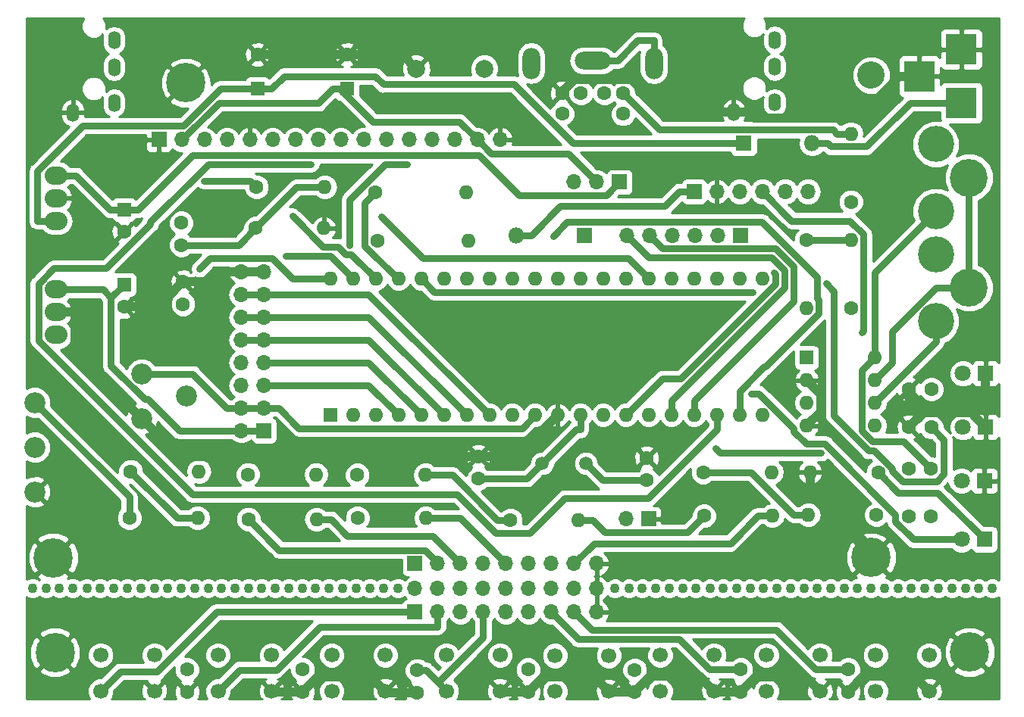
<source format=gbr>
G04 #@! TF.GenerationSoftware,KiCad,Pcbnew,5.0.2+dfsg1-1*
G04 #@! TF.CreationDate,2019-04-18T10:12:34+02:00*
G04 #@! TF.ProjectId,yaacwk,79616163-776b-42e6-9b69-6361645f7063,1.3*
G04 #@! TF.SameCoordinates,Original*
G04 #@! TF.FileFunction,Copper,L1,Top*
G04 #@! TF.FilePolarity,Positive*
%FSLAX46Y46*%
G04 Gerber Fmt 4.6, Leading zero omitted, Abs format (unit mm)*
G04 Created by KiCad (PCBNEW 5.0.2+dfsg1-1) date gio 18 apr 2019 10:12:34 CEST*
%MOMM*%
%LPD*%
G01*
G04 APERTURE LIST*
G04 #@! TA.AperFunction,ComponentPad*
%ADD10O,1.700000X1.700000*%
G04 #@! TD*
G04 #@! TA.AperFunction,ComponentPad*
%ADD11R,1.700000X1.700000*%
G04 #@! TD*
G04 #@! TA.AperFunction,ComponentPad*
%ADD12C,4.400000*%
G04 #@! TD*
G04 #@! TA.AperFunction,ComponentPad*
%ADD13O,2.000000X3.500000*%
G04 #@! TD*
G04 #@! TA.AperFunction,ComponentPad*
%ADD14C,1.600000*%
G04 #@! TD*
G04 #@! TA.AperFunction,ComponentPad*
%ADD15O,4.000000X2.000000*%
G04 #@! TD*
G04 #@! TA.AperFunction,ComponentPad*
%ADD16C,3.064000*%
G04 #@! TD*
G04 #@! TA.AperFunction,ComponentPad*
%ADD17C,2.000000*%
G04 #@! TD*
G04 #@! TA.AperFunction,ComponentPad*
%ADD18R,1.800000X1.800000*%
G04 #@! TD*
G04 #@! TA.AperFunction,ComponentPad*
%ADD19C,1.800000*%
G04 #@! TD*
G04 #@! TA.AperFunction,ComponentPad*
%ADD20R,1.600000X1.600000*%
G04 #@! TD*
G04 #@! TA.AperFunction,ComponentPad*
%ADD21O,1.600000X1.600000*%
G04 #@! TD*
G04 #@! TA.AperFunction,ComponentPad*
%ADD22C,1.500000*%
G04 #@! TD*
G04 #@! TA.AperFunction,ComponentPad*
%ADD23O,1.800000X1.800000*%
G04 #@! TD*
G04 #@! TA.AperFunction,ComponentPad*
%ADD24O,2.540000X2.032000*%
G04 #@! TD*
G04 #@! TA.AperFunction,ComponentPad*
%ADD25O,1.400000X2.000000*%
G04 #@! TD*
G04 #@! TA.AperFunction,ComponentPad*
%ADD26C,2.340000*%
G04 #@! TD*
G04 #@! TA.AperFunction,ComponentPad*
%ADD27R,3.500000X3.500000*%
G04 #@! TD*
G04 #@! TA.AperFunction,ComponentPad*
%ADD28C,1.700000*%
G04 #@! TD*
G04 #@! TA.AperFunction,ComponentPad*
%ADD29C,4.227000*%
G04 #@! TD*
G04 #@! TA.AperFunction,ComponentPad*
%ADD30C,4.039000*%
G04 #@! TD*
G04 #@! TA.AperFunction,ViaPad*
%ADD31C,1.100000*%
G04 #@! TD*
G04 #@! TA.AperFunction,ViaPad*
%ADD32C,0.400000*%
G04 #@! TD*
G04 #@! TA.AperFunction,Conductor*
%ADD33C,1.000000*%
G04 #@! TD*
G04 #@! TA.AperFunction,Conductor*
%ADD34C,0.800000*%
G04 #@! TD*
G04 #@! TA.AperFunction,Conductor*
%ADD35C,0.254000*%
G04 #@! TD*
G04 APERTURE END LIST*
D10*
G04 #@! TO.P,J12,9*
G04 #@! TO.N,GND*
X164420000Y-123000000D03*
G04 #@! TO.P,J12,8*
G04 #@! TO.N,Net-(C19-Pad2)*
X161880000Y-123000000D03*
G04 #@! TO.P,J12,7*
G04 #@! TO.N,Net-(C18-Pad2)*
X159340000Y-123000000D03*
G04 #@! TO.P,J12,6*
G04 #@! TO.N,Net-(C17-Pad2)*
X156800000Y-123000000D03*
G04 #@! TO.P,J12,5*
G04 #@! TO.N,Net-(C9-Pad2)*
X154260000Y-123000000D03*
G04 #@! TO.P,J12,4*
G04 #@! TO.N,Net-(C8-Pad2)*
X151720000Y-123000000D03*
G04 #@! TO.P,J12,3*
G04 #@! TO.N,Net-(C7-Pad2)*
X149180000Y-123000000D03*
G04 #@! TO.P,J12,2*
G04 #@! TO.N,Net-(C6-Pad2)*
X146640000Y-123000000D03*
D11*
G04 #@! TO.P,J12,1*
G04 #@! TO.N,Net-(IC1-Pad39)*
X144100000Y-123000000D03*
G04 #@! TD*
D12*
G04 #@! TO.P,HOLE2,1*
G04 #@! TO.N,GND*
X118500000Y-63850000D03*
G04 #@! TD*
G04 #@! TO.P,HOLE4,1*
G04 #@! TO.N,GND*
X195050000Y-116900000D03*
G04 #@! TD*
G04 #@! TO.P,HOLE6,1*
G04 #@! TO.N,GND*
X206050000Y-127500000D03*
G04 #@! TD*
G04 #@! TO.P,HOLE5,1*
G04 #@! TO.N,GND*
X103900000Y-127550000D03*
G04 #@! TD*
D13*
G04 #@! TO.P,PS2CONN1,7*
G04 #@! TO.N,Net-(PS2CONN1-Pad7)*
X170800000Y-61650000D03*
X157100000Y-61650000D03*
D14*
G04 #@! TO.P,PS2CONN1,1*
G04 #@! TO.N,Net-(L2-Pad2)*
X162650000Y-65000000D03*
G04 #@! TO.P,PS2CONN1,2*
G04 #@! TO.N,N/C*
X165250000Y-65000000D03*
G04 #@! TO.P,PS2CONN1,3*
G04 #@! TO.N,GND*
X160550000Y-65000000D03*
G04 #@! TO.P,PS2CONN1,4*
G04 #@! TO.N,Net-(C16-Pad1)*
X167350000Y-65000000D03*
G04 #@! TO.P,PS2CONN1,5*
G04 #@! TO.N,Net-(L1-Pad2)*
X160550000Y-67300000D03*
G04 #@! TO.P,PS2CONN1,6*
G04 #@! TO.N,N/C*
X167350000Y-67300000D03*
D15*
G04 #@! TO.P,PS2CONN1,7*
G04 #@! TO.N,Net-(PS2CONN1-Pad7)*
X163950000Y-61350000D03*
G04 #@! TD*
D16*
G04 #@! TO.P,HOLE1,*
G04 #@! TO.N,*
X195072000Y-62992000D03*
G04 #@! TD*
D17*
G04 #@! TO.P,BZ1,1*
G04 #@! TO.N,Net-(BZ1-Pad1)*
X151849840Y-62250000D03*
G04 #@! TO.P,BZ1,2*
G04 #@! TO.N,GND*
X144250160Y-62250000D03*
G04 #@! TD*
D18*
G04 #@! TO.P,D1,1*
G04 #@! TO.N,GND*
X207850000Y-96350000D03*
D19*
G04 #@! TO.P,D1,2*
G04 #@! TO.N,Net-(D1-Pad2)*
X205310000Y-96350000D03*
G04 #@! TD*
D18*
G04 #@! TO.P,D2,1*
G04 #@! TO.N,GND*
X207700000Y-108350000D03*
D19*
G04 #@! TO.P,D2,2*
G04 #@! TO.N,Net-(D2-Pad2)*
X205160000Y-108350000D03*
G04 #@! TD*
D18*
G04 #@! TO.P,D3,1*
G04 #@! TO.N,GND*
X207850000Y-102350000D03*
D19*
G04 #@! TO.P,D3,2*
G04 #@! TO.N,Net-(D3-Pad2)*
X205310000Y-102350000D03*
G04 #@! TD*
D20*
G04 #@! TO.P,IC1,1*
G04 #@! TO.N,Net-(IC1-Pad1)*
X134650000Y-101000000D03*
D21*
G04 #@! TO.P,IC1,21*
G04 #@! TO.N,Net-(DS1-Pad14)*
X182910000Y-85760000D03*
G04 #@! TO.P,IC1,2*
G04 #@! TO.N,Net-(IC1-Pad2)*
X137190000Y-101000000D03*
G04 #@! TO.P,IC1,22*
G04 #@! TO.N,Net-(IC1-Pad22)*
X180370000Y-85760000D03*
G04 #@! TO.P,IC1,3*
G04 #@! TO.N,Net-(IC1-Pad3)*
X139730000Y-101000000D03*
G04 #@! TO.P,IC1,23*
G04 #@! TO.N,Net-(IC1-Pad23)*
X177830000Y-85760000D03*
G04 #@! TO.P,IC1,4*
G04 #@! TO.N,Net-(IC1-Pad4)*
X142270000Y-101000000D03*
G04 #@! TO.P,IC1,24*
G04 #@! TO.N,Net-(IC1-Pad24)*
X175290000Y-85760000D03*
G04 #@! TO.P,IC1,5*
G04 #@! TO.N,Net-(IC1-Pad5)*
X144810000Y-101000000D03*
G04 #@! TO.P,IC1,25*
G04 #@! TO.N,Net-(IC1-Pad25)*
X172750000Y-85760000D03*
G04 #@! TO.P,IC1,6*
G04 #@! TO.N,Net-(IC1-Pad6)*
X147350000Y-101000000D03*
G04 #@! TO.P,IC1,26*
G04 #@! TO.N,Net-(DS1-Pad6)*
X170210000Y-85760000D03*
G04 #@! TO.P,IC1,7*
G04 #@! TO.N,Net-(IC1-Pad7)*
X149890000Y-101000000D03*
G04 #@! TO.P,IC1,27*
G04 #@! TO.N,Net-(C2-Pad1)*
X167670000Y-85760000D03*
G04 #@! TO.P,IC1,8*
G04 #@! TO.N,Net-(IC1-Pad8)*
X152430000Y-101000000D03*
G04 #@! TO.P,IC1,28*
G04 #@! TO.N,Net-(C3-Pad1)*
X165130000Y-85760000D03*
G04 #@! TO.P,IC1,9*
G04 #@! TO.N,Net-(IC1-Pad9)*
X154970000Y-101000000D03*
G04 #@! TO.P,IC1,29*
G04 #@! TO.N,Net-(BZ1-Pad1)*
X162590000Y-85760000D03*
G04 #@! TO.P,IC1,10*
G04 #@! TO.N,Net-(C16-Pad1)*
X157510000Y-101000000D03*
G04 #@! TO.P,IC1,30*
X160050000Y-85760000D03*
G04 #@! TO.P,IC1,11*
G04 #@! TO.N,GND*
X160050000Y-101000000D03*
G04 #@! TO.P,IC1,31*
X157510000Y-85760000D03*
G04 #@! TO.P,IC1,12*
G04 #@! TO.N,Net-(C11-Pad2)*
X162590000Y-101000000D03*
G04 #@! TO.P,IC1,32*
G04 #@! TO.N,N/C*
X154970000Y-85760000D03*
G04 #@! TO.P,IC1,13*
G04 #@! TO.N,Net-(C10-Pad2)*
X165130000Y-101000000D03*
G04 #@! TO.P,IC1,33*
G04 #@! TO.N,Net-(IC1-Pad33)*
X152430000Y-85760000D03*
G04 #@! TO.P,IC1,14*
G04 #@! TO.N,Net-(IC1-Pad14)*
X167670000Y-101000000D03*
G04 #@! TO.P,IC1,34*
G04 #@! TO.N,Net-(D4-Pad2)*
X149890000Y-85760000D03*
G04 #@! TO.P,IC1,15*
G04 #@! TO.N,Net-(IC1-Pad15)*
X170210000Y-101000000D03*
G04 #@! TO.P,IC1,35*
G04 #@! TO.N,Net-(C12-Pad2)*
X147350000Y-85760000D03*
G04 #@! TO.P,IC1,16*
G04 #@! TO.N,Net-(IC1-Pad16)*
X172750000Y-101000000D03*
G04 #@! TO.P,IC1,36*
G04 #@! TO.N,Net-(IC1-Pad36)*
X144810000Y-85760000D03*
G04 #@! TO.P,IC1,17*
G04 #@! TO.N,Net-(IC1-Pad17)*
X175290000Y-101000000D03*
G04 #@! TO.P,IC1,37*
G04 #@! TO.N,Net-(IC1-Pad37)*
X142270000Y-85760000D03*
G04 #@! TO.P,IC1,18*
G04 #@! TO.N,Net-(DS1-Pad11)*
X177830000Y-101000000D03*
G04 #@! TO.P,IC1,38*
G04 #@! TO.N,Net-(DS1-Pad4)*
X139730000Y-85760000D03*
G04 #@! TO.P,IC1,19*
G04 #@! TO.N,Net-(DS1-Pad12)*
X180370000Y-101000000D03*
G04 #@! TO.P,IC1,39*
G04 #@! TO.N,Net-(IC1-Pad39)*
X137190000Y-85760000D03*
G04 #@! TO.P,IC1,20*
G04 #@! TO.N,Net-(DS1-Pad13)*
X182910000Y-101000000D03*
G04 #@! TO.P,IC1,40*
G04 #@! TO.N,Net-(C1-Pad1)*
X134650000Y-85760000D03*
G04 #@! TD*
G04 #@! TO.P,IC2,8*
G04 #@! TO.N,Net-(C4-Pad1)*
X195470000Y-94550000D03*
G04 #@! TO.P,IC2,4*
G04 #@! TO.N,GND*
X187850000Y-102170000D03*
G04 #@! TO.P,IC2,7*
G04 #@! TO.N,Net-(C4-Pad2)*
X195470000Y-97090000D03*
G04 #@! TO.P,IC2,3*
G04 #@! TO.N,Net-(IC2-Pad3)*
X187850000Y-99630000D03*
G04 #@! TO.P,IC2,6*
G04 #@! TO.N,Net-(C5-Pad1)*
X195470000Y-99630000D03*
G04 #@! TO.P,IC2,2*
G04 #@! TO.N,GND*
X187850000Y-97090000D03*
G04 #@! TO.P,IC2,5*
G04 #@! TO.N,Net-(C4-Pad2)*
X195470000Y-102170000D03*
D20*
G04 #@! TO.P,IC2,1*
G04 #@! TO.N,Net-(IC2-Pad1)*
X187850000Y-94550000D03*
G04 #@! TD*
D14*
G04 #@! TO.P,L1,1*
G04 #@! TO.N,Net-(IC1-Pad3)*
X139900000Y-81500000D03*
D21*
G04 #@! TO.P,L1,2*
G04 #@! TO.N,Net-(L1-Pad2)*
X150060000Y-81500000D03*
G04 #@! TD*
D14*
G04 #@! TO.P,L2,1*
G04 #@! TO.N,Net-(IC1-Pad37)*
X139700000Y-76050000D03*
D21*
G04 #@! TO.P,L2,2*
G04 #@! TO.N,Net-(L2-Pad2)*
X149860000Y-76050000D03*
G04 #@! TD*
G04 #@! TO.P,R1,2*
G04 #@! TO.N,Net-(IC1-Pad39)*
X119820000Y-112500000D03*
D14*
G04 #@! TO.P,R1,1*
G04 #@! TO.N,Net-(C16-Pad1)*
X112200000Y-112500000D03*
G04 #@! TD*
D21*
G04 #@! TO.P,R2,2*
G04 #@! TO.N,Net-(C6-Pad2)*
X119970000Y-107300000D03*
D14*
G04 #@! TO.P,R2,1*
G04 #@! TO.N,Net-(IC1-Pad39)*
X112350000Y-107300000D03*
G04 #@! TD*
D21*
G04 #@! TO.P,R3,2*
G04 #@! TO.N,Net-(C7-Pad2)*
X133120000Y-112650000D03*
D14*
G04 #@! TO.P,R3,1*
G04 #@! TO.N,Net-(C6-Pad2)*
X125500000Y-112650000D03*
G04 #@! TD*
D21*
G04 #@! TO.P,R4,2*
G04 #@! TO.N,Net-(C8-Pad2)*
X133070000Y-107650000D03*
D14*
G04 #@! TO.P,R4,1*
G04 #@! TO.N,Net-(C7-Pad2)*
X125450000Y-107650000D03*
G04 #@! TD*
G04 #@! TO.P,R5,1*
G04 #@! TO.N,Net-(C8-Pad2)*
X137700000Y-112500000D03*
D21*
G04 #@! TO.P,R5,2*
G04 #@! TO.N,Net-(C9-Pad2)*
X145320000Y-112500000D03*
G04 #@! TD*
D14*
G04 #@! TO.P,R6,1*
G04 #@! TO.N,Net-(D1-Pad2)*
X192800000Y-77150000D03*
D21*
G04 #@! TO.P,R6,2*
G04 #@! TO.N,Net-(C16-Pad1)*
X192800000Y-69530000D03*
G04 #@! TD*
D14*
G04 #@! TO.P,R7,1*
G04 #@! TO.N,Net-(D2-Pad2)*
X195650000Y-112150000D03*
D21*
G04 #@! TO.P,R7,2*
G04 #@! TO.N,Net-(IC1-Pad33)*
X188030000Y-112150000D03*
G04 #@! TD*
G04 #@! TO.P,R8,2*
G04 #@! TO.N,Net-(IC1-Pad36)*
X192800000Y-81380000D03*
D14*
G04 #@! TO.P,R8,1*
G04 #@! TO.N,Net-(D3-Pad2)*
X192800000Y-89000000D03*
G04 #@! TD*
G04 #@! TO.P,R9,1*
G04 #@! TO.N,Net-(D4-Pad1)*
X195850000Y-107400000D03*
D21*
G04 #@! TO.P,R9,2*
G04 #@! TO.N,GND*
X188230000Y-107400000D03*
G04 #@! TD*
D14*
G04 #@! TO.P,R10,1*
G04 #@! TO.N,Net-(IC1-Pad36)*
X187800000Y-81400000D03*
D21*
G04 #@! TO.P,R10,2*
G04 #@! TO.N,Net-(IC2-Pad1)*
X187800000Y-89020000D03*
G04 #@! TD*
D14*
G04 #@! TO.P,R11,1*
G04 #@! TO.N,Net-(IC1-Pad33)*
X176300000Y-107400000D03*
D21*
G04 #@! TO.P,R11,2*
G04 #@! TO.N,Net-(IC2-Pad3)*
X183920000Y-107400000D03*
G04 #@! TD*
D14*
G04 #@! TO.P,R12,1*
G04 #@! TO.N,Net-(C16-Pad1)*
X126400000Y-75500000D03*
D21*
G04 #@! TO.P,R12,2*
G04 #@! TO.N,Net-(C12-Pad2)*
X134020000Y-75500000D03*
G04 #@! TD*
D14*
G04 #@! TO.P,R13,1*
G04 #@! TO.N,Net-(C12-Pad2)*
X126300000Y-80100000D03*
D21*
G04 #@! TO.P,R13,2*
G04 #@! TO.N,GND*
X133920000Y-80100000D03*
G04 #@! TD*
D22*
G04 #@! TO.P,Y1,1*
G04 #@! TO.N,Net-(C10-Pad2)*
X163200000Y-106400000D03*
G04 #@! TO.P,Y1,2*
G04 #@! TO.N,Net-(C11-Pad2)*
X158320000Y-106400000D03*
G04 #@! TD*
D18*
G04 #@! TO.P,D5,1*
G04 #@! TO.N,Net-(D5-Pad1)*
X163000000Y-80900000D03*
D23*
G04 #@! TO.P,D5,2*
G04 #@! TO.N,Net-(D5-Pad2)*
X155380000Y-80900000D03*
G04 #@! TD*
D18*
G04 #@! TO.P,D6,1*
G04 #@! TO.N,Net-(C14-Pad1)*
X180850000Y-70600000D03*
D23*
G04 #@! TO.P,D6,2*
G04 #@! TO.N,Net-(D6-Pad2)*
X188470000Y-70600000D03*
G04 #@! TD*
D10*
G04 #@! TO.P,J6,6*
G04 #@! TO.N,N/C*
X188000000Y-76000000D03*
G04 #@! TO.P,J6,5*
X185460000Y-76000000D03*
G04 #@! TO.P,J6,4*
G04 #@! TO.N,Net-(IC1-Pad15)*
X182920000Y-76000000D03*
G04 #@! TO.P,J6,3*
G04 #@! TO.N,Net-(IC1-Pad14)*
X180380000Y-76000000D03*
G04 #@! TO.P,J6,2*
G04 #@! TO.N,GND*
X177840000Y-76000000D03*
D11*
G04 #@! TO.P,J6,1*
G04 #@! TO.N,Net-(D5-Pad2)*
X175300000Y-76000000D03*
G04 #@! TD*
G04 #@! TO.P,SW6,1*
G04 #@! TO.N,GND*
X170200000Y-112600000D03*
D10*
G04 #@! TO.P,SW6,2*
G04 #@! TO.N,Net-(IC1-Pad9)*
X167660000Y-112600000D03*
G04 #@! TD*
D24*
G04 #@! TO.P,U1,GND*
G04 #@! TO.N,GND*
X104000000Y-76750000D03*
G04 #@! TO.P,U1,VO*
G04 #@! TO.N,Net-(C13-Pad1)*
X104000000Y-74210000D03*
G04 #@! TO.P,U1,VI*
G04 #@! TO.N,Net-(C14-Pad1)*
X104000000Y-79290000D03*
G04 #@! TD*
D25*
G04 #@! TO.P,J2,5*
G04 #@! TO.N,GND*
X105904000Y-67180000D03*
G04 #@! TO.P,J2,4*
G04 #@! TO.N,Net-(C12-Pad1)*
X110504000Y-66080000D03*
G04 #@! TO.P,J2,3*
X110504000Y-62080000D03*
G04 #@! TO.P,J2,2*
X110504000Y-59080000D03*
G04 #@! TD*
D26*
G04 #@! TO.P,LCDPot2,3*
G04 #@! TO.N,GND*
X113600000Y-101400000D03*
G04 #@! TO.P,LCDPot2,2*
G04 #@! TO.N,Net-(DS1-Pad3)*
X118600000Y-98900000D03*
G04 #@! TO.P,LCDPot2,1*
G04 #@! TO.N,Net-(C16-Pad1)*
X113600000Y-96400000D03*
G04 #@! TD*
D11*
G04 #@! TO.P,DS1,1*
G04 #@! TO.N,GND*
X115500000Y-70200000D03*
D10*
G04 #@! TO.P,DS1,2*
G04 #@! TO.N,Net-(C16-Pad1)*
X118040000Y-70200000D03*
G04 #@! TO.P,DS1,3*
G04 #@! TO.N,Net-(DS1-Pad3)*
X120580000Y-70200000D03*
G04 #@! TO.P,DS1,4*
G04 #@! TO.N,Net-(DS1-Pad4)*
X123120000Y-70200000D03*
G04 #@! TO.P,DS1,5*
G04 #@! TO.N,GND*
X125660000Y-70200000D03*
G04 #@! TO.P,DS1,6*
G04 #@! TO.N,Net-(DS1-Pad6)*
X128200000Y-70200000D03*
G04 #@! TO.P,DS1,7*
G04 #@! TO.N,N/C*
X130740000Y-70200000D03*
G04 #@! TO.P,DS1,8*
X133280000Y-70200000D03*
G04 #@! TO.P,DS1,9*
X135820000Y-70200000D03*
G04 #@! TO.P,DS1,10*
X138360000Y-70200000D03*
G04 #@! TO.P,DS1,11*
G04 #@! TO.N,Net-(DS1-Pad11)*
X140900000Y-70200000D03*
G04 #@! TO.P,DS1,12*
G04 #@! TO.N,Net-(DS1-Pad12)*
X143440000Y-70200000D03*
G04 #@! TO.P,DS1,13*
G04 #@! TO.N,Net-(DS1-Pad13)*
X145980000Y-70200000D03*
G04 #@! TO.P,DS1,14*
G04 #@! TO.N,Net-(DS1-Pad14)*
X148520000Y-70200000D03*
G04 #@! TO.P,DS1,15*
G04 #@! TO.N,Net-(C16-Pad1)*
X151060000Y-70200000D03*
G04 #@! TO.P,DS1,16*
G04 #@! TO.N,GND*
X153600000Y-70200000D03*
G04 #@! TD*
D11*
G04 #@! TO.P,J7,1*
G04 #@! TO.N,Net-(IC1-Pad22)*
X180450000Y-80900000D03*
D10*
G04 #@! TO.P,J7,2*
G04 #@! TO.N,Net-(IC1-Pad23)*
X177910000Y-80900000D03*
G04 #@! TO.P,J7,3*
G04 #@! TO.N,Net-(IC1-Pad24)*
X175370000Y-80900000D03*
G04 #@! TO.P,J7,4*
G04 #@! TO.N,Net-(IC1-Pad25)*
X172830000Y-80900000D03*
G04 #@! TO.P,J7,5*
G04 #@! TO.N,Net-(IC1-Pad17)*
X170290000Y-80900000D03*
G04 #@! TO.P,J7,6*
G04 #@! TO.N,Net-(IC1-Pad16)*
X167750000Y-80900000D03*
G04 #@! TD*
D11*
G04 #@! TO.P,J9,1*
G04 #@! TO.N,Net-(C13-Pad1)*
X166969000Y-74940000D03*
D10*
G04 #@! TO.P,J9,2*
G04 #@! TO.N,Net-(C16-Pad1)*
X164429000Y-74940000D03*
G04 #@! TO.P,J9,3*
G04 #@! TO.N,Net-(D5-Pad1)*
X161889000Y-74940000D03*
G04 #@! TD*
D24*
G04 #@! TO.P,U2,GND*
G04 #@! TO.N,GND*
X104000000Y-89500000D03*
G04 #@! TO.P,U2,VO*
G04 #@! TO.N,Net-(C15-Pad1)*
X104000000Y-86960000D03*
G04 #@! TO.P,U2,VI*
G04 #@! TO.N,Net-(C16-Pad1)*
X104000000Y-92040000D03*
G04 #@! TD*
D27*
G04 #@! TO.P,J1,1*
G04 #@! TO.N,Net-(D6-Pad2)*
X205150000Y-66100000D03*
G04 #@! TO.P,J1,2*
G04 #@! TO.N,GND*
X205150000Y-60100000D03*
G04 #@! TO.P,J1,3*
X200450000Y-63100000D03*
G04 #@! TD*
D20*
G04 #@! TO.P,C14,1*
G04 #@! TO.N,Net-(C14-Pad1)*
X126500000Y-64500000D03*
D14*
G04 #@! TO.P,C14,2*
G04 #@! TO.N,GND*
X126500000Y-60700000D03*
G04 #@! TD*
D20*
G04 #@! TO.P,C16,1*
G04 #@! TO.N,Net-(C16-Pad1)*
X136500000Y-64500000D03*
D14*
G04 #@! TO.P,C16,2*
G04 #@! TO.N,GND*
X136500000Y-60700000D03*
G04 #@! TD*
G04 #@! TO.P,R14,1*
G04 #@! TO.N,Net-(C9-Pad2)*
X137650000Y-107700000D03*
D21*
G04 #@! TO.P,R14,2*
G04 #@! TO.N,Net-(C17-Pad2)*
X145270000Y-107700000D03*
G04 #@! TD*
D14*
G04 #@! TO.P,R15,1*
G04 #@! TO.N,Net-(C17-Pad2)*
X154750000Y-112750000D03*
D21*
G04 #@! TO.P,R15,2*
G04 #@! TO.N,Net-(C18-Pad2)*
X162370000Y-112750000D03*
G04 #@! TD*
D14*
G04 #@! TO.P,R16,1*
G04 #@! TO.N,Net-(C18-Pad2)*
X176400000Y-112250000D03*
D21*
G04 #@! TO.P,R16,2*
G04 #@! TO.N,Net-(C19-Pad2)*
X184020000Y-112250000D03*
G04 #@! TD*
D26*
G04 #@! TO.P,SpeedPot1,1*
G04 #@! TO.N,Net-(C16-Pad1)*
X101650000Y-99600000D03*
G04 #@! TO.P,SpeedPot1,2*
G04 #@! TO.N,Net-(C1-Pad1)*
X101650000Y-104600000D03*
G04 #@! TO.P,SpeedPot1,3*
G04 #@! TO.N,GND*
X101650000Y-109600000D03*
G04 #@! TD*
D18*
G04 #@! TO.P,D4,1*
G04 #@! TO.N,Net-(D4-Pad1)*
X207700000Y-114900000D03*
D19*
G04 #@! TO.P,D4,2*
G04 #@! TO.N,Net-(D4-Pad2)*
X205160000Y-114900000D03*
G04 #@! TD*
D14*
G04 #@! TO.P,C3,2*
G04 #@! TO.N,GND*
X199300000Y-98100000D03*
G04 #@! TO.P,C3,1*
G04 #@! TO.N,Net-(C3-Pad1)*
X201800000Y-98100000D03*
G04 #@! TD*
G04 #@! TO.P,C2,2*
G04 #@! TO.N,GND*
X199300000Y-102350000D03*
G04 #@! TO.P,C2,1*
G04 #@! TO.N,Net-(C2-Pad1)*
X201800000Y-102350000D03*
G04 #@! TD*
G04 #@! TO.P,C10,1*
G04 #@! TO.N,GND*
X170000000Y-105800000D03*
G04 #@! TO.P,C10,2*
G04 #@! TO.N,Net-(C10-Pad2)*
X170000000Y-108300000D03*
G04 #@! TD*
G04 #@! TO.P,C11,1*
G04 #@! TO.N,GND*
X151200000Y-105600000D03*
G04 #@! TO.P,C11,2*
G04 #@! TO.N,Net-(C11-Pad2)*
X151200000Y-108100000D03*
G04 #@! TD*
G04 #@! TO.P,C1,1*
G04 #@! TO.N,Net-(C1-Pad1)*
X118200000Y-88600000D03*
G04 #@! TO.P,C1,2*
G04 #@! TO.N,GND*
X118200000Y-86100000D03*
G04 #@! TD*
G04 #@! TO.P,C12,1*
G04 #@! TO.N,Net-(C12-Pad1)*
X118000000Y-79500000D03*
G04 #@! TO.P,C12,2*
G04 #@! TO.N,Net-(C12-Pad2)*
X118000000Y-82000000D03*
G04 #@! TD*
D20*
G04 #@! TO.P,C13,1*
G04 #@! TO.N,Net-(C13-Pad1)*
X111600000Y-78000000D03*
D14*
G04 #@! TO.P,C13,2*
G04 #@! TO.N,GND*
X111600000Y-80500000D03*
G04 #@! TD*
D20*
G04 #@! TO.P,C15,1*
G04 #@! TO.N,Net-(C15-Pad1)*
X111600000Y-86400000D03*
D14*
G04 #@! TO.P,C15,2*
G04 #@! TO.N,GND*
X111600000Y-88900000D03*
G04 #@! TD*
G04 #@! TO.P,C4,1*
G04 #@! TO.N,Net-(C4-Pad1)*
X201750000Y-107000000D03*
G04 #@! TO.P,C4,2*
G04 #@! TO.N,Net-(C4-Pad2)*
X199250000Y-107000000D03*
G04 #@! TD*
G04 #@! TO.P,C5,1*
G04 #@! TO.N,Net-(C5-Pad1)*
X201750000Y-112350000D03*
G04 #@! TO.P,C5,2*
G04 #@! TO.N,Net-(C4-Pad2)*
X199250000Y-112350000D03*
G04 #@! TD*
D11*
G04 #@! TO.P,J8,1*
G04 #@! TO.N,Net-(C15-Pad1)*
X127250000Y-102750000D03*
D10*
G04 #@! TO.P,J8,2*
X124710000Y-102750000D03*
G04 #@! TO.P,J8,3*
G04 #@! TO.N,Net-(C16-Pad1)*
X127250000Y-100210000D03*
G04 #@! TO.P,J8,4*
X124710000Y-100210000D03*
G04 #@! TO.P,J8,5*
G04 #@! TO.N,Net-(IC1-Pad4)*
X127250000Y-97670000D03*
G04 #@! TO.P,J8,6*
G04 #@! TO.N,Net-(IC1-Pad2)*
X124710000Y-97670000D03*
G04 #@! TO.P,J8,7*
G04 #@! TO.N,Net-(IC1-Pad5)*
X127250000Y-95130000D03*
G04 #@! TO.P,J8,8*
G04 #@! TO.N,Net-(IC1-Pad1)*
X124710000Y-95130000D03*
G04 #@! TO.P,J8,9*
G04 #@! TO.N,Net-(IC1-Pad6)*
X127250000Y-92590000D03*
G04 #@! TO.P,J8,10*
X124710000Y-92590000D03*
G04 #@! TO.P,J8,11*
G04 #@! TO.N,Net-(IC1-Pad7)*
X127250000Y-90050000D03*
G04 #@! TO.P,J8,12*
X124710000Y-90050000D03*
G04 #@! TO.P,J8,13*
G04 #@! TO.N,Net-(IC1-Pad8)*
X127250000Y-87510000D03*
G04 #@! TO.P,J8,14*
X124710000Y-87510000D03*
G04 #@! TO.P,J8,15*
G04 #@! TO.N,GND*
X127250000Y-84970000D03*
G04 #@! TO.P,J8,16*
X124710000Y-84970000D03*
G04 #@! TD*
D28*
G04 #@! TO.P,SW1,1*
G04 #@! TO.N,GND*
X115000000Y-131850000D03*
G04 #@! TO.P,SW1,2*
G04 #@! TO.N,Net-(IC1-Pad39)*
X109000000Y-131850000D03*
G04 #@! TO.P,SW1,3*
G04 #@! TO.N,N/C*
X115000000Y-127850000D03*
G04 #@! TO.P,SW1,4*
X109000000Y-127850000D03*
G04 #@! TD*
G04 #@! TO.P,SW2,1*
G04 #@! TO.N,GND*
X128100000Y-131850000D03*
G04 #@! TO.P,SW2,2*
G04 #@! TO.N,Net-(C6-Pad2)*
X122100000Y-131850000D03*
G04 #@! TO.P,SW2,3*
G04 #@! TO.N,N/C*
X128100000Y-127850000D03*
G04 #@! TO.P,SW2,4*
X122100000Y-127850000D03*
G04 #@! TD*
G04 #@! TO.P,SW3,1*
G04 #@! TO.N,GND*
X140800000Y-131850000D03*
G04 #@! TO.P,SW3,2*
G04 #@! TO.N,Net-(C7-Pad2)*
X134800000Y-131850000D03*
G04 #@! TO.P,SW3,3*
G04 #@! TO.N,N/C*
X140800000Y-127850000D03*
G04 #@! TO.P,SW3,4*
X134800000Y-127850000D03*
G04 #@! TD*
G04 #@! TO.P,SW4,4*
G04 #@! TO.N,N/C*
X147600000Y-127850000D03*
G04 #@! TO.P,SW4,3*
X153600000Y-127850000D03*
G04 #@! TO.P,SW4,2*
G04 #@! TO.N,Net-(C8-Pad2)*
X147600000Y-131850000D03*
G04 #@! TO.P,SW4,1*
G04 #@! TO.N,GND*
X153600000Y-131850000D03*
G04 #@! TD*
G04 #@! TO.P,SW5,4*
G04 #@! TO.N,N/C*
X159750000Y-127900000D03*
G04 #@! TO.P,SW5,3*
X165750000Y-127900000D03*
G04 #@! TO.P,SW5,2*
G04 #@! TO.N,Net-(C9-Pad2)*
X159750000Y-131900000D03*
G04 #@! TO.P,SW5,1*
G04 #@! TO.N,GND*
X165750000Y-131900000D03*
G04 #@! TD*
G04 #@! TO.P,SW7,4*
G04 #@! TO.N,N/C*
X171500000Y-127850000D03*
G04 #@! TO.P,SW7,3*
X177500000Y-127850000D03*
G04 #@! TO.P,SW7,2*
G04 #@! TO.N,Net-(C17-Pad2)*
X171500000Y-131850000D03*
G04 #@! TO.P,SW7,1*
G04 #@! TO.N,GND*
X177500000Y-131850000D03*
G04 #@! TD*
G04 #@! TO.P,SW8,4*
G04 #@! TO.N,N/C*
X183350000Y-127850000D03*
G04 #@! TO.P,SW8,3*
X189350000Y-127850000D03*
G04 #@! TO.P,SW8,2*
G04 #@! TO.N,Net-(C18-Pad2)*
X183350000Y-131850000D03*
G04 #@! TO.P,SW8,1*
G04 #@! TO.N,GND*
X189350000Y-131850000D03*
G04 #@! TD*
G04 #@! TO.P,SW9,4*
G04 #@! TO.N,N/C*
X195550000Y-127850000D03*
G04 #@! TO.P,SW9,3*
X201550000Y-127850000D03*
G04 #@! TO.P,SW9,2*
G04 #@! TO.N,Net-(C19-Pad2)*
X195550000Y-131850000D03*
G04 #@! TO.P,SW9,1*
G04 #@! TO.N,GND*
X201550000Y-131850000D03*
G04 #@! TD*
D11*
G04 #@! TO.P,J10,1*
G04 #@! TO.N,Net-(IC1-Pad39)*
X144100000Y-117600000D03*
D10*
G04 #@! TO.P,J10,2*
G04 #@! TO.N,Net-(C6-Pad2)*
X146640000Y-117600000D03*
G04 #@! TO.P,J10,3*
G04 #@! TO.N,Net-(C7-Pad2)*
X149180000Y-117600000D03*
G04 #@! TO.P,J10,4*
G04 #@! TO.N,Net-(C8-Pad2)*
X151720000Y-117600000D03*
G04 #@! TO.P,J10,5*
G04 #@! TO.N,Net-(C9-Pad2)*
X154260000Y-117600000D03*
G04 #@! TO.P,J10,6*
G04 #@! TO.N,Net-(C17-Pad2)*
X156800000Y-117600000D03*
G04 #@! TO.P,J10,7*
G04 #@! TO.N,Net-(C18-Pad2)*
X159340000Y-117600000D03*
G04 #@! TO.P,J10,8*
G04 #@! TO.N,Net-(C19-Pad2)*
X161880000Y-117600000D03*
G04 #@! TO.P,J10,9*
G04 #@! TO.N,GND*
X164420000Y-117600000D03*
G04 #@! TD*
G04 #@! TO.P,J11,1*
G04 #@! TO.N,Net-(IC1-Pad39)*
X144100000Y-120400000D03*
G04 #@! TO.P,J11,2*
G04 #@! TO.N,Net-(C6-Pad2)*
X146640000Y-120400000D03*
G04 #@! TO.P,J11,3*
G04 #@! TO.N,Net-(C7-Pad2)*
X149180000Y-120400000D03*
G04 #@! TO.P,J11,4*
G04 #@! TO.N,Net-(C8-Pad2)*
X151720000Y-120400000D03*
G04 #@! TO.P,J11,5*
G04 #@! TO.N,Net-(C9-Pad2)*
X154260000Y-120400000D03*
G04 #@! TO.P,J11,6*
G04 #@! TO.N,Net-(C17-Pad2)*
X156800000Y-120400000D03*
G04 #@! TO.P,J11,7*
G04 #@! TO.N,Net-(C18-Pad2)*
X159340000Y-120400000D03*
G04 #@! TO.P,J11,8*
G04 #@! TO.N,Net-(C19-Pad2)*
X161880000Y-120400000D03*
G04 #@! TO.P,J11,9*
G04 #@! TO.N,GND*
X164420000Y-120400000D03*
G04 #@! TD*
D12*
G04 #@! TO.P,HOLE3,1*
G04 #@! TO.N,GND*
X103700000Y-116950000D03*
G04 #@! TD*
D14*
G04 #@! TO.P,C6,1*
G04 #@! TO.N,GND*
X118650000Y-131950000D03*
G04 #@! TO.P,C6,2*
G04 #@! TO.N,Net-(C6-Pad2)*
X118650000Y-129450000D03*
G04 #@! TD*
G04 #@! TO.P,C7,2*
G04 #@! TO.N,Net-(C7-Pad2)*
X131550000Y-129450000D03*
G04 #@! TO.P,C7,1*
G04 #@! TO.N,GND*
X131550000Y-131950000D03*
G04 #@! TD*
G04 #@! TO.P,C8,1*
G04 #@! TO.N,GND*
X144350000Y-132050000D03*
G04 #@! TO.P,C8,2*
G04 #@! TO.N,Net-(C8-Pad2)*
X144350000Y-129550000D03*
G04 #@! TD*
G04 #@! TO.P,C9,1*
G04 #@! TO.N,GND*
X156750000Y-131950000D03*
G04 #@! TO.P,C9,2*
G04 #@! TO.N,Net-(C9-Pad2)*
X156750000Y-129450000D03*
G04 #@! TD*
G04 #@! TO.P,C17,1*
G04 #@! TO.N,GND*
X168650000Y-132000000D03*
G04 #@! TO.P,C17,2*
G04 #@! TO.N,Net-(C17-Pad2)*
X168650000Y-129500000D03*
G04 #@! TD*
G04 #@! TO.P,C18,2*
G04 #@! TO.N,Net-(C18-Pad2)*
X180500000Y-129450000D03*
G04 #@! TO.P,C18,1*
G04 #@! TO.N,GND*
X180500000Y-131950000D03*
G04 #@! TD*
G04 #@! TO.P,C19,1*
G04 #@! TO.N,GND*
X192500000Y-131950000D03*
G04 #@! TO.P,C19,2*
G04 #@! TO.N,Net-(C19-Pad2)*
X192500000Y-129450000D03*
G04 #@! TD*
D29*
G04 #@! TO.P,J3,1*
G04 #@! TO.N,Net-(C4-Pad2)*
X206000000Y-74450000D03*
D30*
G04 #@! TO.P,J3,2*
G04 #@! TO.N,Net-(C4-Pad1)*
X202300000Y-78200000D03*
G04 #@! TO.P,J3,3*
X202300000Y-70700000D03*
G04 #@! TD*
G04 #@! TO.P,J4,3*
G04 #@! TO.N,Net-(C5-Pad1)*
X202300000Y-83000000D03*
G04 #@! TO.P,J4,2*
X202300000Y-90500000D03*
D29*
G04 #@! TO.P,J4,1*
G04 #@! TO.N,Net-(C4-Pad2)*
X206000000Y-86750000D03*
G04 #@! TD*
D25*
G04 #@! TO.P,J5,2*
G04 #@! TO.N,N/C*
X184300000Y-59050000D03*
G04 #@! TO.P,J5,3*
G04 #@! TO.N,Net-(C3-Pad1)*
X184300000Y-62050000D03*
G04 #@! TO.P,J5,4*
G04 #@! TO.N,Net-(C2-Pad1)*
X184300000Y-66050000D03*
G04 #@! TO.P,J5,5*
G04 #@! TO.N,GND*
X179700000Y-67150000D03*
G04 #@! TD*
D31*
G04 #@! TO.N,*
X166450000Y-120400000D03*
X168000000Y-120400000D03*
X169500000Y-120400000D03*
X171000000Y-120400000D03*
X172500000Y-120400000D03*
X174000000Y-120400000D03*
X180050000Y-120400000D03*
X177050000Y-120400000D03*
X178550000Y-120400000D03*
X183050000Y-120400000D03*
X175500000Y-120400000D03*
X181550000Y-120400000D03*
X189050000Y-120400000D03*
X190550000Y-120400000D03*
X187550000Y-120400000D03*
X186050000Y-120400000D03*
X192050000Y-120400000D03*
X184500000Y-120400000D03*
X201050000Y-120400000D03*
X193500000Y-120400000D03*
X198050000Y-120400000D03*
X195050000Y-120400000D03*
X196550000Y-120400000D03*
X199550000Y-120400000D03*
X204100000Y-120400000D03*
X208600000Y-120400000D03*
X202550000Y-120400000D03*
X205600000Y-120400000D03*
X207100000Y-120400000D03*
X125500000Y-120350000D03*
X117950000Y-120350000D03*
X122500000Y-120350000D03*
X128500000Y-120350000D03*
X113500000Y-120350000D03*
X142200000Y-120350000D03*
X140600000Y-120350000D03*
X137550000Y-120350000D03*
X133000000Y-120350000D03*
X119500000Y-120350000D03*
X139050000Y-120350000D03*
X121000000Y-120350000D03*
X126950000Y-120350000D03*
X115000000Y-120350000D03*
X116500000Y-120350000D03*
X136000000Y-120350000D03*
X124000000Y-120350000D03*
X134500000Y-120350000D03*
X130000000Y-120350000D03*
X131500000Y-120350000D03*
X108950000Y-120350000D03*
X110450000Y-120350000D03*
X102900000Y-120350000D03*
X101400000Y-120350000D03*
X111950000Y-120350000D03*
X107450000Y-120350000D03*
X105900000Y-120350000D03*
X104400000Y-120350000D03*
D32*
G04 #@! TO.N,Net-(C1-Pad1)*
X120047700Y-84657500D03*
G04 #@! TO.N,Net-(C2-Pad1)*
X190043800Y-86260700D03*
G04 #@! TO.N,Net-(DS1-Pad4)*
X130402500Y-78736500D03*
G04 #@! TO.N,Net-(DS1-Pad6)*
X140355300Y-78816300D03*
G04 #@! TO.N,Net-(DS1-Pad11)*
X132479200Y-72912900D03*
G04 #@! TO.N,Net-(DS1-Pad12)*
X159522100Y-80992500D03*
G04 #@! TO.N,Net-(DS1-Pad13)*
X136801500Y-82021500D03*
X143217500Y-72962500D03*
G04 #@! TO.N,Net-(IC1-Pad14)*
X184223700Y-85085900D03*
G04 #@! TO.N,Net-(IC1-Pad15)*
X177721900Y-104714500D03*
X189464900Y-105220300D03*
X194054200Y-91768900D03*
G04 #@! TO.N,Net-(IC1-Pad36)*
X181793300Y-87224000D03*
G04 #@! TO.N,Net-(IC1-Pad39)*
X129657400Y-83231000D03*
G04 #@! TO.N,Net-(D4-Pad2)*
X181660300Y-98574100D03*
G04 #@! TO.N,Net-(C16-Pad1)*
X120547800Y-74790000D03*
G04 #@! TD*
D33*
G04 #@! TO.N,GND*
X144350000Y-132050000D02*
X141000000Y-132050000D01*
X141000000Y-132050000D02*
X140800000Y-131850000D01*
X192500000Y-131950000D02*
X194225000Y-130225000D01*
X194225000Y-130225000D02*
X199925000Y-130225000D01*
X199925000Y-130225000D02*
X201550000Y-131850000D01*
X187850000Y-102170000D02*
X189416800Y-100603200D01*
X189416800Y-100603200D02*
X189416800Y-98656800D01*
X189416800Y-98656800D02*
X187850000Y-97090000D01*
X179700000Y-67150000D02*
X181300000Y-67150000D01*
X181300000Y-67150000D02*
X181958300Y-67808300D01*
X181958300Y-67808300D02*
X193505800Y-67808300D01*
X193505800Y-67808300D02*
X197800000Y-63514100D01*
X197800000Y-63514100D02*
X197800000Y-63100000D01*
X160550000Y-65000000D02*
X160550000Y-64839500D01*
X160550000Y-64839500D02*
X161948300Y-63441200D01*
X161948300Y-63441200D02*
X168295500Y-63441200D01*
X168295500Y-63441200D02*
X172004300Y-67150000D01*
X172004300Y-67150000D02*
X179700000Y-67150000D01*
X200450000Y-63100000D02*
X197800000Y-63100000D01*
X200956200Y-100693800D02*
X199300000Y-102350000D01*
X206560600Y-100693800D02*
X200956200Y-100693800D01*
X200956200Y-100693800D02*
X199300000Y-99037600D01*
X199300000Y-99037600D02*
X199300000Y-98100000D01*
X207850000Y-96350000D02*
X207850000Y-98150000D01*
X206560600Y-100693800D02*
X206560600Y-99439400D01*
X206560600Y-99439400D02*
X207850000Y-98150000D01*
X207850000Y-102350000D02*
X206560600Y-101060600D01*
X206560600Y-101060600D02*
X206560600Y-100693800D01*
X188230000Y-107400000D02*
X188230000Y-109100000D01*
X188230000Y-109100000D02*
X195050000Y-115920000D01*
X195050000Y-115920000D02*
X195050000Y-116900000D01*
X180500000Y-131950000D02*
X182209000Y-130241000D01*
X182209000Y-130241000D02*
X187741000Y-130241000D01*
X187741000Y-130241000D02*
X189350000Y-131850000D01*
X177500000Y-131850000D02*
X177600000Y-131950000D01*
X177600000Y-131950000D02*
X180500000Y-131950000D01*
X104000000Y-89500000D02*
X106170000Y-89500000D01*
X106170000Y-89500000D02*
X106170000Y-93970000D01*
X106170000Y-93970000D02*
X113600000Y-101400000D01*
X140800000Y-131850000D02*
X139183400Y-130233400D01*
X139183400Y-130233400D02*
X133266600Y-130233400D01*
X133266600Y-130233400D02*
X131550000Y-131950000D01*
X124710000Y-84970000D02*
X122960000Y-84970000D01*
X118200000Y-86100000D02*
X121830000Y-86100000D01*
X121830000Y-86100000D02*
X122960000Y-84970000D01*
X113600000Y-101400000D02*
X117800000Y-105600000D01*
X117800000Y-105600000D02*
X151200000Y-105600000D01*
X126500000Y-60700000D02*
X136500000Y-60700000D01*
X136500000Y-60700000D02*
X142700200Y-60700000D01*
X142700200Y-60700000D02*
X144250200Y-62250000D01*
X151200000Y-105600000D02*
X155450000Y-105600000D01*
X155450000Y-105600000D02*
X160050000Y-101000000D01*
X111600000Y-88900000D02*
X115400000Y-88900000D01*
X115400000Y-88900000D02*
X118200000Y-86100000D01*
X127250000Y-84970000D02*
X124710000Y-84970000D01*
X128100000Y-131850000D02*
X128200000Y-131950000D01*
X128200000Y-131950000D02*
X131550000Y-131950000D01*
X156750000Y-131950000D02*
X158425000Y-130275000D01*
X158425000Y-130275000D02*
X164125000Y-130275000D01*
X164125000Y-130275000D02*
X165750000Y-131900000D01*
X153600000Y-131850000D02*
X153700000Y-131950000D01*
X153700000Y-131950000D02*
X156750000Y-131950000D01*
X168650000Y-132000000D02*
X170425000Y-130225000D01*
X170425000Y-130225000D02*
X175875000Y-130225000D01*
X175875000Y-130225000D02*
X177500000Y-131850000D01*
X165750000Y-131900000D02*
X165850000Y-132000000D01*
X165850000Y-132000000D02*
X168650000Y-132000000D01*
D34*
G04 #@! TO.N,Net-(C1-Pad1)*
X120047700Y-84657500D02*
X121235600Y-83469600D01*
X121235600Y-83469600D02*
X128129800Y-83469600D01*
X128129800Y-83469600D02*
X130420200Y-85760000D01*
X130420200Y-85760000D02*
X134650000Y-85760000D01*
G04 #@! TO.N,Net-(C2-Pad1)*
X201800000Y-102350000D02*
X203200900Y-103750900D01*
X203200900Y-103750900D02*
X203200900Y-107573200D01*
X203200900Y-107573200D02*
X202372500Y-108401600D01*
X202372500Y-108401600D02*
X198620900Y-108401600D01*
X198620900Y-108401600D02*
X197449200Y-107229900D01*
X197449200Y-107229900D02*
X197449200Y-107017200D01*
X197449200Y-107017200D02*
X195394900Y-104962900D01*
X195394900Y-104962900D02*
X194790600Y-104962900D01*
X194790600Y-104962900D02*
X190925800Y-101098100D01*
X190925800Y-101098100D02*
X190925800Y-87142700D01*
X190925800Y-87142700D02*
X190043800Y-86260700D01*
G04 #@! TO.N,Net-(C4-Pad1)*
X195470000Y-92950000D02*
X195470000Y-85030000D01*
X195470000Y-85030000D02*
X202300000Y-78200000D01*
X201750000Y-107000000D02*
X198712500Y-103962500D01*
X198712500Y-103962500D02*
X195204900Y-103962500D01*
X195204900Y-103962500D02*
X194021100Y-102778700D01*
X194021100Y-102778700D02*
X194021100Y-95998900D01*
X194021100Y-95998900D02*
X195470000Y-94550000D01*
X195470000Y-94550000D02*
X195470000Y-92950000D01*
G04 #@! TO.N,Net-(C4-Pad2)*
X206000000Y-86750000D02*
X206000000Y-74450000D01*
X206000000Y-86750000D02*
X202316400Y-86750000D01*
X202316400Y-86750000D02*
X197392800Y-91673600D01*
X197392800Y-91673600D02*
X197392800Y-95167200D01*
X197392800Y-95167200D02*
X195470000Y-97090000D01*
G04 #@! TO.N,Net-(C5-Pad1)*
X202300000Y-90500000D02*
X202300000Y-92800000D01*
X202300000Y-92800000D02*
X195470000Y-99630000D01*
G04 #@! TO.N,Net-(C6-Pad2)*
X146640000Y-117600000D02*
X146640000Y-117482900D01*
X146640000Y-117482900D02*
X145259000Y-116101900D01*
X145259000Y-116101900D02*
X128951900Y-116101900D01*
X128951900Y-116101900D02*
X125500000Y-112650000D01*
X146640000Y-123000000D02*
X146640000Y-124650000D01*
X122100000Y-131850000D02*
X124480800Y-129469200D01*
X124480800Y-129469200D02*
X128630500Y-129469200D01*
X128630500Y-129469200D02*
X133449700Y-124650000D01*
X133449700Y-124650000D02*
X146640000Y-124650000D01*
G04 #@! TO.N,Net-(C7-Pad2)*
X134720000Y-112650000D02*
X136570600Y-114500600D01*
X136570600Y-114500600D02*
X146080600Y-114500600D01*
X146080600Y-114500600D02*
X149180000Y-117600000D01*
X133120000Y-112650000D02*
X134720000Y-112650000D01*
G04 #@! TO.N,Net-(C8-Pad2)*
X146656200Y-130906100D02*
X147600000Y-131850000D01*
X144350000Y-129550000D02*
X145300000Y-129550000D01*
X145300000Y-129550000D02*
X146656200Y-130906100D01*
X151720000Y-123000000D02*
X151720000Y-125842300D01*
X151720000Y-125842300D02*
X146656200Y-130906100D01*
G04 #@! TO.N,Net-(C9-Pad2)*
X145320000Y-112500000D02*
X149160000Y-112500000D01*
X149160000Y-112500000D02*
X154260000Y-117600000D01*
G04 #@! TO.N,Net-(C10-Pad2)*
X170000000Y-108300000D02*
X165100000Y-108300000D01*
X165100000Y-108300000D02*
X163200000Y-106400000D01*
G04 #@! TO.N,Net-(C11-Pad2)*
X162590000Y-101000000D02*
X162590000Y-102600000D01*
X158320000Y-106400000D02*
X162120000Y-102600000D01*
X162120000Y-102600000D02*
X162590000Y-102600000D01*
X151200000Y-108100000D02*
X156620000Y-108100000D01*
X156620000Y-108100000D02*
X158320000Y-106400000D01*
G04 #@! TO.N,Net-(C12-Pad2)*
X118000000Y-82000000D02*
X124400000Y-82000000D01*
X124400000Y-82000000D02*
X126300000Y-80100000D01*
X132420000Y-75500000D02*
X130900000Y-75500000D01*
X130900000Y-75500000D02*
X126300000Y-80100000D01*
X134020000Y-75500000D02*
X132420000Y-75500000D01*
G04 #@! TO.N,Net-(DS1-Pad4)*
X130402500Y-78736500D02*
X133830300Y-82164300D01*
X133830300Y-82164300D02*
X135524300Y-82164300D01*
X135524300Y-82164300D02*
X136387100Y-83027100D01*
X136387100Y-83027100D02*
X136997100Y-83027100D01*
X136997100Y-83027100D02*
X139730000Y-85760000D01*
G04 #@! TO.N,Net-(DS1-Pad6)*
X140355300Y-78816300D02*
X145013500Y-83474500D01*
X145013500Y-83474500D02*
X167924500Y-83474500D01*
X167924500Y-83474500D02*
X170210000Y-85760000D01*
G04 #@! TO.N,Net-(DS1-Pad11)*
X177830000Y-101000000D02*
X177830000Y-102600000D01*
X132479200Y-72912900D02*
X121007100Y-72912900D01*
X121007100Y-72912900D02*
X114546800Y-79373200D01*
X114546800Y-79373200D02*
X114546800Y-79627000D01*
X114546800Y-79627000D02*
X109603200Y-84570600D01*
X109603200Y-84570600D02*
X103801000Y-84570600D01*
X103801000Y-84570600D02*
X102036300Y-86335300D01*
X102036300Y-86335300D02*
X102036300Y-92640100D01*
X102036300Y-92640100D02*
X119261300Y-109865100D01*
X119261300Y-109865100D02*
X148805800Y-109865100D01*
X148805800Y-109865100D02*
X153112400Y-114171700D01*
X153112400Y-114171700D02*
X156959700Y-114171700D01*
X156959700Y-114171700D02*
X160862200Y-110269200D01*
X160862200Y-110269200D02*
X170160800Y-110269200D01*
X170160800Y-110269200D02*
X177830000Y-102600000D01*
G04 #@! TO.N,Net-(DS1-Pad12)*
X159522100Y-80992500D02*
X161123800Y-79390800D01*
X161123800Y-79390800D02*
X182838900Y-79390800D01*
X182838900Y-79390800D02*
X189021300Y-85573200D01*
X189021300Y-85573200D02*
X189021300Y-87940900D01*
X189021300Y-87940900D02*
X189219300Y-88138900D01*
X189219300Y-88138900D02*
X189219300Y-89601700D01*
X189219300Y-89601700D02*
X183231500Y-95589500D01*
X183231500Y-95589500D02*
X183132500Y-95589500D01*
X183132500Y-95589500D02*
X180370000Y-98352000D01*
X180370000Y-98352000D02*
X180370000Y-101000000D01*
G04 #@! TO.N,Net-(DS1-Pad13)*
X136801500Y-82021500D02*
X136801500Y-76905000D01*
X136801500Y-76905000D02*
X140744000Y-72962500D01*
X140744000Y-72962500D02*
X143217500Y-72962500D01*
G04 #@! TO.N,Net-(IC1-Pad33)*
X176300000Y-107400000D02*
X181680000Y-107400000D01*
X181680000Y-107400000D02*
X186430000Y-112150000D01*
X188030000Y-112150000D02*
X186430000Y-112150000D01*
G04 #@! TO.N,Net-(IC1-Pad14)*
X184223700Y-85085900D02*
X184340300Y-85202500D01*
X184340300Y-85202500D02*
X184340300Y-86365700D01*
X184340300Y-86365700D02*
X173758500Y-96947500D01*
X173758500Y-96947500D02*
X171722500Y-96947500D01*
X171722500Y-96947500D02*
X167670000Y-101000000D01*
G04 #@! TO.N,Net-(IC1-Pad15)*
X182920000Y-76000000D02*
X186185000Y-79265000D01*
X186185000Y-79265000D02*
X192697500Y-79265000D01*
X192697500Y-79265000D02*
X194215400Y-80782900D01*
X194215400Y-80782900D02*
X194215400Y-91607700D01*
X194215400Y-91607700D02*
X194054200Y-91768900D01*
X189464900Y-105220300D02*
X178227700Y-105220300D01*
X178227700Y-105220300D02*
X177721900Y-104714500D01*
G04 #@! TO.N,Net-(IC1-Pad16)*
X172750000Y-99400000D02*
X185370600Y-86779400D01*
X185370600Y-86779400D02*
X185370600Y-84802300D01*
X185370600Y-84802300D02*
X183919100Y-83350800D01*
X183919100Y-83350800D02*
X170200800Y-83350800D01*
X170200800Y-83350800D02*
X167750000Y-80900000D01*
X172750000Y-101000000D02*
X172750000Y-99400000D01*
G04 #@! TO.N,Net-(IC1-Pad36)*
X144810000Y-85760000D02*
X146274000Y-87224000D01*
X146274000Y-87224000D02*
X181793300Y-87224000D01*
X192800000Y-81380000D02*
X191200000Y-81380000D01*
X187800000Y-81400000D02*
X191180000Y-81400000D01*
X191180000Y-81400000D02*
X191200000Y-81380000D01*
G04 #@! TO.N,Net-(IC1-Pad17)*
X175290000Y-101000000D02*
X175290000Y-99400000D01*
X170290000Y-80900000D02*
X171740300Y-82350300D01*
X171740300Y-82350300D02*
X184351800Y-82350300D01*
X184351800Y-82350300D02*
X186385300Y-84383800D01*
X186385300Y-84383800D02*
X186385300Y-88304700D01*
X186385300Y-88304700D02*
X175290000Y-99400000D01*
G04 #@! TO.N,Net-(IC1-Pad37)*
X142270000Y-85760000D02*
X142175800Y-85760000D01*
X142175800Y-85760000D02*
X138499600Y-82083800D01*
X138499600Y-82083800D02*
X138499600Y-77250400D01*
X138499600Y-77250400D02*
X139700000Y-76050000D01*
G04 #@! TO.N,Net-(IC1-Pad39)*
X119820000Y-112500000D02*
X117550000Y-112500000D01*
X117550000Y-112500000D02*
X112350000Y-107300000D01*
X137190000Y-85760000D02*
X134661000Y-83231000D01*
X134661000Y-83231000D02*
X129657400Y-83231000D01*
X109000000Y-131850000D02*
X111180800Y-129669200D01*
X111180800Y-129669200D02*
X115280500Y-129669200D01*
X115280500Y-129669200D02*
X121949700Y-123000000D01*
X121949700Y-123000000D02*
X144100000Y-123000000D01*
G04 #@! TO.N,Net-(C13-Pad1)*
X113200000Y-78000000D02*
X119289100Y-71910900D01*
X119289100Y-71910900D02*
X151247500Y-71910900D01*
X151247500Y-71910900D02*
X155772000Y-76435400D01*
X155772000Y-76435400D02*
X165473600Y-76435400D01*
X165473600Y-76435400D02*
X166969000Y-74940000D01*
X111600000Y-78000000D02*
X113200000Y-78000000D01*
X111600000Y-78000000D02*
X110000000Y-78000000D01*
X110000000Y-78000000D02*
X106210000Y-74210000D01*
X106210000Y-74210000D02*
X104000000Y-74210000D01*
G04 #@! TO.N,Net-(C14-Pad1)*
X124900000Y-64500000D02*
X122371200Y-64500000D01*
X122371200Y-64500000D02*
X118215000Y-68656200D01*
X118215000Y-68656200D02*
X107013900Y-68656200D01*
X107013900Y-68656200D02*
X101930000Y-73740100D01*
X101930000Y-73740100D02*
X101930000Y-79290000D01*
X179150000Y-70600000D02*
X161737600Y-70600000D01*
X161737600Y-70600000D02*
X155135500Y-63997900D01*
X155135500Y-63997900D02*
X140559800Y-63997900D01*
X140559800Y-63997900D02*
X139661500Y-63099600D01*
X139661500Y-63099600D02*
X129500400Y-63099600D01*
X129500400Y-63099600D02*
X128100000Y-64500000D01*
X180850000Y-70600000D02*
X179150000Y-70600000D01*
X126500000Y-64500000D02*
X128100000Y-64500000D01*
X125700000Y-64500000D02*
X126500000Y-64500000D01*
X125700000Y-64500000D02*
X124900000Y-64500000D01*
X104000000Y-79290000D02*
X101930000Y-79290000D01*
G04 #@! TO.N,Net-(D5-Pad2)*
X173650000Y-76000000D02*
X172013700Y-77636300D01*
X172013700Y-77636300D02*
X160343700Y-77636300D01*
X160343700Y-77636300D02*
X157080000Y-80900000D01*
X155380000Y-80900000D02*
X157080000Y-80900000D01*
X175300000Y-76000000D02*
X173650000Y-76000000D01*
G04 #@! TO.N,Net-(D6-Pad2)*
X188470000Y-70600000D02*
X190170000Y-70600000D01*
X205150000Y-66100000D02*
X199414800Y-66100000D01*
X199414800Y-66100000D02*
X194562300Y-70952500D01*
X194562300Y-70952500D02*
X190522500Y-70952500D01*
X190522500Y-70952500D02*
X190170000Y-70600000D01*
G04 #@! TO.N,Net-(PS2CONN1-Pad7)*
X163950000Y-61350000D02*
X166750000Y-61350000D01*
X170800000Y-61650000D02*
X170800000Y-59100000D01*
X166750000Y-61350000D02*
X169000000Y-59100000D01*
X169000000Y-59100000D02*
X170800000Y-59100000D01*
G04 #@! TO.N,Net-(D4-Pad2)*
X205160000Y-114900000D02*
X199764700Y-114900000D01*
X199764700Y-114900000D02*
X197784900Y-112920200D01*
X197784900Y-112920200D02*
X197784900Y-112125600D01*
X197784900Y-112125600D02*
X189879200Y-104219900D01*
X189879200Y-104219900D02*
X187813100Y-104219900D01*
X187813100Y-104219900D02*
X186399600Y-102806400D01*
X186399600Y-102806400D02*
X186399600Y-102505600D01*
X186399600Y-102505600D02*
X182468100Y-98574100D01*
X182468100Y-98574100D02*
X181660300Y-98574100D01*
G04 #@! TO.N,Net-(IC1-Pad4)*
X127250000Y-97670000D02*
X138940000Y-97670000D01*
X138940000Y-97670000D02*
X142270000Y-101000000D01*
G04 #@! TO.N,Net-(IC1-Pad5)*
X127250000Y-95130000D02*
X138940000Y-95130000D01*
X138940000Y-95130000D02*
X144810000Y-101000000D01*
G04 #@! TO.N,Net-(IC1-Pad6)*
X127250000Y-92590000D02*
X138940000Y-92590000D01*
X138940000Y-92590000D02*
X147350000Y-101000000D01*
X124710000Y-92590000D02*
X127250000Y-92590000D01*
G04 #@! TO.N,Net-(IC1-Pad7)*
X127250000Y-90050000D02*
X128900000Y-90050000D01*
X128900000Y-90050000D02*
X138940000Y-90050000D01*
X138940000Y-90050000D02*
X149890000Y-101000000D01*
X124710000Y-90050000D02*
X127250000Y-90050000D01*
G04 #@! TO.N,Net-(C15-Pad1)*
X110140400Y-87859600D02*
X109240800Y-86960000D01*
X109240800Y-86960000D02*
X104000000Y-86960000D01*
X110140400Y-87859600D02*
X111600000Y-86400000D01*
X124710000Y-102750000D02*
X117819600Y-102750000D01*
X117819600Y-102750000D02*
X114298300Y-99228700D01*
X114298300Y-99228700D02*
X113896400Y-99228700D01*
X113896400Y-99228700D02*
X110140400Y-95472700D01*
X110140400Y-95472700D02*
X110140400Y-87859600D01*
X127250000Y-102750000D02*
X124710000Y-102750000D01*
G04 #@! TO.N,Net-(C16-Pad1)*
X164429000Y-74940000D02*
X161249000Y-71760000D01*
X161249000Y-71760000D02*
X152620000Y-71760000D01*
X152620000Y-71760000D02*
X151060000Y-70200000D01*
X135700000Y-64500000D02*
X139441800Y-68241800D01*
X139441800Y-68241800D02*
X149101800Y-68241800D01*
X149101800Y-68241800D02*
X151060000Y-70200000D01*
X135700000Y-64500000D02*
X134900000Y-64500000D01*
X136500000Y-64500000D02*
X135700000Y-64500000D01*
X192800000Y-69530000D02*
X191200000Y-69530000D01*
X167350000Y-65000000D02*
X171449600Y-69099600D01*
X171449600Y-69099600D02*
X190769600Y-69099600D01*
X190769600Y-69099600D02*
X191200000Y-69530000D01*
X118040000Y-70200000D02*
X118085900Y-70200000D01*
X118085900Y-70200000D02*
X122185900Y-66100000D01*
X122185900Y-66100000D02*
X133300000Y-66100000D01*
X133300000Y-66100000D02*
X134900000Y-64500000D01*
X127250000Y-100210000D02*
X128900000Y-100210000D01*
X128900000Y-100210000D02*
X131150600Y-102460600D01*
X131150600Y-102460600D02*
X156049400Y-102460600D01*
X156049400Y-102460600D02*
X157510000Y-101000000D01*
X124710000Y-100210000D02*
X127250000Y-100210000D01*
X120547800Y-74790000D02*
X125690000Y-74790000D01*
X125690000Y-74790000D02*
X126400000Y-75500000D01*
X101650000Y-99600000D02*
X112200000Y-110150000D01*
X112200000Y-110150000D02*
X112200000Y-112500000D01*
X124710000Y-100210000D02*
X123060000Y-100210000D01*
X123060000Y-100210000D02*
X119250000Y-96400000D01*
X119250000Y-96400000D02*
X113600000Y-96400000D01*
G04 #@! TO.N,Net-(D4-Pad1)*
X207700000Y-114900000D02*
X202475000Y-109675000D01*
X202475000Y-109675000D02*
X198125000Y-109675000D01*
X198125000Y-109675000D02*
X195850000Y-107400000D01*
G04 #@! TO.N,Net-(C17-Pad2)*
X154750000Y-112750000D02*
X153334700Y-112750000D01*
X153334700Y-112750000D02*
X148284700Y-107700000D01*
X148284700Y-107700000D02*
X146870000Y-107700000D01*
X145270000Y-107700000D02*
X146870000Y-107700000D01*
G04 #@! TO.N,Net-(C18-Pad2)*
X162370000Y-112750000D02*
X163970000Y-112750000D01*
X163970000Y-112750000D02*
X165320400Y-114100400D01*
X165320400Y-114100400D02*
X174549600Y-114100400D01*
X174549600Y-114100400D02*
X176400000Y-112250000D01*
X159340000Y-123000000D02*
X162361300Y-126021300D01*
X162361300Y-126021300D02*
X173613100Y-126021300D01*
X173613100Y-126021300D02*
X177041800Y-129450000D01*
X177041800Y-129450000D02*
X180500000Y-129450000D01*
G04 #@! TO.N,Net-(C19-Pad2)*
X192500000Y-129450000D02*
X188891800Y-129450000D01*
X188891800Y-129450000D02*
X184462700Y-125020900D01*
X184462700Y-125020900D02*
X163900900Y-125020900D01*
X163900900Y-125020900D02*
X161880000Y-123000000D01*
X184020000Y-112250000D02*
X182420000Y-112250000D01*
X182420000Y-112250000D02*
X179336800Y-115333200D01*
X179336800Y-115333200D02*
X164146800Y-115333200D01*
X164146800Y-115333200D02*
X161880000Y-117600000D01*
G04 #@! TO.N,Net-(IC1-Pad8)*
X152430000Y-101000000D02*
X138940000Y-87510000D01*
X138940000Y-87510000D02*
X128900000Y-87510000D01*
X127250000Y-87510000D02*
X128900000Y-87510000D01*
X124710000Y-87510000D02*
X127250000Y-87510000D01*
G04 #@! TD*
D35*
G04 #@! TO.N,GND*
G36*
X150649375Y-124070625D02*
X150685000Y-124094429D01*
X150685001Y-125413588D01*
X148926537Y-127172052D01*
X148858922Y-127008815D01*
X148441185Y-126591078D01*
X147895385Y-126365000D01*
X147304615Y-126365000D01*
X146758815Y-126591078D01*
X146341078Y-127008815D01*
X146115000Y-127554615D01*
X146115000Y-128145385D01*
X146341078Y-128691185D01*
X146758815Y-129108922D01*
X146922053Y-129176537D01*
X146656173Y-129442417D01*
X146103927Y-128890212D01*
X146046193Y-128803807D01*
X145959755Y-128746051D01*
X145959746Y-128746042D01*
X145896532Y-128703807D01*
X145703837Y-128575052D01*
X145703816Y-128575048D01*
X145703800Y-128575037D01*
X145502363Y-128534976D01*
X145401935Y-128515000D01*
X145401916Y-128515000D01*
X145330117Y-128500721D01*
X145162862Y-128333466D01*
X144635439Y-128115000D01*
X144064561Y-128115000D01*
X143537138Y-128333466D01*
X143133466Y-128737138D01*
X142915000Y-129264561D01*
X142915000Y-129835439D01*
X143133466Y-130362862D01*
X143537138Y-130766534D01*
X143602299Y-130793525D01*
X143595995Y-130796136D01*
X143521861Y-131042255D01*
X144350000Y-131870395D01*
X144364142Y-131856252D01*
X144543748Y-132035858D01*
X144529605Y-132050000D01*
X144543748Y-132064142D01*
X144364142Y-132243748D01*
X144350000Y-132229605D01*
X144335858Y-132243748D01*
X144156252Y-132064142D01*
X144170395Y-132050000D01*
X143342255Y-131221861D01*
X143096136Y-131295995D01*
X142903035Y-131833223D01*
X142930222Y-132403454D01*
X143059269Y-132715000D01*
X141844608Y-132715000D01*
X141843960Y-132714352D01*
X142095259Y-132634080D01*
X142296718Y-132078721D01*
X142270315Y-131488542D01*
X142095259Y-131065920D01*
X141843958Y-130985647D01*
X140979605Y-131850000D01*
X140993748Y-131864143D01*
X140814143Y-132043748D01*
X140800000Y-132029605D01*
X140785858Y-132043748D01*
X140606253Y-131864143D01*
X140620395Y-131850000D01*
X139756042Y-130985647D01*
X139504741Y-131065920D01*
X139303282Y-131621279D01*
X139329685Y-132211458D01*
X139504741Y-132634080D01*
X139756040Y-132714352D01*
X139755392Y-132715000D01*
X136035107Y-132715000D01*
X136058922Y-132691185D01*
X136285000Y-132145385D01*
X136285000Y-131554615D01*
X136058922Y-131008815D01*
X135856149Y-130806042D01*
X139935647Y-130806042D01*
X140800000Y-131670395D01*
X141664353Y-130806042D01*
X141584080Y-130554741D01*
X141028721Y-130353282D01*
X140438542Y-130379685D01*
X140015920Y-130554741D01*
X139935647Y-130806042D01*
X135856149Y-130806042D01*
X135641185Y-130591078D01*
X135095385Y-130365000D01*
X134504615Y-130365000D01*
X133958815Y-130591078D01*
X133541078Y-131008815D01*
X133315000Y-131554615D01*
X133315000Y-132145385D01*
X133541078Y-132691185D01*
X133564893Y-132715000D01*
X132767361Y-132715000D01*
X132803864Y-132704005D01*
X132996965Y-132166777D01*
X132969778Y-131596546D01*
X132803864Y-131195995D01*
X132557745Y-131121861D01*
X131729605Y-131950000D01*
X131743748Y-131964142D01*
X131564142Y-132143748D01*
X131550000Y-132129605D01*
X131535858Y-132143748D01*
X131356252Y-131964142D01*
X131370395Y-131950000D01*
X130542255Y-131121861D01*
X130296136Y-131195995D01*
X130103035Y-131733223D01*
X130130222Y-132303454D01*
X130296136Y-132704005D01*
X130332639Y-132715000D01*
X129144608Y-132715000D01*
X129143960Y-132714352D01*
X129395259Y-132634080D01*
X129596718Y-132078721D01*
X129570315Y-131488542D01*
X129395259Y-131065920D01*
X129143958Y-130985647D01*
X128279605Y-131850000D01*
X128293748Y-131864143D01*
X128114143Y-132043748D01*
X128100000Y-132029605D01*
X128085858Y-132043748D01*
X127906253Y-131864143D01*
X127920395Y-131850000D01*
X127056042Y-130985647D01*
X126804741Y-131065920D01*
X126603282Y-131621279D01*
X126629685Y-132211458D01*
X126804741Y-132634080D01*
X127056040Y-132714352D01*
X127055392Y-132715000D01*
X123335107Y-132715000D01*
X123358922Y-132691185D01*
X123585000Y-132145385D01*
X123585000Y-131828710D01*
X124909511Y-130504200D01*
X127437937Y-130504200D01*
X127315920Y-130554741D01*
X127235647Y-130806042D01*
X128100000Y-131670395D01*
X128964353Y-130806042D01*
X128884080Y-130554741D01*
X128740392Y-130502617D01*
X129034337Y-130444148D01*
X129376693Y-130215393D01*
X129434437Y-130128973D01*
X130115000Y-129448410D01*
X130115000Y-129735439D01*
X130333466Y-130262862D01*
X130737138Y-130666534D01*
X130802299Y-130693525D01*
X130795995Y-130696136D01*
X130721861Y-130942255D01*
X131550000Y-131770395D01*
X132378139Y-130942255D01*
X132304005Y-130696136D01*
X132297254Y-130693710D01*
X132362862Y-130666534D01*
X132766534Y-130262862D01*
X132985000Y-129735439D01*
X132985000Y-129164561D01*
X132766534Y-128637138D01*
X132362862Y-128233466D01*
X131835439Y-128015000D01*
X131548410Y-128015000D01*
X132008795Y-127554615D01*
X133315000Y-127554615D01*
X133315000Y-128145385D01*
X133541078Y-128691185D01*
X133958815Y-129108922D01*
X134504615Y-129335000D01*
X135095385Y-129335000D01*
X135641185Y-129108922D01*
X136058922Y-128691185D01*
X136285000Y-128145385D01*
X136285000Y-127554615D01*
X139315000Y-127554615D01*
X139315000Y-128145385D01*
X139541078Y-128691185D01*
X139958815Y-129108922D01*
X140504615Y-129335000D01*
X141095385Y-129335000D01*
X141641185Y-129108922D01*
X142058922Y-128691185D01*
X142285000Y-128145385D01*
X142285000Y-127554615D01*
X142058922Y-127008815D01*
X141641185Y-126591078D01*
X141095385Y-126365000D01*
X140504615Y-126365000D01*
X139958815Y-126591078D01*
X139541078Y-127008815D01*
X139315000Y-127554615D01*
X136285000Y-127554615D01*
X136058922Y-127008815D01*
X135641185Y-126591078D01*
X135095385Y-126365000D01*
X134504615Y-126365000D01*
X133958815Y-126591078D01*
X133541078Y-127008815D01*
X133315000Y-127554615D01*
X132008795Y-127554615D01*
X133878411Y-125685000D01*
X146538066Y-125685000D01*
X146640000Y-125705276D01*
X147043837Y-125624948D01*
X147386193Y-125396193D01*
X147614948Y-125053837D01*
X147675000Y-124751935D01*
X147695276Y-124650000D01*
X147675000Y-124548065D01*
X147675000Y-124094429D01*
X147710625Y-124070625D01*
X147910000Y-123772239D01*
X148109375Y-124070625D01*
X148600582Y-124398839D01*
X149033744Y-124485000D01*
X149326256Y-124485000D01*
X149759418Y-124398839D01*
X150250625Y-124070625D01*
X150450000Y-123772239D01*
X150649375Y-124070625D01*
X150649375Y-124070625D01*
G37*
X150649375Y-124070625D02*
X150685000Y-124094429D01*
X150685001Y-125413588D01*
X148926537Y-127172052D01*
X148858922Y-127008815D01*
X148441185Y-126591078D01*
X147895385Y-126365000D01*
X147304615Y-126365000D01*
X146758815Y-126591078D01*
X146341078Y-127008815D01*
X146115000Y-127554615D01*
X146115000Y-128145385D01*
X146341078Y-128691185D01*
X146758815Y-129108922D01*
X146922053Y-129176537D01*
X146656173Y-129442417D01*
X146103927Y-128890212D01*
X146046193Y-128803807D01*
X145959755Y-128746051D01*
X145959746Y-128746042D01*
X145896532Y-128703807D01*
X145703837Y-128575052D01*
X145703816Y-128575048D01*
X145703800Y-128575037D01*
X145502363Y-128534976D01*
X145401935Y-128515000D01*
X145401916Y-128515000D01*
X145330117Y-128500721D01*
X145162862Y-128333466D01*
X144635439Y-128115000D01*
X144064561Y-128115000D01*
X143537138Y-128333466D01*
X143133466Y-128737138D01*
X142915000Y-129264561D01*
X142915000Y-129835439D01*
X143133466Y-130362862D01*
X143537138Y-130766534D01*
X143602299Y-130793525D01*
X143595995Y-130796136D01*
X143521861Y-131042255D01*
X144350000Y-131870395D01*
X144364142Y-131856252D01*
X144543748Y-132035858D01*
X144529605Y-132050000D01*
X144543748Y-132064142D01*
X144364142Y-132243748D01*
X144350000Y-132229605D01*
X144335858Y-132243748D01*
X144156252Y-132064142D01*
X144170395Y-132050000D01*
X143342255Y-131221861D01*
X143096136Y-131295995D01*
X142903035Y-131833223D01*
X142930222Y-132403454D01*
X143059269Y-132715000D01*
X141844608Y-132715000D01*
X141843960Y-132714352D01*
X142095259Y-132634080D01*
X142296718Y-132078721D01*
X142270315Y-131488542D01*
X142095259Y-131065920D01*
X141843958Y-130985647D01*
X140979605Y-131850000D01*
X140993748Y-131864143D01*
X140814143Y-132043748D01*
X140800000Y-132029605D01*
X140785858Y-132043748D01*
X140606253Y-131864143D01*
X140620395Y-131850000D01*
X139756042Y-130985647D01*
X139504741Y-131065920D01*
X139303282Y-131621279D01*
X139329685Y-132211458D01*
X139504741Y-132634080D01*
X139756040Y-132714352D01*
X139755392Y-132715000D01*
X136035107Y-132715000D01*
X136058922Y-132691185D01*
X136285000Y-132145385D01*
X136285000Y-131554615D01*
X136058922Y-131008815D01*
X135856149Y-130806042D01*
X139935647Y-130806042D01*
X140800000Y-131670395D01*
X141664353Y-130806042D01*
X141584080Y-130554741D01*
X141028721Y-130353282D01*
X140438542Y-130379685D01*
X140015920Y-130554741D01*
X139935647Y-130806042D01*
X135856149Y-130806042D01*
X135641185Y-130591078D01*
X135095385Y-130365000D01*
X134504615Y-130365000D01*
X133958815Y-130591078D01*
X133541078Y-131008815D01*
X133315000Y-131554615D01*
X133315000Y-132145385D01*
X133541078Y-132691185D01*
X133564893Y-132715000D01*
X132767361Y-132715000D01*
X132803864Y-132704005D01*
X132996965Y-132166777D01*
X132969778Y-131596546D01*
X132803864Y-131195995D01*
X132557745Y-131121861D01*
X131729605Y-131950000D01*
X131743748Y-131964142D01*
X131564142Y-132143748D01*
X131550000Y-132129605D01*
X131535858Y-132143748D01*
X131356252Y-131964142D01*
X131370395Y-131950000D01*
X130542255Y-131121861D01*
X130296136Y-131195995D01*
X130103035Y-131733223D01*
X130130222Y-132303454D01*
X130296136Y-132704005D01*
X130332639Y-132715000D01*
X129144608Y-132715000D01*
X129143960Y-132714352D01*
X129395259Y-132634080D01*
X129596718Y-132078721D01*
X129570315Y-131488542D01*
X129395259Y-131065920D01*
X129143958Y-130985647D01*
X128279605Y-131850000D01*
X128293748Y-131864143D01*
X128114143Y-132043748D01*
X128100000Y-132029605D01*
X128085858Y-132043748D01*
X127906253Y-131864143D01*
X127920395Y-131850000D01*
X127056042Y-130985647D01*
X126804741Y-131065920D01*
X126603282Y-131621279D01*
X126629685Y-132211458D01*
X126804741Y-132634080D01*
X127056040Y-132714352D01*
X127055392Y-132715000D01*
X123335107Y-132715000D01*
X123358922Y-132691185D01*
X123585000Y-132145385D01*
X123585000Y-131828710D01*
X124909511Y-130504200D01*
X127437937Y-130504200D01*
X127315920Y-130554741D01*
X127235647Y-130806042D01*
X128100000Y-131670395D01*
X128964353Y-130806042D01*
X128884080Y-130554741D01*
X128740392Y-130502617D01*
X129034337Y-130444148D01*
X129376693Y-130215393D01*
X129434437Y-130128973D01*
X130115000Y-129448410D01*
X130115000Y-129735439D01*
X130333466Y-130262862D01*
X130737138Y-130666534D01*
X130802299Y-130693525D01*
X130795995Y-130696136D01*
X130721861Y-130942255D01*
X131550000Y-131770395D01*
X132378139Y-130942255D01*
X132304005Y-130696136D01*
X132297254Y-130693710D01*
X132362862Y-130666534D01*
X132766534Y-130262862D01*
X132985000Y-129735439D01*
X132985000Y-129164561D01*
X132766534Y-128637138D01*
X132362862Y-128233466D01*
X131835439Y-128015000D01*
X131548410Y-128015000D01*
X132008795Y-127554615D01*
X133315000Y-127554615D01*
X133315000Y-128145385D01*
X133541078Y-128691185D01*
X133958815Y-129108922D01*
X134504615Y-129335000D01*
X135095385Y-129335000D01*
X135641185Y-129108922D01*
X136058922Y-128691185D01*
X136285000Y-128145385D01*
X136285000Y-127554615D01*
X139315000Y-127554615D01*
X139315000Y-128145385D01*
X139541078Y-128691185D01*
X139958815Y-129108922D01*
X140504615Y-129335000D01*
X141095385Y-129335000D01*
X141641185Y-129108922D01*
X142058922Y-128691185D01*
X142285000Y-128145385D01*
X142285000Y-127554615D01*
X142058922Y-127008815D01*
X141641185Y-126591078D01*
X141095385Y-126365000D01*
X140504615Y-126365000D01*
X139958815Y-126591078D01*
X139541078Y-127008815D01*
X139315000Y-127554615D01*
X136285000Y-127554615D01*
X136058922Y-127008815D01*
X135641185Y-126591078D01*
X135095385Y-126365000D01*
X134504615Y-126365000D01*
X133958815Y-126591078D01*
X133541078Y-127008815D01*
X133315000Y-127554615D01*
X132008795Y-127554615D01*
X133878411Y-125685000D01*
X146538066Y-125685000D01*
X146640000Y-125705276D01*
X147043837Y-125624948D01*
X147386193Y-125396193D01*
X147614948Y-125053837D01*
X147675000Y-124751935D01*
X147695276Y-124650000D01*
X147675000Y-124548065D01*
X147675000Y-124094429D01*
X147710625Y-124070625D01*
X147910000Y-123772239D01*
X148109375Y-124070625D01*
X148600582Y-124398839D01*
X149033744Y-124485000D01*
X149326256Y-124485000D01*
X149759418Y-124398839D01*
X150250625Y-124070625D01*
X150450000Y-123772239D01*
X150649375Y-124070625D01*
G36*
X107029853Y-56695460D02*
X106819000Y-57204506D01*
X106819000Y-57755494D01*
X107029853Y-58264540D01*
X107419460Y-58654147D01*
X107928506Y-58865000D01*
X108479494Y-58865000D01*
X108988540Y-58654147D01*
X109212411Y-58430276D01*
X109169000Y-58648515D01*
X109169000Y-59511484D01*
X109246458Y-59900890D01*
X109541519Y-60342480D01*
X109896992Y-60580000D01*
X109541520Y-60817519D01*
X109246458Y-61259109D01*
X109169000Y-61648515D01*
X109169000Y-62511484D01*
X109246458Y-62900890D01*
X109541519Y-63342480D01*
X109983109Y-63637542D01*
X110504000Y-63741154D01*
X111024890Y-63637542D01*
X111466480Y-63342481D01*
X111495292Y-63299360D01*
X115662391Y-63299360D01*
X115667670Y-64427181D01*
X116089112Y-65444632D01*
X116480618Y-65689777D01*
X118320395Y-63850000D01*
X116480618Y-62010223D01*
X116089112Y-62255368D01*
X115662391Y-63299360D01*
X111495292Y-63299360D01*
X111761542Y-62900891D01*
X111839000Y-62511485D01*
X111839000Y-61830618D01*
X116660223Y-61830618D01*
X118500000Y-63670395D01*
X120339777Y-61830618D01*
X120262839Y-61707745D01*
X125671861Y-61707745D01*
X125745995Y-61953864D01*
X126283223Y-62146965D01*
X126853454Y-62119778D01*
X127254005Y-61953864D01*
X127328139Y-61707745D01*
X126500000Y-60879605D01*
X125671861Y-61707745D01*
X120262839Y-61707745D01*
X120094632Y-61439112D01*
X119050640Y-61012391D01*
X117922819Y-61017670D01*
X116905368Y-61439112D01*
X116660223Y-61830618D01*
X111839000Y-61830618D01*
X111839000Y-61648516D01*
X111761542Y-61259109D01*
X111466481Y-60817519D01*
X111111008Y-60580000D01*
X111255844Y-60483223D01*
X125053035Y-60483223D01*
X125080222Y-61053454D01*
X125246136Y-61454005D01*
X125492255Y-61528139D01*
X126320395Y-60700000D01*
X126679605Y-60700000D01*
X127507745Y-61528139D01*
X127753864Y-61454005D01*
X127946965Y-60916777D01*
X127926295Y-60483223D01*
X135053035Y-60483223D01*
X135080222Y-61053454D01*
X135246136Y-61454005D01*
X135492255Y-61528139D01*
X136320395Y-60700000D01*
X136679605Y-60700000D01*
X137507745Y-61528139D01*
X137753864Y-61454005D01*
X137882017Y-61097468D01*
X143277233Y-61097468D01*
X144250160Y-62070395D01*
X145223087Y-61097468D01*
X145124424Y-60830613D01*
X144514699Y-60604092D01*
X143864700Y-60628144D01*
X143375896Y-60830613D01*
X143277233Y-61097468D01*
X137882017Y-61097468D01*
X137946965Y-60916777D01*
X137919778Y-60346546D01*
X137753864Y-59945995D01*
X137507745Y-59871861D01*
X136679605Y-60700000D01*
X136320395Y-60700000D01*
X135492255Y-59871861D01*
X135246136Y-59945995D01*
X135053035Y-60483223D01*
X127926295Y-60483223D01*
X127919778Y-60346546D01*
X127753864Y-59945995D01*
X127507745Y-59871861D01*
X126679605Y-60700000D01*
X126320395Y-60700000D01*
X125492255Y-59871861D01*
X125246136Y-59945995D01*
X125053035Y-60483223D01*
X111255844Y-60483223D01*
X111466480Y-60342481D01*
X111761542Y-59900891D01*
X111803042Y-59692255D01*
X125671861Y-59692255D01*
X126500000Y-60520395D01*
X127328139Y-59692255D01*
X135671861Y-59692255D01*
X136500000Y-60520395D01*
X137328139Y-59692255D01*
X137254005Y-59446136D01*
X136716777Y-59253035D01*
X136146546Y-59280222D01*
X135745995Y-59446136D01*
X135671861Y-59692255D01*
X127328139Y-59692255D01*
X127254005Y-59446136D01*
X126716777Y-59253035D01*
X126146546Y-59280222D01*
X125745995Y-59446136D01*
X125671861Y-59692255D01*
X111803042Y-59692255D01*
X111839000Y-59511485D01*
X111839000Y-58648516D01*
X111761542Y-58259109D01*
X111466481Y-57817519D01*
X111024891Y-57522458D01*
X110504000Y-57418846D01*
X109983110Y-57522458D01*
X109571647Y-57797389D01*
X109589000Y-57755494D01*
X109589000Y-57204506D01*
X109378147Y-56695460D01*
X109303687Y-56621000D01*
X180870313Y-56621000D01*
X180825853Y-56665460D01*
X180615000Y-57174506D01*
X180615000Y-57725494D01*
X180825853Y-58234540D01*
X181215460Y-58624147D01*
X181724506Y-58835000D01*
X182275494Y-58835000D01*
X182784540Y-58624147D01*
X183008411Y-58400276D01*
X182965000Y-58618515D01*
X182965000Y-59481484D01*
X183042458Y-59870890D01*
X183337519Y-60312480D01*
X183692992Y-60550000D01*
X183337520Y-60787519D01*
X183042458Y-61229109D01*
X182965000Y-61618515D01*
X182965000Y-62481484D01*
X183042458Y-62870890D01*
X183337519Y-63312480D01*
X183779109Y-63607542D01*
X184300000Y-63711154D01*
X184820890Y-63607542D01*
X185262480Y-63312481D01*
X185557542Y-62870891D01*
X185619191Y-62560957D01*
X192905000Y-62560957D01*
X192905000Y-63423043D01*
X193234906Y-64219507D01*
X193844493Y-64829094D01*
X194640957Y-65159000D01*
X195503043Y-65159000D01*
X196299507Y-64829094D01*
X196909094Y-64219507D01*
X197239000Y-63423043D01*
X197239000Y-62560957D01*
X196909094Y-61764493D01*
X196368292Y-61223691D01*
X198065000Y-61223691D01*
X198065000Y-62814250D01*
X198223750Y-62973000D01*
X200323000Y-62973000D01*
X200323000Y-60873750D01*
X200577000Y-60873750D01*
X200577000Y-62973000D01*
X202676250Y-62973000D01*
X202835000Y-62814250D01*
X202835000Y-62145304D01*
X202861673Y-62209698D01*
X203040301Y-62388327D01*
X203273690Y-62485000D01*
X204864250Y-62485000D01*
X205023000Y-62326250D01*
X205023000Y-60227000D01*
X205277000Y-60227000D01*
X205277000Y-62326250D01*
X205435750Y-62485000D01*
X207026310Y-62485000D01*
X207259699Y-62388327D01*
X207438327Y-62209698D01*
X207535000Y-61976309D01*
X207535000Y-60385750D01*
X207376250Y-60227000D01*
X205277000Y-60227000D01*
X205023000Y-60227000D01*
X202923750Y-60227000D01*
X202765000Y-60385750D01*
X202765000Y-61054696D01*
X202738327Y-60990302D01*
X202559699Y-60811673D01*
X202326310Y-60715000D01*
X200735750Y-60715000D01*
X200577000Y-60873750D01*
X200323000Y-60873750D01*
X200164250Y-60715000D01*
X198573690Y-60715000D01*
X198340301Y-60811673D01*
X198161673Y-60990302D01*
X198065000Y-61223691D01*
X196368292Y-61223691D01*
X196299507Y-61154906D01*
X195503043Y-60825000D01*
X194640957Y-60825000D01*
X193844493Y-61154906D01*
X193234906Y-61764493D01*
X192905000Y-62560957D01*
X185619191Y-62560957D01*
X185635000Y-62481485D01*
X185635000Y-61618516D01*
X185557542Y-61229109D01*
X185262481Y-60787519D01*
X184907008Y-60550000D01*
X185262480Y-60312481D01*
X185557542Y-59870891D01*
X185635000Y-59481485D01*
X185635000Y-58618516D01*
X185557542Y-58229109D01*
X185553922Y-58223691D01*
X202765000Y-58223691D01*
X202765000Y-59814250D01*
X202923750Y-59973000D01*
X205023000Y-59973000D01*
X205023000Y-57873750D01*
X205277000Y-57873750D01*
X205277000Y-59973000D01*
X207376250Y-59973000D01*
X207535000Y-59814250D01*
X207535000Y-58223691D01*
X207438327Y-57990302D01*
X207259699Y-57811673D01*
X207026310Y-57715000D01*
X205435750Y-57715000D01*
X205277000Y-57873750D01*
X205023000Y-57873750D01*
X204864250Y-57715000D01*
X203273690Y-57715000D01*
X203040301Y-57811673D01*
X202861673Y-57990302D01*
X202765000Y-58223691D01*
X185553922Y-58223691D01*
X185262481Y-57787519D01*
X184820891Y-57492458D01*
X184300000Y-57388846D01*
X183779110Y-57492458D01*
X183367647Y-57767389D01*
X183385000Y-57725494D01*
X183385000Y-57174506D01*
X183174147Y-56665460D01*
X183129687Y-56621000D01*
X209315001Y-56621000D01*
X209315000Y-58318538D01*
X209315000Y-95154696D01*
X209288327Y-95090301D01*
X209109698Y-94911673D01*
X208876309Y-94815000D01*
X208135750Y-94815000D01*
X207977000Y-94973750D01*
X207977000Y-96223000D01*
X207997000Y-96223000D01*
X207997000Y-96477000D01*
X207977000Y-96477000D01*
X207977000Y-97726250D01*
X208135750Y-97885000D01*
X208876309Y-97885000D01*
X209109698Y-97788327D01*
X209288327Y-97609699D01*
X209315001Y-97545303D01*
X209315001Y-101154697D01*
X209288327Y-101090301D01*
X209109698Y-100911673D01*
X208876309Y-100815000D01*
X208135750Y-100815000D01*
X207977000Y-100973750D01*
X207977000Y-102223000D01*
X207997000Y-102223000D01*
X207997000Y-102477000D01*
X207977000Y-102477000D01*
X207977000Y-103726250D01*
X208135750Y-103885000D01*
X208876309Y-103885000D01*
X209109698Y-103788327D01*
X209288327Y-103609699D01*
X209315001Y-103545303D01*
X209315001Y-119439157D01*
X209271249Y-119395405D01*
X208835711Y-119215000D01*
X208364289Y-119215000D01*
X207928751Y-119395405D01*
X207850000Y-119474156D01*
X207771249Y-119395405D01*
X207335711Y-119215000D01*
X206864289Y-119215000D01*
X206428751Y-119395405D01*
X206350000Y-119474156D01*
X206271249Y-119395405D01*
X205835711Y-119215000D01*
X205364289Y-119215000D01*
X204928751Y-119395405D01*
X204850000Y-119474156D01*
X204771249Y-119395405D01*
X204335711Y-119215000D01*
X203864289Y-119215000D01*
X203428751Y-119395405D01*
X203325000Y-119499156D01*
X203221249Y-119395405D01*
X202785711Y-119215000D01*
X202314289Y-119215000D01*
X201878751Y-119395405D01*
X201800000Y-119474156D01*
X201721249Y-119395405D01*
X201285711Y-119215000D01*
X200814289Y-119215000D01*
X200378751Y-119395405D01*
X200300000Y-119474156D01*
X200221249Y-119395405D01*
X199785711Y-119215000D01*
X199314289Y-119215000D01*
X198878751Y-119395405D01*
X198800000Y-119474156D01*
X198721249Y-119395405D01*
X198285711Y-119215000D01*
X197814289Y-119215000D01*
X197378751Y-119395405D01*
X197300000Y-119474156D01*
X197221249Y-119395405D01*
X196785711Y-119215000D01*
X196704673Y-119215000D01*
X196889777Y-118919382D01*
X195050000Y-117079605D01*
X193210223Y-118919382D01*
X193395327Y-119215000D01*
X193264289Y-119215000D01*
X192828751Y-119395405D01*
X192775000Y-119449156D01*
X192721249Y-119395405D01*
X192285711Y-119215000D01*
X191814289Y-119215000D01*
X191378751Y-119395405D01*
X191300000Y-119474156D01*
X191221249Y-119395405D01*
X190785711Y-119215000D01*
X190314289Y-119215000D01*
X189878751Y-119395405D01*
X189800000Y-119474156D01*
X189721249Y-119395405D01*
X189285711Y-119215000D01*
X188814289Y-119215000D01*
X188378751Y-119395405D01*
X188300000Y-119474156D01*
X188221249Y-119395405D01*
X187785711Y-119215000D01*
X187314289Y-119215000D01*
X186878751Y-119395405D01*
X186800000Y-119474156D01*
X186721249Y-119395405D01*
X186285711Y-119215000D01*
X185814289Y-119215000D01*
X185378751Y-119395405D01*
X185275000Y-119499156D01*
X185171249Y-119395405D01*
X184735711Y-119215000D01*
X184264289Y-119215000D01*
X183828751Y-119395405D01*
X183775000Y-119449156D01*
X183721249Y-119395405D01*
X183285711Y-119215000D01*
X182814289Y-119215000D01*
X182378751Y-119395405D01*
X182300000Y-119474156D01*
X182221249Y-119395405D01*
X181785711Y-119215000D01*
X181314289Y-119215000D01*
X180878751Y-119395405D01*
X180800000Y-119474156D01*
X180721249Y-119395405D01*
X180285711Y-119215000D01*
X179814289Y-119215000D01*
X179378751Y-119395405D01*
X179300000Y-119474156D01*
X179221249Y-119395405D01*
X178785711Y-119215000D01*
X178314289Y-119215000D01*
X177878751Y-119395405D01*
X177800000Y-119474156D01*
X177721249Y-119395405D01*
X177285711Y-119215000D01*
X176814289Y-119215000D01*
X176378751Y-119395405D01*
X176275000Y-119499156D01*
X176171249Y-119395405D01*
X175735711Y-119215000D01*
X175264289Y-119215000D01*
X174828751Y-119395405D01*
X174750000Y-119474156D01*
X174671249Y-119395405D01*
X174235711Y-119215000D01*
X173764289Y-119215000D01*
X173328751Y-119395405D01*
X173250000Y-119474156D01*
X173171249Y-119395405D01*
X172735711Y-119215000D01*
X172264289Y-119215000D01*
X171828751Y-119395405D01*
X171750000Y-119474156D01*
X171671249Y-119395405D01*
X171235711Y-119215000D01*
X170764289Y-119215000D01*
X170328751Y-119395405D01*
X170250000Y-119474156D01*
X170171249Y-119395405D01*
X169735711Y-119215000D01*
X169264289Y-119215000D01*
X168828751Y-119395405D01*
X168750000Y-119474156D01*
X168671249Y-119395405D01*
X168235711Y-119215000D01*
X167764289Y-119215000D01*
X167328751Y-119395405D01*
X167225000Y-119499156D01*
X167121249Y-119395405D01*
X166685711Y-119215000D01*
X166214289Y-119215000D01*
X165778751Y-119395405D01*
X165628071Y-119546085D01*
X165615183Y-119518642D01*
X165186924Y-119128355D01*
X164877028Y-119000000D01*
X165186924Y-118871645D01*
X165615183Y-118481358D01*
X165861486Y-117956892D01*
X165740819Y-117727000D01*
X164547000Y-117727000D01*
X164547000Y-118920155D01*
X164698298Y-119000000D01*
X164547000Y-119079845D01*
X164547000Y-120273000D01*
X164567000Y-120273000D01*
X164567000Y-120527000D01*
X164547000Y-120527000D01*
X164547000Y-122873000D01*
X165740819Y-122873000D01*
X165861486Y-122643108D01*
X165615183Y-122118642D01*
X165186924Y-121728355D01*
X165118465Y-121700000D01*
X165186924Y-121671645D01*
X165615183Y-121281358D01*
X165628071Y-121253915D01*
X165778751Y-121404595D01*
X166214289Y-121585000D01*
X166685711Y-121585000D01*
X167121249Y-121404595D01*
X167225000Y-121300844D01*
X167328751Y-121404595D01*
X167764289Y-121585000D01*
X168235711Y-121585000D01*
X168671249Y-121404595D01*
X168750000Y-121325844D01*
X168828751Y-121404595D01*
X169264289Y-121585000D01*
X169735711Y-121585000D01*
X170171249Y-121404595D01*
X170250000Y-121325844D01*
X170328751Y-121404595D01*
X170764289Y-121585000D01*
X171235711Y-121585000D01*
X171671249Y-121404595D01*
X171750000Y-121325844D01*
X171828751Y-121404595D01*
X172264289Y-121585000D01*
X172735711Y-121585000D01*
X173171249Y-121404595D01*
X173250000Y-121325844D01*
X173328751Y-121404595D01*
X173764289Y-121585000D01*
X174235711Y-121585000D01*
X174671249Y-121404595D01*
X174750000Y-121325844D01*
X174828751Y-121404595D01*
X175264289Y-121585000D01*
X175735711Y-121585000D01*
X176171249Y-121404595D01*
X176275000Y-121300844D01*
X176378751Y-121404595D01*
X176814289Y-121585000D01*
X177285711Y-121585000D01*
X177721249Y-121404595D01*
X177800000Y-121325844D01*
X177878751Y-121404595D01*
X178314289Y-121585000D01*
X178785711Y-121585000D01*
X179221249Y-121404595D01*
X179300000Y-121325844D01*
X179378751Y-121404595D01*
X179814289Y-121585000D01*
X180285711Y-121585000D01*
X180721249Y-121404595D01*
X180800000Y-121325844D01*
X180878751Y-121404595D01*
X181314289Y-121585000D01*
X181785711Y-121585000D01*
X182221249Y-121404595D01*
X182300000Y-121325844D01*
X182378751Y-121404595D01*
X182814289Y-121585000D01*
X183285711Y-121585000D01*
X183721249Y-121404595D01*
X183775000Y-121350844D01*
X183828751Y-121404595D01*
X184264289Y-121585000D01*
X184735711Y-121585000D01*
X185171249Y-121404595D01*
X185275000Y-121300844D01*
X185378751Y-121404595D01*
X185814289Y-121585000D01*
X186285711Y-121585000D01*
X186721249Y-121404595D01*
X186800000Y-121325844D01*
X186878751Y-121404595D01*
X187314289Y-121585000D01*
X187785711Y-121585000D01*
X188221249Y-121404595D01*
X188300000Y-121325844D01*
X188378751Y-121404595D01*
X188814289Y-121585000D01*
X189285711Y-121585000D01*
X189721249Y-121404595D01*
X189800000Y-121325844D01*
X189878751Y-121404595D01*
X190314289Y-121585000D01*
X190785711Y-121585000D01*
X191221249Y-121404595D01*
X191300000Y-121325844D01*
X191378751Y-121404595D01*
X191814289Y-121585000D01*
X192285711Y-121585000D01*
X192721249Y-121404595D01*
X192775000Y-121350844D01*
X192828751Y-121404595D01*
X193264289Y-121585000D01*
X193735711Y-121585000D01*
X194171249Y-121404595D01*
X194275000Y-121300844D01*
X194378751Y-121404595D01*
X194814289Y-121585000D01*
X195285711Y-121585000D01*
X195721249Y-121404595D01*
X195800000Y-121325844D01*
X195878751Y-121404595D01*
X196314289Y-121585000D01*
X196785711Y-121585000D01*
X197221249Y-121404595D01*
X197300000Y-121325844D01*
X197378751Y-121404595D01*
X197814289Y-121585000D01*
X198285711Y-121585000D01*
X198721249Y-121404595D01*
X198800000Y-121325844D01*
X198878751Y-121404595D01*
X199314289Y-121585000D01*
X199785711Y-121585000D01*
X200221249Y-121404595D01*
X200300000Y-121325844D01*
X200378751Y-121404595D01*
X200814289Y-121585000D01*
X201285711Y-121585000D01*
X201721249Y-121404595D01*
X201800000Y-121325844D01*
X201878751Y-121404595D01*
X202314289Y-121585000D01*
X202785711Y-121585000D01*
X203221249Y-121404595D01*
X203325000Y-121300844D01*
X203428751Y-121404595D01*
X203864289Y-121585000D01*
X204335711Y-121585000D01*
X204771249Y-121404595D01*
X204850000Y-121325844D01*
X204928751Y-121404595D01*
X205364289Y-121585000D01*
X205835711Y-121585000D01*
X206271249Y-121404595D01*
X206350000Y-121325844D01*
X206428751Y-121404595D01*
X206864289Y-121585000D01*
X207335711Y-121585000D01*
X207771249Y-121404595D01*
X207850000Y-121325844D01*
X207928751Y-121404595D01*
X208364289Y-121585000D01*
X208835711Y-121585000D01*
X209271249Y-121404595D01*
X209315001Y-121360843D01*
X209315001Y-132715000D01*
X202594608Y-132715000D01*
X202593960Y-132714352D01*
X202845259Y-132634080D01*
X203046718Y-132078721D01*
X203020315Y-131488542D01*
X202845259Y-131065920D01*
X202593958Y-130985647D01*
X201729605Y-131850000D01*
X201743748Y-131864143D01*
X201564143Y-132043748D01*
X201550000Y-132029605D01*
X201535858Y-132043748D01*
X201356253Y-131864143D01*
X201370395Y-131850000D01*
X200506042Y-130985647D01*
X200254741Y-131065920D01*
X200053282Y-131621279D01*
X200079685Y-132211458D01*
X200254741Y-132634080D01*
X200506040Y-132714352D01*
X200505392Y-132715000D01*
X196785107Y-132715000D01*
X196808922Y-132691185D01*
X197035000Y-132145385D01*
X197035000Y-131554615D01*
X196808922Y-131008815D01*
X196606149Y-130806042D01*
X200685647Y-130806042D01*
X201550000Y-131670395D01*
X202414353Y-130806042D01*
X202334080Y-130554741D01*
X201778721Y-130353282D01*
X201188542Y-130379685D01*
X200765920Y-130554741D01*
X200685647Y-130806042D01*
X196606149Y-130806042D01*
X196391185Y-130591078D01*
X195845385Y-130365000D01*
X195254615Y-130365000D01*
X194708815Y-130591078D01*
X194291078Y-131008815D01*
X194065000Y-131554615D01*
X194065000Y-132145385D01*
X194291078Y-132691185D01*
X194314893Y-132715000D01*
X193717361Y-132715000D01*
X193753864Y-132704005D01*
X193946965Y-132166777D01*
X193919778Y-131596546D01*
X193753864Y-131195995D01*
X193507745Y-131121861D01*
X192679605Y-131950000D01*
X192693748Y-131964142D01*
X192514142Y-132143748D01*
X192500000Y-132129605D01*
X192485858Y-132143748D01*
X192306252Y-131964142D01*
X192320395Y-131950000D01*
X191492255Y-131121861D01*
X191246136Y-131195995D01*
X191053035Y-131733223D01*
X191080222Y-132303454D01*
X191246136Y-132704005D01*
X191282639Y-132715000D01*
X190394608Y-132715000D01*
X190393960Y-132714352D01*
X190645259Y-132634080D01*
X190846718Y-132078721D01*
X190820315Y-131488542D01*
X190645259Y-131065920D01*
X190393958Y-130985647D01*
X189529605Y-131850000D01*
X189543748Y-131864143D01*
X189364143Y-132043748D01*
X189350000Y-132029605D01*
X189335858Y-132043748D01*
X189156253Y-131864143D01*
X189170395Y-131850000D01*
X188306042Y-130985647D01*
X188054741Y-131065920D01*
X187853282Y-131621279D01*
X187879685Y-132211458D01*
X188054741Y-132634080D01*
X188306040Y-132714352D01*
X188305392Y-132715000D01*
X184585107Y-132715000D01*
X184608922Y-132691185D01*
X184835000Y-132145385D01*
X184835000Y-131554615D01*
X184608922Y-131008815D01*
X184191185Y-130591078D01*
X183645385Y-130365000D01*
X183054615Y-130365000D01*
X182508815Y-130591078D01*
X182091078Y-131008815D01*
X181883705Y-131509458D01*
X181753864Y-131195995D01*
X181507745Y-131121861D01*
X180679605Y-131950000D01*
X180693748Y-131964142D01*
X180514142Y-132143748D01*
X180500000Y-132129605D01*
X180485858Y-132143748D01*
X180306252Y-131964142D01*
X180320395Y-131950000D01*
X179492255Y-131121861D01*
X179246136Y-131195995D01*
X179053035Y-131733223D01*
X179080222Y-132303454D01*
X179246136Y-132704005D01*
X179282639Y-132715000D01*
X178544608Y-132715000D01*
X178543960Y-132714352D01*
X178795259Y-132634080D01*
X178996718Y-132078721D01*
X178970315Y-131488542D01*
X178795259Y-131065920D01*
X178543958Y-130985647D01*
X177679605Y-131850000D01*
X177693748Y-131864143D01*
X177514143Y-132043748D01*
X177500000Y-132029605D01*
X177485858Y-132043748D01*
X177306253Y-131864143D01*
X177320395Y-131850000D01*
X176456042Y-130985647D01*
X176204741Y-131065920D01*
X176003282Y-131621279D01*
X176029685Y-132211458D01*
X176204741Y-132634080D01*
X176456040Y-132714352D01*
X176455392Y-132715000D01*
X172735107Y-132715000D01*
X172758922Y-132691185D01*
X172985000Y-132145385D01*
X172985000Y-131554615D01*
X172758922Y-131008815D01*
X172341185Y-130591078D01*
X171795385Y-130365000D01*
X171204615Y-130365000D01*
X170658815Y-130591078D01*
X170241078Y-131008815D01*
X170023349Y-131534458D01*
X169903864Y-131245995D01*
X169657745Y-131171861D01*
X168829605Y-132000000D01*
X168843748Y-132014142D01*
X168664142Y-132193748D01*
X168650000Y-132179605D01*
X168635858Y-132193748D01*
X168456252Y-132014142D01*
X168470395Y-132000000D01*
X167642255Y-131171861D01*
X167396136Y-131245995D01*
X167228137Y-131713386D01*
X167220315Y-131538542D01*
X167045259Y-131115920D01*
X166793958Y-131035647D01*
X165929605Y-131900000D01*
X165943748Y-131914143D01*
X165764143Y-132093748D01*
X165750000Y-132079605D01*
X165735858Y-132093748D01*
X165556253Y-131914143D01*
X165570395Y-131900000D01*
X164706042Y-131035647D01*
X164454741Y-131115920D01*
X164253282Y-131671279D01*
X164279685Y-132261458D01*
X164454741Y-132684080D01*
X164551539Y-132715000D01*
X161019768Y-132715000D01*
X161235000Y-132195385D01*
X161235000Y-131604615D01*
X161008922Y-131058815D01*
X160806149Y-130856042D01*
X164885647Y-130856042D01*
X165750000Y-131720395D01*
X166614353Y-130856042D01*
X166534080Y-130604741D01*
X165978721Y-130403282D01*
X165388542Y-130429685D01*
X164965920Y-130604741D01*
X164885647Y-130856042D01*
X160806149Y-130856042D01*
X160591185Y-130641078D01*
X160045385Y-130415000D01*
X159454615Y-130415000D01*
X158908815Y-130641078D01*
X158491078Y-131058815D01*
X158265000Y-131604615D01*
X158265000Y-132195385D01*
X158480232Y-132715000D01*
X157967361Y-132715000D01*
X158003864Y-132704005D01*
X158196965Y-132166777D01*
X158169778Y-131596546D01*
X158003864Y-131195995D01*
X157757745Y-131121861D01*
X156929605Y-131950000D01*
X156943748Y-131964142D01*
X156764142Y-132143748D01*
X156750000Y-132129605D01*
X156735858Y-132143748D01*
X156556252Y-131964142D01*
X156570395Y-131950000D01*
X155742255Y-131121861D01*
X155496136Y-131195995D01*
X155303035Y-131733223D01*
X155330222Y-132303454D01*
X155496136Y-132704005D01*
X155532639Y-132715000D01*
X154644608Y-132715000D01*
X154643960Y-132714352D01*
X154895259Y-132634080D01*
X155096718Y-132078721D01*
X155070315Y-131488542D01*
X154895259Y-131065920D01*
X154643958Y-130985647D01*
X153779605Y-131850000D01*
X153793748Y-131864143D01*
X153614143Y-132043748D01*
X153600000Y-132029605D01*
X153585858Y-132043748D01*
X153406253Y-131864143D01*
X153420395Y-131850000D01*
X152556042Y-130985647D01*
X152304741Y-131065920D01*
X152103282Y-131621279D01*
X152129685Y-132211458D01*
X152304741Y-132634080D01*
X152556040Y-132714352D01*
X152555392Y-132715000D01*
X148835107Y-132715000D01*
X148858922Y-132691185D01*
X149085000Y-132145385D01*
X149085000Y-131554615D01*
X148858922Y-131008815D01*
X148656149Y-130806042D01*
X152735647Y-130806042D01*
X153600000Y-131670395D01*
X154464353Y-130806042D01*
X154384080Y-130554741D01*
X153828721Y-130353282D01*
X153238542Y-130379685D01*
X152815920Y-130554741D01*
X152735647Y-130806042D01*
X148656149Y-130806042D01*
X148441185Y-130591078D01*
X148436764Y-130589247D01*
X151471396Y-127554615D01*
X152115000Y-127554615D01*
X152115000Y-128145385D01*
X152341078Y-128691185D01*
X152758815Y-129108922D01*
X153304615Y-129335000D01*
X153895385Y-129335000D01*
X154306860Y-129164561D01*
X155315000Y-129164561D01*
X155315000Y-129735439D01*
X155533466Y-130262862D01*
X155937138Y-130666534D01*
X156002299Y-130693525D01*
X155995995Y-130696136D01*
X155921861Y-130942255D01*
X156750000Y-131770395D01*
X157578139Y-130942255D01*
X157504005Y-130696136D01*
X157497254Y-130693710D01*
X157562862Y-130666534D01*
X157966534Y-130262862D01*
X158185000Y-129735439D01*
X158185000Y-129164561D01*
X157966534Y-128637138D01*
X157562862Y-128233466D01*
X157035439Y-128015000D01*
X156464561Y-128015000D01*
X155937138Y-128233466D01*
X155533466Y-128637138D01*
X155315000Y-129164561D01*
X154306860Y-129164561D01*
X154441185Y-129108922D01*
X154858922Y-128691185D01*
X155085000Y-128145385D01*
X155085000Y-127604615D01*
X158265000Y-127604615D01*
X158265000Y-128195385D01*
X158491078Y-128741185D01*
X158908815Y-129158922D01*
X159454615Y-129385000D01*
X160045385Y-129385000D01*
X160591185Y-129158922D01*
X161008922Y-128741185D01*
X161235000Y-128195385D01*
X161235000Y-127604615D01*
X161008922Y-127058815D01*
X160591185Y-126641078D01*
X160045385Y-126415000D01*
X159454615Y-126415000D01*
X158908815Y-126641078D01*
X158491078Y-127058815D01*
X158265000Y-127604615D01*
X155085000Y-127604615D01*
X155085000Y-127554615D01*
X154858922Y-127008815D01*
X154441185Y-126591078D01*
X153895385Y-126365000D01*
X153304615Y-126365000D01*
X152758815Y-126591078D01*
X152341078Y-127008815D01*
X152115000Y-127554615D01*
X151471396Y-127554615D01*
X152379776Y-126646235D01*
X152466193Y-126588493D01*
X152694948Y-126246137D01*
X152755000Y-125944235D01*
X152775276Y-125842300D01*
X152755000Y-125740366D01*
X152755000Y-124094429D01*
X152790625Y-124070625D01*
X152990000Y-123772239D01*
X153189375Y-124070625D01*
X153680582Y-124398839D01*
X154113744Y-124485000D01*
X154406256Y-124485000D01*
X154839418Y-124398839D01*
X155330625Y-124070625D01*
X155530000Y-123772239D01*
X155729375Y-124070625D01*
X156220582Y-124398839D01*
X156653744Y-124485000D01*
X156946256Y-124485000D01*
X157379418Y-124398839D01*
X157870625Y-124070625D01*
X158070000Y-123772239D01*
X158269375Y-124070625D01*
X158760582Y-124398839D01*
X159193744Y-124485000D01*
X159361290Y-124485000D01*
X161557365Y-126681076D01*
X161615107Y-126767493D01*
X161957463Y-126996248D01*
X162259365Y-127056300D01*
X162259370Y-127056300D01*
X162361299Y-127076575D01*
X162463229Y-127056300D01*
X164493593Y-127056300D01*
X164491078Y-127058815D01*
X164265000Y-127604615D01*
X164265000Y-128195385D01*
X164491078Y-128741185D01*
X164908815Y-129158922D01*
X165454615Y-129385000D01*
X166045385Y-129385000D01*
X166456860Y-129214561D01*
X167215000Y-129214561D01*
X167215000Y-129785439D01*
X167433466Y-130312862D01*
X167837138Y-130716534D01*
X167902299Y-130743525D01*
X167895995Y-130746136D01*
X167821861Y-130992255D01*
X168650000Y-131820395D01*
X169478139Y-130992255D01*
X169404005Y-130746136D01*
X169397254Y-130743710D01*
X169462862Y-130716534D01*
X169866534Y-130312862D01*
X170085000Y-129785439D01*
X170085000Y-129214561D01*
X169866534Y-128687138D01*
X169462862Y-128283466D01*
X168935439Y-128065000D01*
X168364561Y-128065000D01*
X167837138Y-128283466D01*
X167433466Y-128687138D01*
X167215000Y-129214561D01*
X166456860Y-129214561D01*
X166591185Y-129158922D01*
X167008922Y-128741185D01*
X167235000Y-128195385D01*
X167235000Y-127604615D01*
X167008922Y-127058815D01*
X167006407Y-127056300D01*
X170221409Y-127056300D01*
X170015000Y-127554615D01*
X170015000Y-128145385D01*
X170241078Y-128691185D01*
X170658815Y-129108922D01*
X171204615Y-129335000D01*
X171795385Y-129335000D01*
X172341185Y-129108922D01*
X172758922Y-128691185D01*
X172985000Y-128145385D01*
X172985000Y-127554615D01*
X172778591Y-127056300D01*
X173184390Y-127056300D01*
X176237865Y-130109776D01*
X176295607Y-130196193D01*
X176570222Y-130379685D01*
X176637963Y-130424948D01*
X176902319Y-130477532D01*
X176715920Y-130554741D01*
X176635647Y-130806042D01*
X177500000Y-131670395D01*
X178364353Y-130806042D01*
X178284080Y-130554741D01*
X178091826Y-130485000D01*
X179505604Y-130485000D01*
X179687138Y-130666534D01*
X179752299Y-130693525D01*
X179745995Y-130696136D01*
X179671861Y-130942255D01*
X180500000Y-131770395D01*
X181328139Y-130942255D01*
X181254005Y-130696136D01*
X181247254Y-130693710D01*
X181312862Y-130666534D01*
X181716534Y-130262862D01*
X181935000Y-129735439D01*
X181935000Y-129164561D01*
X181716534Y-128637138D01*
X181312862Y-128233466D01*
X180785439Y-128015000D01*
X180214561Y-128015000D01*
X179687138Y-128233466D01*
X179505604Y-128415000D01*
X178873322Y-128415000D01*
X178985000Y-128145385D01*
X178985000Y-127554615D01*
X181865000Y-127554615D01*
X181865000Y-128145385D01*
X182091078Y-128691185D01*
X182508815Y-129108922D01*
X183054615Y-129335000D01*
X183645385Y-129335000D01*
X184191185Y-129108922D01*
X184608922Y-128691185D01*
X184835000Y-128145385D01*
X184835000Y-127554615D01*
X184608922Y-127008815D01*
X184191185Y-126591078D01*
X183645385Y-126365000D01*
X183054615Y-126365000D01*
X182508815Y-126591078D01*
X182091078Y-127008815D01*
X181865000Y-127554615D01*
X178985000Y-127554615D01*
X178758922Y-127008815D01*
X178341185Y-126591078D01*
X177795385Y-126365000D01*
X177204615Y-126365000D01*
X176658815Y-126591078D01*
X176241078Y-127008815D01*
X176189308Y-127133798D01*
X175111410Y-126055900D01*
X184033990Y-126055900D01*
X188087865Y-130109776D01*
X188145607Y-130196193D01*
X188420222Y-130379685D01*
X188487963Y-130424948D01*
X188752319Y-130477532D01*
X188565920Y-130554741D01*
X188485647Y-130806042D01*
X189350000Y-131670395D01*
X190214353Y-130806042D01*
X190134080Y-130554741D01*
X189941826Y-130485000D01*
X191505604Y-130485000D01*
X191687138Y-130666534D01*
X191752299Y-130693525D01*
X191745995Y-130696136D01*
X191671861Y-130942255D01*
X192500000Y-131770395D01*
X193328139Y-130942255D01*
X193254005Y-130696136D01*
X193247254Y-130693710D01*
X193312862Y-130666534D01*
X193716534Y-130262862D01*
X193935000Y-129735439D01*
X193935000Y-129519382D01*
X204210223Y-129519382D01*
X204455368Y-129910888D01*
X205499360Y-130337609D01*
X206627181Y-130332330D01*
X207644632Y-129910888D01*
X207889777Y-129519382D01*
X206050000Y-127679605D01*
X204210223Y-129519382D01*
X193935000Y-129519382D01*
X193935000Y-129164561D01*
X193716534Y-128637138D01*
X193312862Y-128233466D01*
X192785439Y-128015000D01*
X192214561Y-128015000D01*
X191687138Y-128233466D01*
X191505604Y-128415000D01*
X190723322Y-128415000D01*
X190835000Y-128145385D01*
X190835000Y-127554615D01*
X194065000Y-127554615D01*
X194065000Y-128145385D01*
X194291078Y-128691185D01*
X194708815Y-129108922D01*
X195254615Y-129335000D01*
X195845385Y-129335000D01*
X196391185Y-129108922D01*
X196808922Y-128691185D01*
X197035000Y-128145385D01*
X197035000Y-127554615D01*
X200065000Y-127554615D01*
X200065000Y-128145385D01*
X200291078Y-128691185D01*
X200708815Y-129108922D01*
X201254615Y-129335000D01*
X201845385Y-129335000D01*
X202391185Y-129108922D01*
X202808922Y-128691185D01*
X203035000Y-128145385D01*
X203035000Y-127554615D01*
X202808922Y-127008815D01*
X202749467Y-126949360D01*
X203212391Y-126949360D01*
X203217670Y-128077181D01*
X203639112Y-129094632D01*
X204030618Y-129339777D01*
X205870395Y-127500000D01*
X206229605Y-127500000D01*
X208069382Y-129339777D01*
X208460888Y-129094632D01*
X208887609Y-128050640D01*
X208882330Y-126922819D01*
X208460888Y-125905368D01*
X208069382Y-125660223D01*
X206229605Y-127500000D01*
X205870395Y-127500000D01*
X204030618Y-125660223D01*
X203639112Y-125905368D01*
X203212391Y-126949360D01*
X202749467Y-126949360D01*
X202391185Y-126591078D01*
X201845385Y-126365000D01*
X201254615Y-126365000D01*
X200708815Y-126591078D01*
X200291078Y-127008815D01*
X200065000Y-127554615D01*
X197035000Y-127554615D01*
X196808922Y-127008815D01*
X196391185Y-126591078D01*
X195845385Y-126365000D01*
X195254615Y-126365000D01*
X194708815Y-126591078D01*
X194291078Y-127008815D01*
X194065000Y-127554615D01*
X190835000Y-127554615D01*
X190608922Y-127008815D01*
X190191185Y-126591078D01*
X189645385Y-126365000D01*
X189054615Y-126365000D01*
X188508815Y-126591078D01*
X188091078Y-127008815D01*
X188039308Y-127133798D01*
X186386128Y-125480618D01*
X204210223Y-125480618D01*
X206050000Y-127320395D01*
X207889777Y-125480618D01*
X207644632Y-125089112D01*
X206600640Y-124662391D01*
X205472819Y-124667670D01*
X204455368Y-125089112D01*
X204210223Y-125480618D01*
X186386128Y-125480618D01*
X185266637Y-124361127D01*
X185208893Y-124274707D01*
X184866537Y-124045952D01*
X184564635Y-123985900D01*
X184564634Y-123985900D01*
X184462700Y-123965624D01*
X184360766Y-123985900D01*
X165500470Y-123985900D01*
X165615183Y-123881358D01*
X165861486Y-123356892D01*
X165740819Y-123127000D01*
X164547000Y-123127000D01*
X164547000Y-123147000D01*
X164293000Y-123147000D01*
X164293000Y-123127000D01*
X164273000Y-123127000D01*
X164273000Y-122873000D01*
X164293000Y-122873000D01*
X164293000Y-120527000D01*
X164273000Y-120527000D01*
X164273000Y-120273000D01*
X164293000Y-120273000D01*
X164293000Y-119079845D01*
X164141702Y-119000000D01*
X164293000Y-118920155D01*
X164293000Y-117727000D01*
X164273000Y-117727000D01*
X164273000Y-117473000D01*
X164293000Y-117473000D01*
X164293000Y-117453000D01*
X164547000Y-117453000D01*
X164547000Y-117473000D01*
X165740819Y-117473000D01*
X165861486Y-117243108D01*
X165615183Y-116718642D01*
X165230646Y-116368200D01*
X179234866Y-116368200D01*
X179336800Y-116388476D01*
X179438734Y-116368200D01*
X179438735Y-116368200D01*
X179533450Y-116349360D01*
X192212391Y-116349360D01*
X192217670Y-117477181D01*
X192639112Y-118494632D01*
X193030618Y-118739777D01*
X194870395Y-116900000D01*
X195229605Y-116900000D01*
X197069382Y-118739777D01*
X197460888Y-118494632D01*
X197887609Y-117450640D01*
X197882330Y-116322819D01*
X197460888Y-115305368D01*
X197069382Y-115060223D01*
X195229605Y-116900000D01*
X194870395Y-116900000D01*
X193030618Y-115060223D01*
X192639112Y-115305368D01*
X192212391Y-116349360D01*
X179533450Y-116349360D01*
X179740637Y-116308148D01*
X180082993Y-116079393D01*
X180140737Y-115992973D01*
X181253092Y-114880618D01*
X193210223Y-114880618D01*
X195050000Y-116720395D01*
X196889777Y-114880618D01*
X196644632Y-114489112D01*
X195600640Y-114062391D01*
X194472819Y-114067670D01*
X193455368Y-114489112D01*
X193210223Y-114880618D01*
X181253092Y-114880618D01*
X182848711Y-113285000D01*
X182986056Y-113285000D01*
X183460091Y-113601740D01*
X183878667Y-113685000D01*
X184161333Y-113685000D01*
X184579909Y-113601740D01*
X185054577Y-113284577D01*
X185371740Y-112809909D01*
X185413957Y-112597668D01*
X185626065Y-112809776D01*
X185683807Y-112896193D01*
X186026163Y-113124948D01*
X186328065Y-113185000D01*
X186328070Y-113185000D01*
X186429999Y-113205275D01*
X186531929Y-113185000D01*
X186996056Y-113185000D01*
X187470091Y-113501740D01*
X187888667Y-113585000D01*
X188171333Y-113585000D01*
X188589909Y-113501740D01*
X189064577Y-113184577D01*
X189381740Y-112709909D01*
X189493113Y-112150000D01*
X189381740Y-111590091D01*
X189064577Y-111115423D01*
X188589909Y-110798260D01*
X188171333Y-110715000D01*
X187888667Y-110715000D01*
X187470091Y-110798260D01*
X186996056Y-111115000D01*
X186858711Y-111115000D01*
X184489225Y-108745515D01*
X184954577Y-108434577D01*
X185271740Y-107959909D01*
X185313684Y-107749039D01*
X186838096Y-107749039D01*
X186998959Y-108137423D01*
X187374866Y-108552389D01*
X187880959Y-108791914D01*
X188103000Y-108670629D01*
X188103000Y-107527000D01*
X188357000Y-107527000D01*
X188357000Y-108670629D01*
X188579041Y-108791914D01*
X189085134Y-108552389D01*
X189461041Y-108137423D01*
X189621904Y-107749039D01*
X189499915Y-107527000D01*
X188357000Y-107527000D01*
X188103000Y-107527000D01*
X186960085Y-107527000D01*
X186838096Y-107749039D01*
X185313684Y-107749039D01*
X185383113Y-107400000D01*
X185271740Y-106840091D01*
X184954577Y-106365423D01*
X184789766Y-106255300D01*
X187367901Y-106255300D01*
X186998959Y-106662577D01*
X186838096Y-107050961D01*
X186960085Y-107273000D01*
X188103000Y-107273000D01*
X188103000Y-107253000D01*
X188357000Y-107253000D01*
X188357000Y-107273000D01*
X189499915Y-107273000D01*
X189621904Y-107050961D01*
X189461041Y-106662577D01*
X189092099Y-106255300D01*
X189566835Y-106255300D01*
X189868737Y-106195248D01*
X190181714Y-105986124D01*
X195043555Y-110847965D01*
X194837138Y-110933466D01*
X194433466Y-111337138D01*
X194215000Y-111864561D01*
X194215000Y-112435439D01*
X194433466Y-112962862D01*
X194837138Y-113366534D01*
X195364561Y-113585000D01*
X195935439Y-113585000D01*
X196462862Y-113366534D01*
X196759417Y-113069979D01*
X196781186Y-113179418D01*
X196809952Y-113324036D01*
X197038707Y-113666393D01*
X197125127Y-113724137D01*
X198960765Y-115559776D01*
X199018507Y-115646193D01*
X199360863Y-115874948D01*
X199764699Y-115955276D01*
X199866634Y-115935000D01*
X204024183Y-115935000D01*
X204290493Y-116201310D01*
X204854670Y-116435000D01*
X205465330Y-116435000D01*
X206029507Y-116201310D01*
X206198725Y-116032092D01*
X206201843Y-116047765D01*
X206342191Y-116257809D01*
X206552235Y-116398157D01*
X206800000Y-116447440D01*
X208600000Y-116447440D01*
X208847765Y-116398157D01*
X209057809Y-116257809D01*
X209198157Y-116047765D01*
X209247440Y-115800000D01*
X209247440Y-114000000D01*
X209198157Y-113752235D01*
X209057809Y-113542191D01*
X208847765Y-113401843D01*
X208600000Y-113352560D01*
X207616271Y-113352560D01*
X203278937Y-109015227D01*
X203256365Y-108981445D01*
X203625000Y-108612811D01*
X203625000Y-108655330D01*
X203858690Y-109219507D01*
X204290493Y-109651310D01*
X204854670Y-109885000D01*
X205465330Y-109885000D01*
X206029507Y-109651310D01*
X206205861Y-109474956D01*
X206261673Y-109609699D01*
X206440302Y-109788327D01*
X206673691Y-109885000D01*
X207414250Y-109885000D01*
X207573000Y-109726250D01*
X207573000Y-108477000D01*
X207827000Y-108477000D01*
X207827000Y-109726250D01*
X207985750Y-109885000D01*
X208726309Y-109885000D01*
X208959698Y-109788327D01*
X209138327Y-109609699D01*
X209235000Y-109376310D01*
X209235000Y-108635750D01*
X209076250Y-108477000D01*
X207827000Y-108477000D01*
X207573000Y-108477000D01*
X207553000Y-108477000D01*
X207553000Y-108223000D01*
X207573000Y-108223000D01*
X207573000Y-106973750D01*
X207827000Y-106973750D01*
X207827000Y-108223000D01*
X209076250Y-108223000D01*
X209235000Y-108064250D01*
X209235000Y-107323690D01*
X209138327Y-107090301D01*
X208959698Y-106911673D01*
X208726309Y-106815000D01*
X207985750Y-106815000D01*
X207827000Y-106973750D01*
X207573000Y-106973750D01*
X207414250Y-106815000D01*
X206673691Y-106815000D01*
X206440302Y-106911673D01*
X206261673Y-107090301D01*
X206205861Y-107225044D01*
X206029507Y-107048690D01*
X205465330Y-106815000D01*
X204854670Y-106815000D01*
X204290493Y-107048690D01*
X204235900Y-107103283D01*
X204235900Y-103852834D01*
X204256176Y-103750900D01*
X204228090Y-103609699D01*
X204185681Y-103396498D01*
X204440493Y-103651310D01*
X205004670Y-103885000D01*
X205615330Y-103885000D01*
X206179507Y-103651310D01*
X206355861Y-103474956D01*
X206411673Y-103609699D01*
X206590302Y-103788327D01*
X206823691Y-103885000D01*
X207564250Y-103885000D01*
X207723000Y-103726250D01*
X207723000Y-102477000D01*
X207703000Y-102477000D01*
X207703000Y-102223000D01*
X207723000Y-102223000D01*
X207723000Y-100973750D01*
X207564250Y-100815000D01*
X206823691Y-100815000D01*
X206590302Y-100911673D01*
X206411673Y-101090301D01*
X206355861Y-101225044D01*
X206179507Y-101048690D01*
X205615330Y-100815000D01*
X205004670Y-100815000D01*
X204440493Y-101048690D01*
X204008690Y-101480493D01*
X203775000Y-102044670D01*
X203775000Y-102655330D01*
X203909240Y-102979415D01*
X203860676Y-102946965D01*
X203235000Y-102321289D01*
X203235000Y-102064561D01*
X203016534Y-101537138D01*
X202612862Y-101133466D01*
X202085439Y-100915000D01*
X201514561Y-100915000D01*
X200987138Y-101133466D01*
X200583466Y-101537138D01*
X200556475Y-101602299D01*
X200553864Y-101595995D01*
X200307745Y-101521861D01*
X199479605Y-102350000D01*
X200307745Y-103178139D01*
X200553864Y-103104005D01*
X200556290Y-103097254D01*
X200583466Y-103162862D01*
X200987138Y-103566534D01*
X201514561Y-103785000D01*
X201771289Y-103785000D01*
X202165900Y-104179611D01*
X202165900Y-105619039D01*
X202035439Y-105565000D01*
X201778711Y-105565000D01*
X199886823Y-103673113D01*
X200054005Y-103603864D01*
X200128139Y-103357745D01*
X199300000Y-102529605D01*
X199285858Y-102543748D01*
X199106252Y-102364142D01*
X199120395Y-102350000D01*
X198292255Y-101521861D01*
X198046136Y-101595995D01*
X197853035Y-102133223D01*
X197880222Y-102703454D01*
X197973025Y-102927500D01*
X196689714Y-102927500D01*
X196821740Y-102729909D01*
X196933113Y-102170000D01*
X196821740Y-101610091D01*
X196642778Y-101342255D01*
X198471861Y-101342255D01*
X199300000Y-102170395D01*
X200128139Y-101342255D01*
X200054005Y-101096136D01*
X199516777Y-100903035D01*
X198946546Y-100930222D01*
X198545995Y-101096136D01*
X198471861Y-101342255D01*
X196642778Y-101342255D01*
X196504577Y-101135423D01*
X196152242Y-100900000D01*
X196504577Y-100664577D01*
X196821740Y-100189909D01*
X196932965Y-99630745D01*
X197455965Y-99107745D01*
X198471861Y-99107745D01*
X198545995Y-99353864D01*
X199083223Y-99546965D01*
X199653454Y-99519778D01*
X200054005Y-99353864D01*
X200128139Y-99107745D01*
X199300000Y-98279605D01*
X198471861Y-99107745D01*
X197455965Y-99107745D01*
X197947598Y-98616113D01*
X198046136Y-98854005D01*
X198292255Y-98928139D01*
X199120395Y-98100000D01*
X199479605Y-98100000D01*
X200307745Y-98928139D01*
X200553864Y-98854005D01*
X200556290Y-98847254D01*
X200583466Y-98912862D01*
X200987138Y-99316534D01*
X201514561Y-99535000D01*
X202085439Y-99535000D01*
X202612862Y-99316534D01*
X203016534Y-98912862D01*
X203235000Y-98385439D01*
X203235000Y-97814561D01*
X203016534Y-97287138D01*
X202612862Y-96883466D01*
X202085439Y-96665000D01*
X201514561Y-96665000D01*
X200987138Y-96883466D01*
X200583466Y-97287138D01*
X200556475Y-97352299D01*
X200553864Y-97345995D01*
X200307745Y-97271861D01*
X199479605Y-98100000D01*
X199120395Y-98100000D01*
X199106252Y-98085858D01*
X199285858Y-97906253D01*
X199300000Y-97920395D01*
X200128139Y-97092255D01*
X200054005Y-96846136D01*
X199806528Y-96757183D01*
X200519041Y-96044670D01*
X203775000Y-96044670D01*
X203775000Y-96655330D01*
X204008690Y-97219507D01*
X204440493Y-97651310D01*
X205004670Y-97885000D01*
X205615330Y-97885000D01*
X206179507Y-97651310D01*
X206355861Y-97474956D01*
X206411673Y-97609699D01*
X206590302Y-97788327D01*
X206823691Y-97885000D01*
X207564250Y-97885000D01*
X207723000Y-97726250D01*
X207723000Y-96477000D01*
X207703000Y-96477000D01*
X207703000Y-96223000D01*
X207723000Y-96223000D01*
X207723000Y-94973750D01*
X207564250Y-94815000D01*
X206823691Y-94815000D01*
X206590302Y-94911673D01*
X206411673Y-95090301D01*
X206355861Y-95225044D01*
X206179507Y-95048690D01*
X205615330Y-94815000D01*
X205004670Y-94815000D01*
X204440493Y-95048690D01*
X204008690Y-95480493D01*
X203775000Y-96044670D01*
X200519041Y-96044670D01*
X202959776Y-93603935D01*
X203046193Y-93546193D01*
X203274948Y-93203837D01*
X203325773Y-92948321D01*
X203803654Y-92750377D01*
X204550377Y-92003654D01*
X204954500Y-91028013D01*
X204954500Y-89971987D01*
X204614455Y-89151043D01*
X205453289Y-89498500D01*
X206546711Y-89498500D01*
X207556900Y-89080066D01*
X208330066Y-88306900D01*
X208748500Y-87296711D01*
X208748500Y-86203289D01*
X208330066Y-85193100D01*
X207556900Y-84419934D01*
X207035000Y-84203756D01*
X207035000Y-76996244D01*
X207556900Y-76780066D01*
X208330066Y-76006900D01*
X208748500Y-74996711D01*
X208748500Y-73903289D01*
X208330066Y-72893100D01*
X207556900Y-72119934D01*
X206546711Y-71701500D01*
X205453289Y-71701500D01*
X204614455Y-72048957D01*
X204954500Y-71228013D01*
X204954500Y-70171987D01*
X204550377Y-69196346D01*
X203851471Y-68497440D01*
X206900000Y-68497440D01*
X207147765Y-68448157D01*
X207357809Y-68307809D01*
X207498157Y-68097765D01*
X207547440Y-67850000D01*
X207547440Y-64350000D01*
X207498157Y-64102235D01*
X207357809Y-63892191D01*
X207147765Y-63751843D01*
X206900000Y-63702560D01*
X203400000Y-63702560D01*
X203152235Y-63751843D01*
X202942191Y-63892191D01*
X202835000Y-64052612D01*
X202835000Y-63385750D01*
X202676250Y-63227000D01*
X200577000Y-63227000D01*
X200577000Y-63247000D01*
X200323000Y-63247000D01*
X200323000Y-63227000D01*
X198223750Y-63227000D01*
X198065000Y-63385750D01*
X198065000Y-64976309D01*
X198161673Y-65209698D01*
X198340301Y-65388327D01*
X198568315Y-65482774D01*
X194199056Y-69852033D01*
X194263113Y-69530000D01*
X194151740Y-68970091D01*
X193834577Y-68495423D01*
X193359909Y-68178260D01*
X192941333Y-68095000D01*
X192658667Y-68095000D01*
X192240091Y-68178260D01*
X191766056Y-68495000D01*
X191628710Y-68495000D01*
X191573537Y-68439827D01*
X191515793Y-68353407D01*
X191173437Y-68124652D01*
X190871535Y-68064600D01*
X190871534Y-68064600D01*
X190769600Y-68044324D01*
X190667666Y-68064600D01*
X180888859Y-68064600D01*
X181035000Y-67577000D01*
X181035000Y-67277000D01*
X179827000Y-67277000D01*
X179827000Y-67297000D01*
X179573000Y-67297000D01*
X179573000Y-67277000D01*
X178365000Y-67277000D01*
X178365000Y-67577000D01*
X178511141Y-68064600D01*
X171878311Y-68064600D01*
X170536711Y-66723000D01*
X178365000Y-66723000D01*
X178365000Y-67023000D01*
X179573000Y-67023000D01*
X179573000Y-65680626D01*
X179827000Y-65680626D01*
X179827000Y-67023000D01*
X181035000Y-67023000D01*
X181035000Y-66723000D01*
X180884778Y-66221785D01*
X180554185Y-65816210D01*
X180093550Y-65568020D01*
X180033329Y-65557284D01*
X179827000Y-65680626D01*
X179573000Y-65680626D01*
X179366671Y-65557284D01*
X179306450Y-65568020D01*
X178845815Y-65816210D01*
X178515222Y-66221785D01*
X178365000Y-66723000D01*
X170536711Y-66723000D01*
X168785000Y-64971290D01*
X168785000Y-64714561D01*
X168566534Y-64187138D01*
X168553902Y-64174506D01*
X180615000Y-64174506D01*
X180615000Y-64725494D01*
X180825853Y-65234540D01*
X181215460Y-65624147D01*
X181724506Y-65835000D01*
X182275494Y-65835000D01*
X182784540Y-65624147D01*
X183008411Y-65400276D01*
X182965000Y-65618515D01*
X182965000Y-66481484D01*
X183042458Y-66870890D01*
X183337519Y-67312480D01*
X183779109Y-67607542D01*
X184300000Y-67711154D01*
X184820890Y-67607542D01*
X185262480Y-67312481D01*
X185557542Y-66870891D01*
X185635000Y-66481485D01*
X185635000Y-65618516D01*
X185557542Y-65229109D01*
X185262481Y-64787519D01*
X184820891Y-64492458D01*
X184300000Y-64388846D01*
X183779110Y-64492458D01*
X183367647Y-64767389D01*
X183385000Y-64725494D01*
X183385000Y-64174506D01*
X183174147Y-63665460D01*
X182784540Y-63275853D01*
X182275494Y-63065000D01*
X181724506Y-63065000D01*
X181215460Y-63275853D01*
X180825853Y-63665460D01*
X180615000Y-64174506D01*
X168553902Y-64174506D01*
X168162862Y-63783466D01*
X167635439Y-63565000D01*
X167064561Y-63565000D01*
X166537138Y-63783466D01*
X166300000Y-64020604D01*
X166062862Y-63783466D01*
X165535439Y-63565000D01*
X164964561Y-63565000D01*
X164437138Y-63783466D01*
X164033466Y-64187138D01*
X163950000Y-64388643D01*
X163866534Y-64187138D01*
X163462862Y-63783466D01*
X162935439Y-63565000D01*
X162364561Y-63565000D01*
X161837138Y-63783466D01*
X161433466Y-64187138D01*
X161356390Y-64373216D01*
X160729605Y-65000000D01*
X161356390Y-65626784D01*
X161433466Y-65812862D01*
X161837138Y-66216534D01*
X162364561Y-66435000D01*
X162935439Y-66435000D01*
X163462862Y-66216534D01*
X163866534Y-65812862D01*
X163950000Y-65611357D01*
X164033466Y-65812862D01*
X164437138Y-66216534D01*
X164964561Y-66435000D01*
X165535439Y-66435000D01*
X166062862Y-66216534D01*
X166300000Y-65979396D01*
X166470604Y-66150000D01*
X166133466Y-66487138D01*
X165915000Y-67014561D01*
X165915000Y-67585439D01*
X166133466Y-68112862D01*
X166537138Y-68516534D01*
X167064561Y-68735000D01*
X167635439Y-68735000D01*
X168162862Y-68516534D01*
X168566534Y-68112862D01*
X168693245Y-67806955D01*
X170451289Y-69565000D01*
X162166311Y-69565000D01*
X161189609Y-68588298D01*
X161362862Y-68516534D01*
X161766534Y-68112862D01*
X161985000Y-67585439D01*
X161985000Y-67014561D01*
X161766534Y-66487138D01*
X161362862Y-66083466D01*
X161356166Y-66080693D01*
X161378139Y-66007745D01*
X160550000Y-65179605D01*
X159721861Y-66007745D01*
X159743834Y-66080693D01*
X159737138Y-66083466D01*
X159333466Y-66487138D01*
X159261702Y-66660391D01*
X157384534Y-64783223D01*
X159103035Y-64783223D01*
X159130222Y-65353454D01*
X159296136Y-65754005D01*
X159542255Y-65828139D01*
X160370395Y-65000000D01*
X159542255Y-64171861D01*
X159296136Y-64245995D01*
X159103035Y-64783223D01*
X157384534Y-64783223D01*
X156561159Y-63959849D01*
X157100000Y-64067031D01*
X157475924Y-63992255D01*
X159721861Y-63992255D01*
X160550000Y-64820395D01*
X161378139Y-63992255D01*
X161304005Y-63746136D01*
X160766777Y-63553035D01*
X160196546Y-63580222D01*
X159795995Y-63746136D01*
X159721861Y-63992255D01*
X157475924Y-63992255D01*
X157737944Y-63940136D01*
X158278769Y-63578769D01*
X158640136Y-63037945D01*
X158735000Y-62561031D01*
X158735000Y-61350000D01*
X161282969Y-61350000D01*
X161409864Y-61987945D01*
X161771231Y-62528769D01*
X162312055Y-62890136D01*
X162788969Y-62985000D01*
X165111031Y-62985000D01*
X165587945Y-62890136D01*
X166128769Y-62528769D01*
X166224832Y-62385000D01*
X166648066Y-62385000D01*
X166750000Y-62405276D01*
X166851934Y-62385000D01*
X166851935Y-62385000D01*
X167153837Y-62324948D01*
X167496193Y-62096193D01*
X167553937Y-62009773D01*
X169249488Y-60314223D01*
X169165000Y-60738969D01*
X169165000Y-62561030D01*
X169259864Y-63037944D01*
X169621231Y-63578769D01*
X170162055Y-63940136D01*
X170800000Y-64067031D01*
X171437944Y-63940136D01*
X171978769Y-63578769D01*
X172340136Y-63037945D01*
X172435000Y-62561031D01*
X172435000Y-60738969D01*
X172340136Y-60262055D01*
X171978769Y-59721231D01*
X171835000Y-59625168D01*
X171835000Y-59201935D01*
X171855276Y-59100000D01*
X171774948Y-58696163D01*
X171546193Y-58353807D01*
X171203837Y-58125052D01*
X170901935Y-58065000D01*
X170800000Y-58044724D01*
X170698066Y-58065000D01*
X169101934Y-58065000D01*
X169000000Y-58044724D01*
X168898065Y-58065000D01*
X168596163Y-58125052D01*
X168253807Y-58353807D01*
X168196065Y-58440224D01*
X166321290Y-60315000D01*
X166224832Y-60315000D01*
X166128769Y-60171231D01*
X165587945Y-59809864D01*
X165111031Y-59715000D01*
X162788969Y-59715000D01*
X162312055Y-59809864D01*
X161771231Y-60171231D01*
X161409864Y-60712055D01*
X161282969Y-61350000D01*
X158735000Y-61350000D01*
X158735000Y-60738969D01*
X158640136Y-60262055D01*
X158278769Y-59721231D01*
X157737945Y-59359864D01*
X157100000Y-59232969D01*
X156462056Y-59359864D01*
X155921232Y-59721231D01*
X155559865Y-60262055D01*
X155465000Y-60738969D01*
X155465000Y-62561030D01*
X155559571Y-63036472D01*
X155539337Y-63022952D01*
X155237435Y-62962900D01*
X155237434Y-62962900D01*
X155135500Y-62942624D01*
X155033566Y-62962900D01*
X153324258Y-62962900D01*
X153484840Y-62575222D01*
X153484840Y-61924778D01*
X153235926Y-61323847D01*
X152775993Y-60863914D01*
X152175062Y-60615000D01*
X151524618Y-60615000D01*
X150923687Y-60863914D01*
X150463754Y-61323847D01*
X150214840Y-61924778D01*
X150214840Y-62575222D01*
X150375422Y-62962900D01*
X145729496Y-62962900D01*
X145896068Y-62514539D01*
X145872016Y-61864540D01*
X145669547Y-61375736D01*
X145402692Y-61277073D01*
X144429765Y-62250000D01*
X144443908Y-62264143D01*
X144264303Y-62443748D01*
X144250160Y-62429605D01*
X144236018Y-62443748D01*
X144056413Y-62264143D01*
X144070555Y-62250000D01*
X143097628Y-61277073D01*
X142830773Y-61375736D01*
X142604252Y-61985461D01*
X142628304Y-62635460D01*
X142763934Y-62962900D01*
X140988511Y-62962900D01*
X140465437Y-62439827D01*
X140407693Y-62353407D01*
X140065337Y-62124652D01*
X139763435Y-62064600D01*
X139763434Y-62064600D01*
X139661500Y-62044324D01*
X139559566Y-62064600D01*
X136986665Y-62064600D01*
X137254005Y-61953864D01*
X137328139Y-61707745D01*
X136500000Y-60879605D01*
X135671861Y-61707745D01*
X135745995Y-61953864D01*
X136054075Y-62064600D01*
X129602334Y-62064600D01*
X129500400Y-62044324D01*
X129398465Y-62064600D01*
X129096563Y-62124652D01*
X128754207Y-62353407D01*
X128696465Y-62439824D01*
X127812399Y-63323890D01*
X127757809Y-63242191D01*
X127547765Y-63101843D01*
X127300000Y-63052560D01*
X125700000Y-63052560D01*
X125452235Y-63101843D01*
X125242191Y-63242191D01*
X125101843Y-63452235D01*
X125099304Y-63465000D01*
X122473129Y-63465000D01*
X122371199Y-63444725D01*
X122269270Y-63465000D01*
X122269265Y-63465000D01*
X121967363Y-63525052D01*
X121625007Y-63753807D01*
X121567265Y-63840224D01*
X121336068Y-64071421D01*
X121332330Y-63272819D01*
X120910888Y-62255368D01*
X120519382Y-62010223D01*
X118679605Y-63850000D01*
X118693748Y-63864143D01*
X118514143Y-64043748D01*
X118500000Y-64029605D01*
X116660223Y-65869382D01*
X116905368Y-66260888D01*
X117949360Y-66687609D01*
X118723504Y-66683985D01*
X117786290Y-67621200D01*
X111049348Y-67621200D01*
X111466480Y-67342481D01*
X111761542Y-66900891D01*
X111839000Y-66511485D01*
X111839000Y-65648516D01*
X111761542Y-65259109D01*
X111466481Y-64817519D01*
X111024891Y-64522458D01*
X110504000Y-64418846D01*
X109983110Y-64522458D01*
X109571647Y-64797389D01*
X109589000Y-64755494D01*
X109589000Y-64204506D01*
X109378147Y-63695460D01*
X108988540Y-63305853D01*
X108479494Y-63095000D01*
X107928506Y-63095000D01*
X107419460Y-63305853D01*
X107029853Y-63695460D01*
X106819000Y-64204506D01*
X106819000Y-64755494D01*
X107029853Y-65264540D01*
X107419460Y-65654147D01*
X107928506Y-65865000D01*
X108479494Y-65865000D01*
X108988540Y-65654147D01*
X109212411Y-65430276D01*
X109169000Y-65648515D01*
X109169000Y-66511484D01*
X109246458Y-66900890D01*
X109541519Y-67342480D01*
X109958652Y-67621200D01*
X107234744Y-67621200D01*
X107239000Y-67607000D01*
X107239000Y-67307000D01*
X106031000Y-67307000D01*
X106031000Y-67327000D01*
X105777000Y-67327000D01*
X105777000Y-67307000D01*
X104569000Y-67307000D01*
X104569000Y-67607000D01*
X104719222Y-68108215D01*
X105049815Y-68513790D01*
X105467533Y-68738856D01*
X101270227Y-72936163D01*
X101183807Y-72993907D01*
X100955053Y-73336263D01*
X100955052Y-73336264D01*
X100874724Y-73740100D01*
X100895000Y-73842034D01*
X100895001Y-79188061D01*
X100874724Y-79290000D01*
X100955052Y-79693837D01*
X101183807Y-80036193D01*
X101526163Y-80264948D01*
X101828065Y-80325000D01*
X101828066Y-80325000D01*
X101930000Y-80345276D01*
X102031935Y-80325000D01*
X102451924Y-80325000D01*
X102555695Y-80480305D01*
X103101812Y-80845208D01*
X103583391Y-80941000D01*
X104416609Y-80941000D01*
X104898188Y-80845208D01*
X105444305Y-80480305D01*
X105575990Y-80283223D01*
X110153035Y-80283223D01*
X110180222Y-80853454D01*
X110346136Y-81254005D01*
X110592255Y-81328139D01*
X111420395Y-80500000D01*
X110592255Y-79671861D01*
X110346136Y-79745995D01*
X110153035Y-80283223D01*
X105575990Y-80283223D01*
X105809208Y-79934188D01*
X105937345Y-79290000D01*
X105809208Y-78645812D01*
X105444305Y-78099695D01*
X105293311Y-77998804D01*
X105511236Y-77827630D01*
X105827926Y-77264477D01*
X105859975Y-77132944D01*
X105740836Y-76877000D01*
X104127000Y-76877000D01*
X104127000Y-76897000D01*
X103873000Y-76897000D01*
X103873000Y-76877000D01*
X103853000Y-76877000D01*
X103853000Y-76623000D01*
X103873000Y-76623000D01*
X103873000Y-76603000D01*
X104127000Y-76603000D01*
X104127000Y-76623000D01*
X105740836Y-76623000D01*
X105859975Y-76367056D01*
X105827926Y-76235523D01*
X105511236Y-75672370D01*
X105293311Y-75501196D01*
X105444305Y-75400305D01*
X105548076Y-75245000D01*
X105781290Y-75245000D01*
X109196065Y-78659776D01*
X109253807Y-78746193D01*
X109596163Y-78974948D01*
X109898065Y-79035000D01*
X109898070Y-79035000D01*
X109999999Y-79055275D01*
X110101929Y-79035000D01*
X110199304Y-79035000D01*
X110201843Y-79047765D01*
X110342191Y-79257809D01*
X110552235Y-79398157D01*
X110786187Y-79444693D01*
X110771861Y-79492255D01*
X111600000Y-80320395D01*
X112428139Y-79492255D01*
X112413813Y-79444693D01*
X112647765Y-79398157D01*
X112857809Y-79257809D01*
X112998157Y-79047765D01*
X113000696Y-79035000D01*
X113098066Y-79035000D01*
X113200000Y-79055276D01*
X113301934Y-79035000D01*
X113301935Y-79035000D01*
X113569378Y-78981802D01*
X113529920Y-79180169D01*
X112886150Y-79823939D01*
X112853864Y-79745995D01*
X112607745Y-79671861D01*
X111779605Y-80500000D01*
X111793748Y-80514143D01*
X111614143Y-80693748D01*
X111600000Y-80679605D01*
X110771861Y-81507745D01*
X110845995Y-81753864D01*
X110927080Y-81783009D01*
X109174490Y-83535600D01*
X103902934Y-83535600D01*
X103801000Y-83515324D01*
X103699065Y-83535600D01*
X103397163Y-83595652D01*
X103054807Y-83824407D01*
X102997065Y-83910824D01*
X101376527Y-85531363D01*
X101290107Y-85589107D01*
X101111198Y-85856864D01*
X101061352Y-85931464D01*
X100981024Y-86335300D01*
X101001300Y-86437234D01*
X101001301Y-92538161D01*
X100981024Y-92640100D01*
X101061352Y-93043936D01*
X101108836Y-93115000D01*
X101290108Y-93386293D01*
X101376525Y-93444035D01*
X118457365Y-110524876D01*
X118515107Y-110611293D01*
X118857463Y-110840048D01*
X119139719Y-110896192D01*
X119261300Y-110920376D01*
X119363234Y-110900100D01*
X148377090Y-110900100D01*
X148941990Y-111465000D01*
X146353944Y-111465000D01*
X145879909Y-111148260D01*
X145461333Y-111065000D01*
X145178667Y-111065000D01*
X144760091Y-111148260D01*
X144285423Y-111465423D01*
X143968260Y-111940091D01*
X143856887Y-112500000D01*
X143968260Y-113059909D01*
X144239334Y-113465600D01*
X138763796Y-113465600D01*
X138916534Y-113312862D01*
X139135000Y-112785439D01*
X139135000Y-112214561D01*
X138916534Y-111687138D01*
X138512862Y-111283466D01*
X137985439Y-111065000D01*
X137414561Y-111065000D01*
X136887138Y-111283466D01*
X136483466Y-111687138D01*
X136265000Y-112214561D01*
X136265000Y-112731290D01*
X135523937Y-111990227D01*
X135466193Y-111903807D01*
X135123837Y-111675052D01*
X134821935Y-111615000D01*
X134821934Y-111615000D01*
X134720000Y-111594724D01*
X134618066Y-111615000D01*
X134153944Y-111615000D01*
X133679909Y-111298260D01*
X133261333Y-111215000D01*
X132978667Y-111215000D01*
X132560091Y-111298260D01*
X132085423Y-111615423D01*
X131768260Y-112090091D01*
X131656887Y-112650000D01*
X131768260Y-113209909D01*
X132085423Y-113684577D01*
X132560091Y-114001740D01*
X132978667Y-114085000D01*
X133261333Y-114085000D01*
X133679909Y-114001740D01*
X134153944Y-113685000D01*
X134291290Y-113685000D01*
X135673189Y-115066900D01*
X129380611Y-115066900D01*
X126935000Y-112621290D01*
X126935000Y-112364561D01*
X126716534Y-111837138D01*
X126312862Y-111433466D01*
X125785439Y-111215000D01*
X125214561Y-111215000D01*
X124687138Y-111433466D01*
X124283466Y-111837138D01*
X124065000Y-112364561D01*
X124065000Y-112935439D01*
X124283466Y-113462862D01*
X124687138Y-113866534D01*
X125214561Y-114085000D01*
X125471290Y-114085000D01*
X128147965Y-116761676D01*
X128205707Y-116848093D01*
X128343591Y-116940224D01*
X128548063Y-117076848D01*
X128951900Y-117157176D01*
X129053834Y-117136900D01*
X142602560Y-117136900D01*
X142602560Y-118450000D01*
X142651843Y-118697765D01*
X142792191Y-118907809D01*
X143002235Y-119048157D01*
X143250000Y-119097440D01*
X143376490Y-119097440D01*
X143029375Y-119329375D01*
X142959618Y-119433774D01*
X142871249Y-119345405D01*
X142435711Y-119165000D01*
X141964289Y-119165000D01*
X141528751Y-119345405D01*
X141400000Y-119474156D01*
X141271249Y-119345405D01*
X140835711Y-119165000D01*
X140364289Y-119165000D01*
X139928751Y-119345405D01*
X139825000Y-119449156D01*
X139721249Y-119345405D01*
X139285711Y-119165000D01*
X138814289Y-119165000D01*
X138378751Y-119345405D01*
X138300000Y-119424156D01*
X138221249Y-119345405D01*
X137785711Y-119165000D01*
X137314289Y-119165000D01*
X136878751Y-119345405D01*
X136775000Y-119449156D01*
X136671249Y-119345405D01*
X136235711Y-119165000D01*
X135764289Y-119165000D01*
X135328751Y-119345405D01*
X135250000Y-119424156D01*
X135171249Y-119345405D01*
X134735711Y-119165000D01*
X134264289Y-119165000D01*
X133828751Y-119345405D01*
X133750000Y-119424156D01*
X133671249Y-119345405D01*
X133235711Y-119165000D01*
X132764289Y-119165000D01*
X132328751Y-119345405D01*
X132250000Y-119424156D01*
X132171249Y-119345405D01*
X131735711Y-119165000D01*
X131264289Y-119165000D01*
X130828751Y-119345405D01*
X130750000Y-119424156D01*
X130671249Y-119345405D01*
X130235711Y-119165000D01*
X129764289Y-119165000D01*
X129328751Y-119345405D01*
X129250000Y-119424156D01*
X129171249Y-119345405D01*
X128735711Y-119165000D01*
X128264289Y-119165000D01*
X127828751Y-119345405D01*
X127725000Y-119449156D01*
X127621249Y-119345405D01*
X127185711Y-119165000D01*
X126714289Y-119165000D01*
X126278751Y-119345405D01*
X126225000Y-119399156D01*
X126171249Y-119345405D01*
X125735711Y-119165000D01*
X125264289Y-119165000D01*
X124828751Y-119345405D01*
X124750000Y-119424156D01*
X124671249Y-119345405D01*
X124235711Y-119165000D01*
X123764289Y-119165000D01*
X123328751Y-119345405D01*
X123250000Y-119424156D01*
X123171249Y-119345405D01*
X122735711Y-119165000D01*
X122264289Y-119165000D01*
X121828751Y-119345405D01*
X121750000Y-119424156D01*
X121671249Y-119345405D01*
X121235711Y-119165000D01*
X120764289Y-119165000D01*
X120328751Y-119345405D01*
X120250000Y-119424156D01*
X120171249Y-119345405D01*
X119735711Y-119165000D01*
X119264289Y-119165000D01*
X118828751Y-119345405D01*
X118725000Y-119449156D01*
X118621249Y-119345405D01*
X118185711Y-119165000D01*
X117714289Y-119165000D01*
X117278751Y-119345405D01*
X117225000Y-119399156D01*
X117171249Y-119345405D01*
X116735711Y-119165000D01*
X116264289Y-119165000D01*
X115828751Y-119345405D01*
X115750000Y-119424156D01*
X115671249Y-119345405D01*
X115235711Y-119165000D01*
X114764289Y-119165000D01*
X114328751Y-119345405D01*
X114250000Y-119424156D01*
X114171249Y-119345405D01*
X113735711Y-119165000D01*
X113264289Y-119165000D01*
X112828751Y-119345405D01*
X112725000Y-119449156D01*
X112621249Y-119345405D01*
X112185711Y-119165000D01*
X111714289Y-119165000D01*
X111278751Y-119345405D01*
X111200000Y-119424156D01*
X111121249Y-119345405D01*
X110685711Y-119165000D01*
X110214289Y-119165000D01*
X109778751Y-119345405D01*
X109700000Y-119424156D01*
X109621249Y-119345405D01*
X109185711Y-119165000D01*
X108714289Y-119165000D01*
X108278751Y-119345405D01*
X108200000Y-119424156D01*
X108121249Y-119345405D01*
X107685711Y-119165000D01*
X107214289Y-119165000D01*
X106778751Y-119345405D01*
X106675000Y-119449156D01*
X106571249Y-119345405D01*
X106135711Y-119165000D01*
X105664289Y-119165000D01*
X105330793Y-119303138D01*
X105539777Y-118969382D01*
X103700000Y-117129605D01*
X101860223Y-118969382D01*
X102105368Y-119360888D01*
X102181961Y-119392195D01*
X102150000Y-119424156D01*
X102071249Y-119345405D01*
X101635711Y-119165000D01*
X101164289Y-119165000D01*
X100728751Y-119345405D01*
X100685000Y-119389156D01*
X100685000Y-116399360D01*
X100862391Y-116399360D01*
X100867670Y-117527181D01*
X101289112Y-118544632D01*
X101680618Y-118789777D01*
X103520395Y-116950000D01*
X103879605Y-116950000D01*
X105719382Y-118789777D01*
X106110888Y-118544632D01*
X106537609Y-117500640D01*
X106532330Y-116372819D01*
X106110888Y-115355368D01*
X105719382Y-115110223D01*
X103879605Y-116950000D01*
X103520395Y-116950000D01*
X101680618Y-115110223D01*
X101289112Y-115355368D01*
X100862391Y-116399360D01*
X100685000Y-116399360D01*
X100685000Y-114930618D01*
X101860223Y-114930618D01*
X103700000Y-116770395D01*
X105539777Y-114930618D01*
X105294632Y-114539112D01*
X104250640Y-114112391D01*
X103122819Y-114117670D01*
X102105368Y-114539112D01*
X101860223Y-114930618D01*
X100685000Y-114930618D01*
X100685000Y-111164318D01*
X101344890Y-111414894D01*
X102062646Y-111393504D01*
X102626414Y-111159984D01*
X102745880Y-110875486D01*
X101650000Y-109779605D01*
X101635858Y-109793748D01*
X101456252Y-109614142D01*
X101470395Y-109600000D01*
X101829605Y-109600000D01*
X102925486Y-110695880D01*
X103209984Y-110576414D01*
X103464894Y-109905110D01*
X103443504Y-109187354D01*
X103209984Y-108623586D01*
X102925486Y-108504120D01*
X101829605Y-109600000D01*
X101470395Y-109600000D01*
X101456252Y-109585858D01*
X101635858Y-109406252D01*
X101650000Y-109420395D01*
X102745880Y-108324514D01*
X102626414Y-108040016D01*
X101955110Y-107785106D01*
X101237354Y-107806496D01*
X100685000Y-108035288D01*
X100685000Y-106154002D01*
X101290963Y-106405000D01*
X102009037Y-106405000D01*
X102672450Y-106130205D01*
X103180205Y-105622450D01*
X103455000Y-104959037D01*
X103455000Y-104240963D01*
X103180205Y-103577550D01*
X102672450Y-103069795D01*
X102009037Y-102795000D01*
X101290963Y-102795000D01*
X100685000Y-103045998D01*
X100685000Y-101154002D01*
X101290963Y-101405000D01*
X101991290Y-101405000D01*
X111165000Y-110578711D01*
X111165001Y-111505603D01*
X110983466Y-111687138D01*
X110765000Y-112214561D01*
X110765000Y-112785439D01*
X110983466Y-113312862D01*
X111387138Y-113716534D01*
X111914561Y-113935000D01*
X112485439Y-113935000D01*
X113012862Y-113716534D01*
X113416534Y-113312862D01*
X113635000Y-112785439D01*
X113635000Y-112214561D01*
X113416534Y-111687138D01*
X113235000Y-111505604D01*
X113235000Y-110251934D01*
X113255276Y-110149999D01*
X113174948Y-109746163D01*
X113111569Y-109651310D01*
X112946193Y-109403807D01*
X112859776Y-109346065D01*
X112248711Y-108735000D01*
X112321290Y-108735000D01*
X116746065Y-113159776D01*
X116803807Y-113246193D01*
X117146163Y-113474948D01*
X117445939Y-113534577D01*
X117550000Y-113555276D01*
X117651934Y-113535000D01*
X118786056Y-113535000D01*
X119260091Y-113851740D01*
X119678667Y-113935000D01*
X119961333Y-113935000D01*
X120379909Y-113851740D01*
X120854577Y-113534577D01*
X121171740Y-113059909D01*
X121283113Y-112500000D01*
X121171740Y-111940091D01*
X120854577Y-111465423D01*
X120379909Y-111148260D01*
X119961333Y-111065000D01*
X119678667Y-111065000D01*
X119260091Y-111148260D01*
X118786056Y-111465000D01*
X117978711Y-111465000D01*
X113785000Y-107271290D01*
X113785000Y-107014561D01*
X113566534Y-106487138D01*
X113162862Y-106083466D01*
X112635439Y-105865000D01*
X112064561Y-105865000D01*
X111537138Y-106083466D01*
X111133466Y-106487138D01*
X110915000Y-107014561D01*
X110915000Y-107401289D01*
X103455000Y-99941290D01*
X103455000Y-99240963D01*
X103180205Y-98577550D01*
X102672450Y-98069795D01*
X102009037Y-97795000D01*
X101290963Y-97795000D01*
X100685000Y-98045998D01*
X100685000Y-66753000D01*
X104569000Y-66753000D01*
X104569000Y-67053000D01*
X105777000Y-67053000D01*
X105777000Y-65710626D01*
X106031000Y-65710626D01*
X106031000Y-67053000D01*
X107239000Y-67053000D01*
X107239000Y-66753000D01*
X107088778Y-66251785D01*
X106758185Y-65846210D01*
X106297550Y-65598020D01*
X106237329Y-65587284D01*
X106031000Y-65710626D01*
X105777000Y-65710626D01*
X105570671Y-65587284D01*
X105510450Y-65598020D01*
X105049815Y-65846210D01*
X104719222Y-66251785D01*
X104569000Y-66753000D01*
X100685000Y-66753000D01*
X100685000Y-56621000D01*
X107104313Y-56621000D01*
X107029853Y-56695460D01*
X107029853Y-56695460D01*
G37*
X107029853Y-56695460D02*
X106819000Y-57204506D01*
X106819000Y-57755494D01*
X107029853Y-58264540D01*
X107419460Y-58654147D01*
X107928506Y-58865000D01*
X108479494Y-58865000D01*
X108988540Y-58654147D01*
X109212411Y-58430276D01*
X109169000Y-58648515D01*
X109169000Y-59511484D01*
X109246458Y-59900890D01*
X109541519Y-60342480D01*
X109896992Y-60580000D01*
X109541520Y-60817519D01*
X109246458Y-61259109D01*
X109169000Y-61648515D01*
X109169000Y-62511484D01*
X109246458Y-62900890D01*
X109541519Y-63342480D01*
X109983109Y-63637542D01*
X110504000Y-63741154D01*
X111024890Y-63637542D01*
X111466480Y-63342481D01*
X111495292Y-63299360D01*
X115662391Y-63299360D01*
X115667670Y-64427181D01*
X116089112Y-65444632D01*
X116480618Y-65689777D01*
X118320395Y-63850000D01*
X116480618Y-62010223D01*
X116089112Y-62255368D01*
X115662391Y-63299360D01*
X111495292Y-63299360D01*
X111761542Y-62900891D01*
X111839000Y-62511485D01*
X111839000Y-61830618D01*
X116660223Y-61830618D01*
X118500000Y-63670395D01*
X120339777Y-61830618D01*
X120262839Y-61707745D01*
X125671861Y-61707745D01*
X125745995Y-61953864D01*
X126283223Y-62146965D01*
X126853454Y-62119778D01*
X127254005Y-61953864D01*
X127328139Y-61707745D01*
X126500000Y-60879605D01*
X125671861Y-61707745D01*
X120262839Y-61707745D01*
X120094632Y-61439112D01*
X119050640Y-61012391D01*
X117922819Y-61017670D01*
X116905368Y-61439112D01*
X116660223Y-61830618D01*
X111839000Y-61830618D01*
X111839000Y-61648516D01*
X111761542Y-61259109D01*
X111466481Y-60817519D01*
X111111008Y-60580000D01*
X111255844Y-60483223D01*
X125053035Y-60483223D01*
X125080222Y-61053454D01*
X125246136Y-61454005D01*
X125492255Y-61528139D01*
X126320395Y-60700000D01*
X126679605Y-60700000D01*
X127507745Y-61528139D01*
X127753864Y-61454005D01*
X127946965Y-60916777D01*
X127926295Y-60483223D01*
X135053035Y-60483223D01*
X135080222Y-61053454D01*
X135246136Y-61454005D01*
X135492255Y-61528139D01*
X136320395Y-60700000D01*
X136679605Y-60700000D01*
X137507745Y-61528139D01*
X137753864Y-61454005D01*
X137882017Y-61097468D01*
X143277233Y-61097468D01*
X144250160Y-62070395D01*
X145223087Y-61097468D01*
X145124424Y-60830613D01*
X144514699Y-60604092D01*
X143864700Y-60628144D01*
X143375896Y-60830613D01*
X143277233Y-61097468D01*
X137882017Y-61097468D01*
X137946965Y-60916777D01*
X137919778Y-60346546D01*
X137753864Y-59945995D01*
X137507745Y-59871861D01*
X136679605Y-60700000D01*
X136320395Y-60700000D01*
X135492255Y-59871861D01*
X135246136Y-59945995D01*
X135053035Y-60483223D01*
X127926295Y-60483223D01*
X127919778Y-60346546D01*
X127753864Y-59945995D01*
X127507745Y-59871861D01*
X126679605Y-60700000D01*
X126320395Y-60700000D01*
X125492255Y-59871861D01*
X125246136Y-59945995D01*
X125053035Y-60483223D01*
X111255844Y-60483223D01*
X111466480Y-60342481D01*
X111761542Y-59900891D01*
X111803042Y-59692255D01*
X125671861Y-59692255D01*
X126500000Y-60520395D01*
X127328139Y-59692255D01*
X135671861Y-59692255D01*
X136500000Y-60520395D01*
X137328139Y-59692255D01*
X137254005Y-59446136D01*
X136716777Y-59253035D01*
X136146546Y-59280222D01*
X135745995Y-59446136D01*
X135671861Y-59692255D01*
X127328139Y-59692255D01*
X127254005Y-59446136D01*
X126716777Y-59253035D01*
X126146546Y-59280222D01*
X125745995Y-59446136D01*
X125671861Y-59692255D01*
X111803042Y-59692255D01*
X111839000Y-59511485D01*
X111839000Y-58648516D01*
X111761542Y-58259109D01*
X111466481Y-57817519D01*
X111024891Y-57522458D01*
X110504000Y-57418846D01*
X109983110Y-57522458D01*
X109571647Y-57797389D01*
X109589000Y-57755494D01*
X109589000Y-57204506D01*
X109378147Y-56695460D01*
X109303687Y-56621000D01*
X180870313Y-56621000D01*
X180825853Y-56665460D01*
X180615000Y-57174506D01*
X180615000Y-57725494D01*
X180825853Y-58234540D01*
X181215460Y-58624147D01*
X181724506Y-58835000D01*
X182275494Y-58835000D01*
X182784540Y-58624147D01*
X183008411Y-58400276D01*
X182965000Y-58618515D01*
X182965000Y-59481484D01*
X183042458Y-59870890D01*
X183337519Y-60312480D01*
X183692992Y-60550000D01*
X183337520Y-60787519D01*
X183042458Y-61229109D01*
X182965000Y-61618515D01*
X182965000Y-62481484D01*
X183042458Y-62870890D01*
X183337519Y-63312480D01*
X183779109Y-63607542D01*
X184300000Y-63711154D01*
X184820890Y-63607542D01*
X185262480Y-63312481D01*
X185557542Y-62870891D01*
X185619191Y-62560957D01*
X192905000Y-62560957D01*
X192905000Y-63423043D01*
X193234906Y-64219507D01*
X193844493Y-64829094D01*
X194640957Y-65159000D01*
X195503043Y-65159000D01*
X196299507Y-64829094D01*
X196909094Y-64219507D01*
X197239000Y-63423043D01*
X197239000Y-62560957D01*
X196909094Y-61764493D01*
X196368292Y-61223691D01*
X198065000Y-61223691D01*
X198065000Y-62814250D01*
X198223750Y-62973000D01*
X200323000Y-62973000D01*
X200323000Y-60873750D01*
X200577000Y-60873750D01*
X200577000Y-62973000D01*
X202676250Y-62973000D01*
X202835000Y-62814250D01*
X202835000Y-62145304D01*
X202861673Y-62209698D01*
X203040301Y-62388327D01*
X203273690Y-62485000D01*
X204864250Y-62485000D01*
X205023000Y-62326250D01*
X205023000Y-60227000D01*
X205277000Y-60227000D01*
X205277000Y-62326250D01*
X205435750Y-62485000D01*
X207026310Y-62485000D01*
X207259699Y-62388327D01*
X207438327Y-62209698D01*
X207535000Y-61976309D01*
X207535000Y-60385750D01*
X207376250Y-60227000D01*
X205277000Y-60227000D01*
X205023000Y-60227000D01*
X202923750Y-60227000D01*
X202765000Y-60385750D01*
X202765000Y-61054696D01*
X202738327Y-60990302D01*
X202559699Y-60811673D01*
X202326310Y-60715000D01*
X200735750Y-60715000D01*
X200577000Y-60873750D01*
X200323000Y-60873750D01*
X200164250Y-60715000D01*
X198573690Y-60715000D01*
X198340301Y-60811673D01*
X198161673Y-60990302D01*
X198065000Y-61223691D01*
X196368292Y-61223691D01*
X196299507Y-61154906D01*
X195503043Y-60825000D01*
X194640957Y-60825000D01*
X193844493Y-61154906D01*
X193234906Y-61764493D01*
X192905000Y-62560957D01*
X185619191Y-62560957D01*
X185635000Y-62481485D01*
X185635000Y-61618516D01*
X185557542Y-61229109D01*
X185262481Y-60787519D01*
X184907008Y-60550000D01*
X185262480Y-60312481D01*
X185557542Y-59870891D01*
X185635000Y-59481485D01*
X185635000Y-58618516D01*
X185557542Y-58229109D01*
X185553922Y-58223691D01*
X202765000Y-58223691D01*
X202765000Y-59814250D01*
X202923750Y-59973000D01*
X205023000Y-59973000D01*
X205023000Y-57873750D01*
X205277000Y-57873750D01*
X205277000Y-59973000D01*
X207376250Y-59973000D01*
X207535000Y-59814250D01*
X207535000Y-58223691D01*
X207438327Y-57990302D01*
X207259699Y-57811673D01*
X207026310Y-57715000D01*
X205435750Y-57715000D01*
X205277000Y-57873750D01*
X205023000Y-57873750D01*
X204864250Y-57715000D01*
X203273690Y-57715000D01*
X203040301Y-57811673D01*
X202861673Y-57990302D01*
X202765000Y-58223691D01*
X185553922Y-58223691D01*
X185262481Y-57787519D01*
X184820891Y-57492458D01*
X184300000Y-57388846D01*
X183779110Y-57492458D01*
X183367647Y-57767389D01*
X183385000Y-57725494D01*
X183385000Y-57174506D01*
X183174147Y-56665460D01*
X183129687Y-56621000D01*
X209315001Y-56621000D01*
X209315000Y-58318538D01*
X209315000Y-95154696D01*
X209288327Y-95090301D01*
X209109698Y-94911673D01*
X208876309Y-94815000D01*
X208135750Y-94815000D01*
X207977000Y-94973750D01*
X207977000Y-96223000D01*
X207997000Y-96223000D01*
X207997000Y-96477000D01*
X207977000Y-96477000D01*
X207977000Y-97726250D01*
X208135750Y-97885000D01*
X208876309Y-97885000D01*
X209109698Y-97788327D01*
X209288327Y-97609699D01*
X209315001Y-97545303D01*
X209315001Y-101154697D01*
X209288327Y-101090301D01*
X209109698Y-100911673D01*
X208876309Y-100815000D01*
X208135750Y-100815000D01*
X207977000Y-100973750D01*
X207977000Y-102223000D01*
X207997000Y-102223000D01*
X207997000Y-102477000D01*
X207977000Y-102477000D01*
X207977000Y-103726250D01*
X208135750Y-103885000D01*
X208876309Y-103885000D01*
X209109698Y-103788327D01*
X209288327Y-103609699D01*
X209315001Y-103545303D01*
X209315001Y-119439157D01*
X209271249Y-119395405D01*
X208835711Y-119215000D01*
X208364289Y-119215000D01*
X207928751Y-119395405D01*
X207850000Y-119474156D01*
X207771249Y-119395405D01*
X207335711Y-119215000D01*
X206864289Y-119215000D01*
X206428751Y-119395405D01*
X206350000Y-119474156D01*
X206271249Y-119395405D01*
X205835711Y-119215000D01*
X205364289Y-119215000D01*
X204928751Y-119395405D01*
X204850000Y-119474156D01*
X204771249Y-119395405D01*
X204335711Y-119215000D01*
X203864289Y-119215000D01*
X203428751Y-119395405D01*
X203325000Y-119499156D01*
X203221249Y-119395405D01*
X202785711Y-119215000D01*
X202314289Y-119215000D01*
X201878751Y-119395405D01*
X201800000Y-119474156D01*
X201721249Y-119395405D01*
X201285711Y-119215000D01*
X200814289Y-119215000D01*
X200378751Y-119395405D01*
X200300000Y-119474156D01*
X200221249Y-119395405D01*
X199785711Y-119215000D01*
X199314289Y-119215000D01*
X198878751Y-119395405D01*
X198800000Y-119474156D01*
X198721249Y-119395405D01*
X198285711Y-119215000D01*
X197814289Y-119215000D01*
X197378751Y-119395405D01*
X197300000Y-119474156D01*
X197221249Y-119395405D01*
X196785711Y-119215000D01*
X196704673Y-119215000D01*
X196889777Y-118919382D01*
X195050000Y-117079605D01*
X193210223Y-118919382D01*
X193395327Y-119215000D01*
X193264289Y-119215000D01*
X192828751Y-119395405D01*
X192775000Y-119449156D01*
X192721249Y-119395405D01*
X192285711Y-119215000D01*
X191814289Y-119215000D01*
X191378751Y-119395405D01*
X191300000Y-119474156D01*
X191221249Y-119395405D01*
X190785711Y-119215000D01*
X190314289Y-119215000D01*
X189878751Y-119395405D01*
X189800000Y-119474156D01*
X189721249Y-119395405D01*
X189285711Y-119215000D01*
X188814289Y-119215000D01*
X188378751Y-119395405D01*
X188300000Y-119474156D01*
X188221249Y-119395405D01*
X187785711Y-119215000D01*
X187314289Y-119215000D01*
X186878751Y-119395405D01*
X186800000Y-119474156D01*
X186721249Y-119395405D01*
X186285711Y-119215000D01*
X185814289Y-119215000D01*
X185378751Y-119395405D01*
X185275000Y-119499156D01*
X185171249Y-119395405D01*
X184735711Y-119215000D01*
X184264289Y-119215000D01*
X183828751Y-119395405D01*
X183775000Y-119449156D01*
X183721249Y-119395405D01*
X183285711Y-119215000D01*
X182814289Y-119215000D01*
X182378751Y-119395405D01*
X182300000Y-119474156D01*
X182221249Y-119395405D01*
X181785711Y-119215000D01*
X181314289Y-119215000D01*
X180878751Y-119395405D01*
X180800000Y-119474156D01*
X180721249Y-119395405D01*
X180285711Y-119215000D01*
X179814289Y-119215000D01*
X179378751Y-119395405D01*
X179300000Y-119474156D01*
X179221249Y-119395405D01*
X178785711Y-119215000D01*
X178314289Y-119215000D01*
X177878751Y-119395405D01*
X177800000Y-119474156D01*
X177721249Y-119395405D01*
X177285711Y-119215000D01*
X176814289Y-119215000D01*
X176378751Y-119395405D01*
X176275000Y-119499156D01*
X176171249Y-119395405D01*
X175735711Y-119215000D01*
X175264289Y-119215000D01*
X174828751Y-119395405D01*
X174750000Y-119474156D01*
X174671249Y-119395405D01*
X174235711Y-119215000D01*
X173764289Y-119215000D01*
X173328751Y-119395405D01*
X173250000Y-119474156D01*
X173171249Y-119395405D01*
X172735711Y-119215000D01*
X172264289Y-119215000D01*
X171828751Y-119395405D01*
X171750000Y-119474156D01*
X171671249Y-119395405D01*
X171235711Y-119215000D01*
X170764289Y-119215000D01*
X170328751Y-119395405D01*
X170250000Y-119474156D01*
X170171249Y-119395405D01*
X169735711Y-119215000D01*
X169264289Y-119215000D01*
X168828751Y-119395405D01*
X168750000Y-119474156D01*
X168671249Y-119395405D01*
X168235711Y-119215000D01*
X167764289Y-119215000D01*
X167328751Y-119395405D01*
X167225000Y-119499156D01*
X167121249Y-119395405D01*
X166685711Y-119215000D01*
X166214289Y-119215000D01*
X165778751Y-119395405D01*
X165628071Y-119546085D01*
X165615183Y-119518642D01*
X165186924Y-119128355D01*
X164877028Y-119000000D01*
X165186924Y-118871645D01*
X165615183Y-118481358D01*
X165861486Y-117956892D01*
X165740819Y-117727000D01*
X164547000Y-117727000D01*
X164547000Y-118920155D01*
X164698298Y-119000000D01*
X164547000Y-119079845D01*
X164547000Y-120273000D01*
X164567000Y-120273000D01*
X164567000Y-120527000D01*
X164547000Y-120527000D01*
X164547000Y-122873000D01*
X165740819Y-122873000D01*
X165861486Y-122643108D01*
X165615183Y-122118642D01*
X165186924Y-121728355D01*
X165118465Y-121700000D01*
X165186924Y-121671645D01*
X165615183Y-121281358D01*
X165628071Y-121253915D01*
X165778751Y-121404595D01*
X166214289Y-121585000D01*
X166685711Y-121585000D01*
X167121249Y-121404595D01*
X167225000Y-121300844D01*
X167328751Y-121404595D01*
X167764289Y-121585000D01*
X168235711Y-121585000D01*
X168671249Y-121404595D01*
X168750000Y-121325844D01*
X168828751Y-121404595D01*
X169264289Y-121585000D01*
X169735711Y-121585000D01*
X170171249Y-121404595D01*
X170250000Y-121325844D01*
X170328751Y-121404595D01*
X170764289Y-121585000D01*
X171235711Y-121585000D01*
X171671249Y-121404595D01*
X171750000Y-121325844D01*
X171828751Y-121404595D01*
X172264289Y-121585000D01*
X172735711Y-121585000D01*
X173171249Y-121404595D01*
X173250000Y-121325844D01*
X173328751Y-121404595D01*
X173764289Y-121585000D01*
X174235711Y-121585000D01*
X174671249Y-121404595D01*
X174750000Y-121325844D01*
X174828751Y-121404595D01*
X175264289Y-121585000D01*
X175735711Y-121585000D01*
X176171249Y-121404595D01*
X176275000Y-121300844D01*
X176378751Y-121404595D01*
X176814289Y-121585000D01*
X177285711Y-121585000D01*
X177721249Y-121404595D01*
X177800000Y-121325844D01*
X177878751Y-121404595D01*
X178314289Y-121585000D01*
X178785711Y-121585000D01*
X179221249Y-121404595D01*
X179300000Y-121325844D01*
X179378751Y-121404595D01*
X179814289Y-121585000D01*
X180285711Y-121585000D01*
X180721249Y-121404595D01*
X180800000Y-121325844D01*
X180878751Y-121404595D01*
X181314289Y-121585000D01*
X181785711Y-121585000D01*
X182221249Y-121404595D01*
X182300000Y-121325844D01*
X182378751Y-121404595D01*
X182814289Y-121585000D01*
X183285711Y-121585000D01*
X183721249Y-121404595D01*
X183775000Y-121350844D01*
X183828751Y-121404595D01*
X184264289Y-121585000D01*
X184735711Y-121585000D01*
X185171249Y-121404595D01*
X185275000Y-121300844D01*
X185378751Y-121404595D01*
X185814289Y-121585000D01*
X186285711Y-121585000D01*
X186721249Y-121404595D01*
X186800000Y-121325844D01*
X186878751Y-121404595D01*
X187314289Y-121585000D01*
X187785711Y-121585000D01*
X188221249Y-121404595D01*
X188300000Y-121325844D01*
X188378751Y-121404595D01*
X188814289Y-121585000D01*
X189285711Y-121585000D01*
X189721249Y-121404595D01*
X189800000Y-121325844D01*
X189878751Y-121404595D01*
X190314289Y-121585000D01*
X190785711Y-121585000D01*
X191221249Y-121404595D01*
X191300000Y-121325844D01*
X191378751Y-121404595D01*
X191814289Y-121585000D01*
X192285711Y-121585000D01*
X192721249Y-121404595D01*
X192775000Y-121350844D01*
X192828751Y-121404595D01*
X193264289Y-121585000D01*
X193735711Y-121585000D01*
X194171249Y-121404595D01*
X194275000Y-121300844D01*
X194378751Y-121404595D01*
X194814289Y-121585000D01*
X195285711Y-121585000D01*
X195721249Y-121404595D01*
X195800000Y-121325844D01*
X195878751Y-121404595D01*
X196314289Y-121585000D01*
X196785711Y-121585000D01*
X197221249Y-121404595D01*
X197300000Y-121325844D01*
X197378751Y-121404595D01*
X197814289Y-121585000D01*
X198285711Y-121585000D01*
X198721249Y-121404595D01*
X198800000Y-121325844D01*
X198878751Y-121404595D01*
X199314289Y-121585000D01*
X199785711Y-121585000D01*
X200221249Y-121404595D01*
X200300000Y-121325844D01*
X200378751Y-121404595D01*
X200814289Y-121585000D01*
X201285711Y-121585000D01*
X201721249Y-121404595D01*
X201800000Y-121325844D01*
X201878751Y-121404595D01*
X202314289Y-121585000D01*
X202785711Y-121585000D01*
X203221249Y-121404595D01*
X203325000Y-121300844D01*
X203428751Y-121404595D01*
X203864289Y-121585000D01*
X204335711Y-121585000D01*
X204771249Y-121404595D01*
X204850000Y-121325844D01*
X204928751Y-121404595D01*
X205364289Y-121585000D01*
X205835711Y-121585000D01*
X206271249Y-121404595D01*
X206350000Y-121325844D01*
X206428751Y-121404595D01*
X206864289Y-121585000D01*
X207335711Y-121585000D01*
X207771249Y-121404595D01*
X207850000Y-121325844D01*
X207928751Y-121404595D01*
X208364289Y-121585000D01*
X208835711Y-121585000D01*
X209271249Y-121404595D01*
X209315001Y-121360843D01*
X209315001Y-132715000D01*
X202594608Y-132715000D01*
X202593960Y-132714352D01*
X202845259Y-132634080D01*
X203046718Y-132078721D01*
X203020315Y-131488542D01*
X202845259Y-131065920D01*
X202593958Y-130985647D01*
X201729605Y-131850000D01*
X201743748Y-131864143D01*
X201564143Y-132043748D01*
X201550000Y-132029605D01*
X201535858Y-132043748D01*
X201356253Y-131864143D01*
X201370395Y-131850000D01*
X200506042Y-130985647D01*
X200254741Y-131065920D01*
X200053282Y-131621279D01*
X200079685Y-132211458D01*
X200254741Y-132634080D01*
X200506040Y-132714352D01*
X200505392Y-132715000D01*
X196785107Y-132715000D01*
X196808922Y-132691185D01*
X197035000Y-132145385D01*
X197035000Y-131554615D01*
X196808922Y-131008815D01*
X196606149Y-130806042D01*
X200685647Y-130806042D01*
X201550000Y-131670395D01*
X202414353Y-130806042D01*
X202334080Y-130554741D01*
X201778721Y-130353282D01*
X201188542Y-130379685D01*
X200765920Y-130554741D01*
X200685647Y-130806042D01*
X196606149Y-130806042D01*
X196391185Y-130591078D01*
X195845385Y-130365000D01*
X195254615Y-130365000D01*
X194708815Y-130591078D01*
X194291078Y-131008815D01*
X194065000Y-131554615D01*
X194065000Y-132145385D01*
X194291078Y-132691185D01*
X194314893Y-132715000D01*
X193717361Y-132715000D01*
X193753864Y-132704005D01*
X193946965Y-132166777D01*
X193919778Y-131596546D01*
X193753864Y-131195995D01*
X193507745Y-131121861D01*
X192679605Y-131950000D01*
X192693748Y-131964142D01*
X192514142Y-132143748D01*
X192500000Y-132129605D01*
X192485858Y-132143748D01*
X192306252Y-131964142D01*
X192320395Y-131950000D01*
X191492255Y-131121861D01*
X191246136Y-131195995D01*
X191053035Y-131733223D01*
X191080222Y-132303454D01*
X191246136Y-132704005D01*
X191282639Y-132715000D01*
X190394608Y-132715000D01*
X190393960Y-132714352D01*
X190645259Y-132634080D01*
X190846718Y-132078721D01*
X190820315Y-131488542D01*
X190645259Y-131065920D01*
X190393958Y-130985647D01*
X189529605Y-131850000D01*
X189543748Y-131864143D01*
X189364143Y-132043748D01*
X189350000Y-132029605D01*
X189335858Y-132043748D01*
X189156253Y-131864143D01*
X189170395Y-131850000D01*
X188306042Y-130985647D01*
X188054741Y-131065920D01*
X187853282Y-131621279D01*
X187879685Y-132211458D01*
X188054741Y-132634080D01*
X188306040Y-132714352D01*
X188305392Y-132715000D01*
X184585107Y-132715000D01*
X184608922Y-132691185D01*
X184835000Y-132145385D01*
X184835000Y-131554615D01*
X184608922Y-131008815D01*
X184191185Y-130591078D01*
X183645385Y-130365000D01*
X183054615Y-130365000D01*
X182508815Y-130591078D01*
X182091078Y-131008815D01*
X181883705Y-131509458D01*
X181753864Y-131195995D01*
X181507745Y-131121861D01*
X180679605Y-131950000D01*
X180693748Y-131964142D01*
X180514142Y-132143748D01*
X180500000Y-132129605D01*
X180485858Y-132143748D01*
X180306252Y-131964142D01*
X180320395Y-131950000D01*
X179492255Y-131121861D01*
X179246136Y-131195995D01*
X179053035Y-131733223D01*
X179080222Y-132303454D01*
X179246136Y-132704005D01*
X179282639Y-132715000D01*
X178544608Y-132715000D01*
X178543960Y-132714352D01*
X178795259Y-132634080D01*
X178996718Y-132078721D01*
X178970315Y-131488542D01*
X178795259Y-131065920D01*
X178543958Y-130985647D01*
X177679605Y-131850000D01*
X177693748Y-131864143D01*
X177514143Y-132043748D01*
X177500000Y-132029605D01*
X177485858Y-132043748D01*
X177306253Y-131864143D01*
X177320395Y-131850000D01*
X176456042Y-130985647D01*
X176204741Y-131065920D01*
X176003282Y-131621279D01*
X176029685Y-132211458D01*
X176204741Y-132634080D01*
X176456040Y-132714352D01*
X176455392Y-132715000D01*
X172735107Y-132715000D01*
X172758922Y-132691185D01*
X172985000Y-132145385D01*
X172985000Y-131554615D01*
X172758922Y-131008815D01*
X172341185Y-130591078D01*
X171795385Y-130365000D01*
X171204615Y-130365000D01*
X170658815Y-130591078D01*
X170241078Y-131008815D01*
X170023349Y-131534458D01*
X169903864Y-131245995D01*
X169657745Y-131171861D01*
X168829605Y-132000000D01*
X168843748Y-132014142D01*
X168664142Y-132193748D01*
X168650000Y-132179605D01*
X168635858Y-132193748D01*
X168456252Y-132014142D01*
X168470395Y-132000000D01*
X167642255Y-131171861D01*
X167396136Y-131245995D01*
X167228137Y-131713386D01*
X167220315Y-131538542D01*
X167045259Y-131115920D01*
X166793958Y-131035647D01*
X165929605Y-131900000D01*
X165943748Y-131914143D01*
X165764143Y-132093748D01*
X165750000Y-132079605D01*
X165735858Y-132093748D01*
X165556253Y-131914143D01*
X165570395Y-131900000D01*
X164706042Y-131035647D01*
X164454741Y-131115920D01*
X164253282Y-131671279D01*
X164279685Y-132261458D01*
X164454741Y-132684080D01*
X164551539Y-132715000D01*
X161019768Y-132715000D01*
X161235000Y-132195385D01*
X161235000Y-131604615D01*
X161008922Y-131058815D01*
X160806149Y-130856042D01*
X164885647Y-130856042D01*
X165750000Y-131720395D01*
X166614353Y-130856042D01*
X166534080Y-130604741D01*
X165978721Y-130403282D01*
X165388542Y-130429685D01*
X164965920Y-130604741D01*
X164885647Y-130856042D01*
X160806149Y-130856042D01*
X160591185Y-130641078D01*
X160045385Y-130415000D01*
X159454615Y-130415000D01*
X158908815Y-130641078D01*
X158491078Y-131058815D01*
X158265000Y-131604615D01*
X158265000Y-132195385D01*
X158480232Y-132715000D01*
X157967361Y-132715000D01*
X158003864Y-132704005D01*
X158196965Y-132166777D01*
X158169778Y-131596546D01*
X158003864Y-131195995D01*
X157757745Y-131121861D01*
X156929605Y-131950000D01*
X156943748Y-131964142D01*
X156764142Y-132143748D01*
X156750000Y-132129605D01*
X156735858Y-132143748D01*
X156556252Y-131964142D01*
X156570395Y-131950000D01*
X155742255Y-131121861D01*
X155496136Y-131195995D01*
X155303035Y-131733223D01*
X155330222Y-132303454D01*
X155496136Y-132704005D01*
X155532639Y-132715000D01*
X154644608Y-132715000D01*
X154643960Y-132714352D01*
X154895259Y-132634080D01*
X155096718Y-132078721D01*
X155070315Y-131488542D01*
X154895259Y-131065920D01*
X154643958Y-130985647D01*
X153779605Y-131850000D01*
X153793748Y-131864143D01*
X153614143Y-132043748D01*
X153600000Y-132029605D01*
X153585858Y-132043748D01*
X153406253Y-131864143D01*
X153420395Y-131850000D01*
X152556042Y-130985647D01*
X152304741Y-131065920D01*
X152103282Y-131621279D01*
X152129685Y-132211458D01*
X152304741Y-132634080D01*
X152556040Y-132714352D01*
X152555392Y-132715000D01*
X148835107Y-132715000D01*
X148858922Y-132691185D01*
X149085000Y-132145385D01*
X149085000Y-131554615D01*
X148858922Y-131008815D01*
X148656149Y-130806042D01*
X152735647Y-130806042D01*
X153600000Y-131670395D01*
X154464353Y-130806042D01*
X154384080Y-130554741D01*
X153828721Y-130353282D01*
X153238542Y-130379685D01*
X152815920Y-130554741D01*
X152735647Y-130806042D01*
X148656149Y-130806042D01*
X148441185Y-130591078D01*
X148436764Y-130589247D01*
X151471396Y-127554615D01*
X152115000Y-127554615D01*
X152115000Y-128145385D01*
X152341078Y-128691185D01*
X152758815Y-129108922D01*
X153304615Y-129335000D01*
X153895385Y-129335000D01*
X154306860Y-129164561D01*
X155315000Y-129164561D01*
X155315000Y-129735439D01*
X155533466Y-130262862D01*
X155937138Y-130666534D01*
X156002299Y-130693525D01*
X155995995Y-130696136D01*
X155921861Y-130942255D01*
X156750000Y-131770395D01*
X157578139Y-130942255D01*
X157504005Y-130696136D01*
X157497254Y-130693710D01*
X157562862Y-130666534D01*
X157966534Y-130262862D01*
X158185000Y-129735439D01*
X158185000Y-129164561D01*
X157966534Y-128637138D01*
X157562862Y-128233466D01*
X157035439Y-128015000D01*
X156464561Y-128015000D01*
X155937138Y-128233466D01*
X155533466Y-128637138D01*
X155315000Y-129164561D01*
X154306860Y-129164561D01*
X154441185Y-129108922D01*
X154858922Y-128691185D01*
X155085000Y-128145385D01*
X155085000Y-127604615D01*
X158265000Y-127604615D01*
X158265000Y-128195385D01*
X158491078Y-128741185D01*
X158908815Y-129158922D01*
X159454615Y-129385000D01*
X160045385Y-129385000D01*
X160591185Y-129158922D01*
X161008922Y-128741185D01*
X161235000Y-128195385D01*
X161235000Y-127604615D01*
X161008922Y-127058815D01*
X160591185Y-126641078D01*
X160045385Y-126415000D01*
X159454615Y-126415000D01*
X158908815Y-126641078D01*
X158491078Y-127058815D01*
X158265000Y-127604615D01*
X155085000Y-127604615D01*
X155085000Y-127554615D01*
X154858922Y-127008815D01*
X154441185Y-126591078D01*
X153895385Y-126365000D01*
X153304615Y-126365000D01*
X152758815Y-126591078D01*
X152341078Y-127008815D01*
X152115000Y-127554615D01*
X151471396Y-127554615D01*
X152379776Y-126646235D01*
X152466193Y-126588493D01*
X152694948Y-126246137D01*
X152755000Y-125944235D01*
X152775276Y-125842300D01*
X152755000Y-125740366D01*
X152755000Y-124094429D01*
X152790625Y-124070625D01*
X152990000Y-123772239D01*
X153189375Y-124070625D01*
X153680582Y-124398839D01*
X154113744Y-124485000D01*
X154406256Y-124485000D01*
X154839418Y-124398839D01*
X155330625Y-124070625D01*
X155530000Y-123772239D01*
X155729375Y-124070625D01*
X156220582Y-124398839D01*
X156653744Y-124485000D01*
X156946256Y-124485000D01*
X157379418Y-124398839D01*
X157870625Y-124070625D01*
X158070000Y-123772239D01*
X158269375Y-124070625D01*
X158760582Y-124398839D01*
X159193744Y-124485000D01*
X159361290Y-124485000D01*
X161557365Y-126681076D01*
X161615107Y-126767493D01*
X161957463Y-126996248D01*
X162259365Y-127056300D01*
X162259370Y-127056300D01*
X162361299Y-127076575D01*
X162463229Y-127056300D01*
X164493593Y-127056300D01*
X164491078Y-127058815D01*
X164265000Y-127604615D01*
X164265000Y-128195385D01*
X164491078Y-128741185D01*
X164908815Y-129158922D01*
X165454615Y-129385000D01*
X166045385Y-129385000D01*
X166456860Y-129214561D01*
X167215000Y-129214561D01*
X167215000Y-129785439D01*
X167433466Y-130312862D01*
X167837138Y-130716534D01*
X167902299Y-130743525D01*
X167895995Y-130746136D01*
X167821861Y-130992255D01*
X168650000Y-131820395D01*
X169478139Y-130992255D01*
X169404005Y-130746136D01*
X169397254Y-130743710D01*
X169462862Y-130716534D01*
X169866534Y-130312862D01*
X170085000Y-129785439D01*
X170085000Y-129214561D01*
X169866534Y-128687138D01*
X169462862Y-128283466D01*
X168935439Y-128065000D01*
X168364561Y-128065000D01*
X167837138Y-128283466D01*
X167433466Y-128687138D01*
X167215000Y-129214561D01*
X166456860Y-129214561D01*
X166591185Y-129158922D01*
X167008922Y-128741185D01*
X167235000Y-128195385D01*
X167235000Y-127604615D01*
X167008922Y-127058815D01*
X167006407Y-127056300D01*
X170221409Y-127056300D01*
X170015000Y-127554615D01*
X170015000Y-128145385D01*
X170241078Y-128691185D01*
X170658815Y-129108922D01*
X171204615Y-129335000D01*
X171795385Y-129335000D01*
X172341185Y-129108922D01*
X172758922Y-128691185D01*
X172985000Y-128145385D01*
X172985000Y-127554615D01*
X172778591Y-127056300D01*
X173184390Y-127056300D01*
X176237865Y-130109776D01*
X176295607Y-130196193D01*
X176570222Y-130379685D01*
X176637963Y-130424948D01*
X176902319Y-130477532D01*
X176715920Y-130554741D01*
X176635647Y-130806042D01*
X177500000Y-131670395D01*
X178364353Y-130806042D01*
X178284080Y-130554741D01*
X178091826Y-130485000D01*
X179505604Y-130485000D01*
X179687138Y-130666534D01*
X179752299Y-130693525D01*
X179745995Y-130696136D01*
X179671861Y-130942255D01*
X180500000Y-131770395D01*
X181328139Y-130942255D01*
X181254005Y-130696136D01*
X181247254Y-130693710D01*
X181312862Y-130666534D01*
X181716534Y-130262862D01*
X181935000Y-129735439D01*
X181935000Y-129164561D01*
X181716534Y-128637138D01*
X181312862Y-128233466D01*
X180785439Y-128015000D01*
X180214561Y-128015000D01*
X179687138Y-128233466D01*
X179505604Y-128415000D01*
X178873322Y-128415000D01*
X178985000Y-128145385D01*
X178985000Y-127554615D01*
X181865000Y-127554615D01*
X181865000Y-128145385D01*
X182091078Y-128691185D01*
X182508815Y-129108922D01*
X183054615Y-129335000D01*
X183645385Y-129335000D01*
X184191185Y-129108922D01*
X184608922Y-128691185D01*
X184835000Y-128145385D01*
X184835000Y-127554615D01*
X184608922Y-127008815D01*
X184191185Y-126591078D01*
X183645385Y-126365000D01*
X183054615Y-126365000D01*
X182508815Y-126591078D01*
X182091078Y-127008815D01*
X181865000Y-127554615D01*
X178985000Y-127554615D01*
X178758922Y-127008815D01*
X178341185Y-126591078D01*
X177795385Y-126365000D01*
X177204615Y-126365000D01*
X176658815Y-126591078D01*
X176241078Y-127008815D01*
X176189308Y-127133798D01*
X175111410Y-126055900D01*
X184033990Y-126055900D01*
X188087865Y-130109776D01*
X188145607Y-130196193D01*
X188420222Y-130379685D01*
X188487963Y-130424948D01*
X188752319Y-130477532D01*
X188565920Y-130554741D01*
X188485647Y-130806042D01*
X189350000Y-131670395D01*
X190214353Y-130806042D01*
X190134080Y-130554741D01*
X189941826Y-130485000D01*
X191505604Y-130485000D01*
X191687138Y-130666534D01*
X191752299Y-130693525D01*
X191745995Y-130696136D01*
X191671861Y-130942255D01*
X192500000Y-131770395D01*
X193328139Y-130942255D01*
X193254005Y-130696136D01*
X193247254Y-130693710D01*
X193312862Y-130666534D01*
X193716534Y-130262862D01*
X193935000Y-129735439D01*
X193935000Y-129519382D01*
X204210223Y-129519382D01*
X204455368Y-129910888D01*
X205499360Y-130337609D01*
X206627181Y-130332330D01*
X207644632Y-129910888D01*
X207889777Y-129519382D01*
X206050000Y-127679605D01*
X204210223Y-129519382D01*
X193935000Y-129519382D01*
X193935000Y-129164561D01*
X193716534Y-128637138D01*
X193312862Y-128233466D01*
X192785439Y-128015000D01*
X192214561Y-128015000D01*
X191687138Y-128233466D01*
X191505604Y-128415000D01*
X190723322Y-128415000D01*
X190835000Y-128145385D01*
X190835000Y-127554615D01*
X194065000Y-127554615D01*
X194065000Y-128145385D01*
X194291078Y-128691185D01*
X194708815Y-129108922D01*
X195254615Y-129335000D01*
X195845385Y-129335000D01*
X196391185Y-129108922D01*
X196808922Y-128691185D01*
X197035000Y-128145385D01*
X197035000Y-127554615D01*
X200065000Y-127554615D01*
X200065000Y-128145385D01*
X200291078Y-128691185D01*
X200708815Y-129108922D01*
X201254615Y-129335000D01*
X201845385Y-129335000D01*
X202391185Y-129108922D01*
X202808922Y-128691185D01*
X203035000Y-128145385D01*
X203035000Y-127554615D01*
X202808922Y-127008815D01*
X202749467Y-126949360D01*
X203212391Y-126949360D01*
X203217670Y-128077181D01*
X203639112Y-129094632D01*
X204030618Y-129339777D01*
X205870395Y-127500000D01*
X206229605Y-127500000D01*
X208069382Y-129339777D01*
X208460888Y-129094632D01*
X208887609Y-128050640D01*
X208882330Y-126922819D01*
X208460888Y-125905368D01*
X208069382Y-125660223D01*
X206229605Y-127500000D01*
X205870395Y-127500000D01*
X204030618Y-125660223D01*
X203639112Y-125905368D01*
X203212391Y-126949360D01*
X202749467Y-126949360D01*
X202391185Y-126591078D01*
X201845385Y-126365000D01*
X201254615Y-126365000D01*
X200708815Y-126591078D01*
X200291078Y-127008815D01*
X200065000Y-127554615D01*
X197035000Y-127554615D01*
X196808922Y-127008815D01*
X196391185Y-126591078D01*
X195845385Y-126365000D01*
X195254615Y-126365000D01*
X194708815Y-126591078D01*
X194291078Y-127008815D01*
X194065000Y-127554615D01*
X190835000Y-127554615D01*
X190608922Y-127008815D01*
X190191185Y-126591078D01*
X189645385Y-126365000D01*
X189054615Y-126365000D01*
X188508815Y-126591078D01*
X188091078Y-127008815D01*
X188039308Y-127133798D01*
X186386128Y-125480618D01*
X204210223Y-125480618D01*
X206050000Y-127320395D01*
X207889777Y-125480618D01*
X207644632Y-125089112D01*
X206600640Y-124662391D01*
X205472819Y-124667670D01*
X204455368Y-125089112D01*
X204210223Y-125480618D01*
X186386128Y-125480618D01*
X185266637Y-124361127D01*
X185208893Y-124274707D01*
X184866537Y-124045952D01*
X184564635Y-123985900D01*
X184564634Y-123985900D01*
X184462700Y-123965624D01*
X184360766Y-123985900D01*
X165500470Y-123985900D01*
X165615183Y-123881358D01*
X165861486Y-123356892D01*
X165740819Y-123127000D01*
X164547000Y-123127000D01*
X164547000Y-123147000D01*
X164293000Y-123147000D01*
X164293000Y-123127000D01*
X164273000Y-123127000D01*
X164273000Y-122873000D01*
X164293000Y-122873000D01*
X164293000Y-120527000D01*
X164273000Y-120527000D01*
X164273000Y-120273000D01*
X164293000Y-120273000D01*
X164293000Y-119079845D01*
X164141702Y-119000000D01*
X164293000Y-118920155D01*
X164293000Y-117727000D01*
X164273000Y-117727000D01*
X164273000Y-117473000D01*
X164293000Y-117473000D01*
X164293000Y-117453000D01*
X164547000Y-117453000D01*
X164547000Y-117473000D01*
X165740819Y-117473000D01*
X165861486Y-117243108D01*
X165615183Y-116718642D01*
X165230646Y-116368200D01*
X179234866Y-116368200D01*
X179336800Y-116388476D01*
X179438734Y-116368200D01*
X179438735Y-116368200D01*
X179533450Y-116349360D01*
X192212391Y-116349360D01*
X192217670Y-117477181D01*
X192639112Y-118494632D01*
X193030618Y-118739777D01*
X194870395Y-116900000D01*
X195229605Y-116900000D01*
X197069382Y-118739777D01*
X197460888Y-118494632D01*
X197887609Y-117450640D01*
X197882330Y-116322819D01*
X197460888Y-115305368D01*
X197069382Y-115060223D01*
X195229605Y-116900000D01*
X194870395Y-116900000D01*
X193030618Y-115060223D01*
X192639112Y-115305368D01*
X192212391Y-116349360D01*
X179533450Y-116349360D01*
X179740637Y-116308148D01*
X180082993Y-116079393D01*
X180140737Y-115992973D01*
X181253092Y-114880618D01*
X193210223Y-114880618D01*
X195050000Y-116720395D01*
X196889777Y-114880618D01*
X196644632Y-114489112D01*
X195600640Y-114062391D01*
X194472819Y-114067670D01*
X193455368Y-114489112D01*
X193210223Y-114880618D01*
X181253092Y-114880618D01*
X182848711Y-113285000D01*
X182986056Y-113285000D01*
X183460091Y-113601740D01*
X183878667Y-113685000D01*
X184161333Y-113685000D01*
X184579909Y-113601740D01*
X185054577Y-113284577D01*
X185371740Y-112809909D01*
X185413957Y-112597668D01*
X185626065Y-112809776D01*
X185683807Y-112896193D01*
X186026163Y-113124948D01*
X186328065Y-113185000D01*
X186328070Y-113185000D01*
X186429999Y-113205275D01*
X186531929Y-113185000D01*
X186996056Y-113185000D01*
X187470091Y-113501740D01*
X187888667Y-113585000D01*
X188171333Y-113585000D01*
X188589909Y-113501740D01*
X189064577Y-113184577D01*
X189381740Y-112709909D01*
X189493113Y-112150000D01*
X189381740Y-111590091D01*
X189064577Y-111115423D01*
X188589909Y-110798260D01*
X188171333Y-110715000D01*
X187888667Y-110715000D01*
X187470091Y-110798260D01*
X186996056Y-111115000D01*
X186858711Y-111115000D01*
X184489225Y-108745515D01*
X184954577Y-108434577D01*
X185271740Y-107959909D01*
X185313684Y-107749039D01*
X186838096Y-107749039D01*
X186998959Y-108137423D01*
X187374866Y-108552389D01*
X187880959Y-108791914D01*
X188103000Y-108670629D01*
X188103000Y-107527000D01*
X188357000Y-107527000D01*
X188357000Y-108670629D01*
X188579041Y-108791914D01*
X189085134Y-108552389D01*
X189461041Y-108137423D01*
X189621904Y-107749039D01*
X189499915Y-107527000D01*
X188357000Y-107527000D01*
X188103000Y-107527000D01*
X186960085Y-107527000D01*
X186838096Y-107749039D01*
X185313684Y-107749039D01*
X185383113Y-107400000D01*
X185271740Y-106840091D01*
X184954577Y-106365423D01*
X184789766Y-106255300D01*
X187367901Y-106255300D01*
X186998959Y-106662577D01*
X186838096Y-107050961D01*
X186960085Y-107273000D01*
X188103000Y-107273000D01*
X188103000Y-107253000D01*
X188357000Y-107253000D01*
X188357000Y-107273000D01*
X189499915Y-107273000D01*
X189621904Y-107050961D01*
X189461041Y-106662577D01*
X189092099Y-106255300D01*
X189566835Y-106255300D01*
X189868737Y-106195248D01*
X190181714Y-105986124D01*
X195043555Y-110847965D01*
X194837138Y-110933466D01*
X194433466Y-111337138D01*
X194215000Y-111864561D01*
X194215000Y-112435439D01*
X194433466Y-112962862D01*
X194837138Y-113366534D01*
X195364561Y-113585000D01*
X195935439Y-113585000D01*
X196462862Y-113366534D01*
X196759417Y-113069979D01*
X196781186Y-113179418D01*
X196809952Y-113324036D01*
X197038707Y-113666393D01*
X197125127Y-113724137D01*
X198960765Y-115559776D01*
X199018507Y-115646193D01*
X199360863Y-115874948D01*
X199764699Y-115955276D01*
X199866634Y-115935000D01*
X204024183Y-115935000D01*
X204290493Y-116201310D01*
X204854670Y-116435000D01*
X205465330Y-116435000D01*
X206029507Y-116201310D01*
X206198725Y-116032092D01*
X206201843Y-116047765D01*
X206342191Y-116257809D01*
X206552235Y-116398157D01*
X206800000Y-116447440D01*
X208600000Y-116447440D01*
X208847765Y-116398157D01*
X209057809Y-116257809D01*
X209198157Y-116047765D01*
X209247440Y-115800000D01*
X209247440Y-114000000D01*
X209198157Y-113752235D01*
X209057809Y-113542191D01*
X208847765Y-113401843D01*
X208600000Y-113352560D01*
X207616271Y-113352560D01*
X203278937Y-109015227D01*
X203256365Y-108981445D01*
X203625000Y-108612811D01*
X203625000Y-108655330D01*
X203858690Y-109219507D01*
X204290493Y-109651310D01*
X204854670Y-109885000D01*
X205465330Y-109885000D01*
X206029507Y-109651310D01*
X206205861Y-109474956D01*
X206261673Y-109609699D01*
X206440302Y-109788327D01*
X206673691Y-109885000D01*
X207414250Y-109885000D01*
X207573000Y-109726250D01*
X207573000Y-108477000D01*
X207827000Y-108477000D01*
X207827000Y-109726250D01*
X207985750Y-109885000D01*
X208726309Y-109885000D01*
X208959698Y-109788327D01*
X209138327Y-109609699D01*
X209235000Y-109376310D01*
X209235000Y-108635750D01*
X209076250Y-108477000D01*
X207827000Y-108477000D01*
X207573000Y-108477000D01*
X207553000Y-108477000D01*
X207553000Y-108223000D01*
X207573000Y-108223000D01*
X207573000Y-106973750D01*
X207827000Y-106973750D01*
X207827000Y-108223000D01*
X209076250Y-108223000D01*
X209235000Y-108064250D01*
X209235000Y-107323690D01*
X209138327Y-107090301D01*
X208959698Y-106911673D01*
X208726309Y-106815000D01*
X207985750Y-106815000D01*
X207827000Y-106973750D01*
X207573000Y-106973750D01*
X207414250Y-106815000D01*
X206673691Y-106815000D01*
X206440302Y-106911673D01*
X206261673Y-107090301D01*
X206205861Y-107225044D01*
X206029507Y-107048690D01*
X205465330Y-106815000D01*
X204854670Y-106815000D01*
X204290493Y-107048690D01*
X204235900Y-107103283D01*
X204235900Y-103852834D01*
X204256176Y-103750900D01*
X204228090Y-103609699D01*
X204185681Y-103396498D01*
X204440493Y-103651310D01*
X205004670Y-103885000D01*
X205615330Y-103885000D01*
X206179507Y-103651310D01*
X206355861Y-103474956D01*
X206411673Y-103609699D01*
X206590302Y-103788327D01*
X206823691Y-103885000D01*
X207564250Y-103885000D01*
X207723000Y-103726250D01*
X207723000Y-102477000D01*
X207703000Y-102477000D01*
X207703000Y-102223000D01*
X207723000Y-102223000D01*
X207723000Y-100973750D01*
X207564250Y-100815000D01*
X206823691Y-100815000D01*
X206590302Y-100911673D01*
X206411673Y-101090301D01*
X206355861Y-101225044D01*
X206179507Y-101048690D01*
X205615330Y-100815000D01*
X205004670Y-100815000D01*
X204440493Y-101048690D01*
X204008690Y-101480493D01*
X203775000Y-102044670D01*
X203775000Y-102655330D01*
X203909240Y-102979415D01*
X203860676Y-102946965D01*
X203235000Y-102321289D01*
X203235000Y-102064561D01*
X203016534Y-101537138D01*
X202612862Y-101133466D01*
X202085439Y-100915000D01*
X201514561Y-100915000D01*
X200987138Y-101133466D01*
X200583466Y-101537138D01*
X200556475Y-101602299D01*
X200553864Y-101595995D01*
X200307745Y-101521861D01*
X199479605Y-102350000D01*
X200307745Y-103178139D01*
X200553864Y-103104005D01*
X200556290Y-103097254D01*
X200583466Y-103162862D01*
X200987138Y-103566534D01*
X201514561Y-103785000D01*
X201771289Y-103785000D01*
X202165900Y-104179611D01*
X202165900Y-105619039D01*
X202035439Y-105565000D01*
X201778711Y-105565000D01*
X199886823Y-103673113D01*
X200054005Y-103603864D01*
X200128139Y-103357745D01*
X199300000Y-102529605D01*
X199285858Y-102543748D01*
X199106252Y-102364142D01*
X199120395Y-102350000D01*
X198292255Y-101521861D01*
X198046136Y-101595995D01*
X197853035Y-102133223D01*
X197880222Y-102703454D01*
X197973025Y-102927500D01*
X196689714Y-102927500D01*
X196821740Y-102729909D01*
X196933113Y-102170000D01*
X196821740Y-101610091D01*
X196642778Y-101342255D01*
X198471861Y-101342255D01*
X199300000Y-102170395D01*
X200128139Y-101342255D01*
X200054005Y-101096136D01*
X199516777Y-100903035D01*
X198946546Y-100930222D01*
X198545995Y-101096136D01*
X198471861Y-101342255D01*
X196642778Y-101342255D01*
X196504577Y-101135423D01*
X196152242Y-100900000D01*
X196504577Y-100664577D01*
X196821740Y-100189909D01*
X196932965Y-99630745D01*
X197455965Y-99107745D01*
X198471861Y-99107745D01*
X198545995Y-99353864D01*
X199083223Y-99546965D01*
X199653454Y-99519778D01*
X200054005Y-99353864D01*
X200128139Y-99107745D01*
X199300000Y-98279605D01*
X198471861Y-99107745D01*
X197455965Y-99107745D01*
X197947598Y-98616113D01*
X198046136Y-98854005D01*
X198292255Y-98928139D01*
X199120395Y-98100000D01*
X199479605Y-98100000D01*
X200307745Y-98928139D01*
X200553864Y-98854005D01*
X200556290Y-98847254D01*
X200583466Y-98912862D01*
X200987138Y-99316534D01*
X201514561Y-99535000D01*
X202085439Y-99535000D01*
X202612862Y-99316534D01*
X203016534Y-98912862D01*
X203235000Y-98385439D01*
X203235000Y-97814561D01*
X203016534Y-97287138D01*
X202612862Y-96883466D01*
X202085439Y-96665000D01*
X201514561Y-96665000D01*
X200987138Y-96883466D01*
X200583466Y-97287138D01*
X200556475Y-97352299D01*
X200553864Y-97345995D01*
X200307745Y-97271861D01*
X199479605Y-98100000D01*
X199120395Y-98100000D01*
X199106252Y-98085858D01*
X199285858Y-97906253D01*
X199300000Y-97920395D01*
X200128139Y-97092255D01*
X200054005Y-96846136D01*
X199806528Y-96757183D01*
X200519041Y-96044670D01*
X203775000Y-96044670D01*
X203775000Y-96655330D01*
X204008690Y-97219507D01*
X204440493Y-97651310D01*
X205004670Y-97885000D01*
X205615330Y-97885000D01*
X206179507Y-97651310D01*
X206355861Y-97474956D01*
X206411673Y-97609699D01*
X206590302Y-97788327D01*
X206823691Y-97885000D01*
X207564250Y-97885000D01*
X207723000Y-97726250D01*
X207723000Y-96477000D01*
X207703000Y-96477000D01*
X207703000Y-96223000D01*
X207723000Y-96223000D01*
X207723000Y-94973750D01*
X207564250Y-94815000D01*
X206823691Y-94815000D01*
X206590302Y-94911673D01*
X206411673Y-95090301D01*
X206355861Y-95225044D01*
X206179507Y-95048690D01*
X205615330Y-94815000D01*
X205004670Y-94815000D01*
X204440493Y-95048690D01*
X204008690Y-95480493D01*
X203775000Y-96044670D01*
X200519041Y-96044670D01*
X202959776Y-93603935D01*
X203046193Y-93546193D01*
X203274948Y-93203837D01*
X203325773Y-92948321D01*
X203803654Y-92750377D01*
X204550377Y-92003654D01*
X204954500Y-91028013D01*
X204954500Y-89971987D01*
X204614455Y-89151043D01*
X205453289Y-89498500D01*
X206546711Y-89498500D01*
X207556900Y-89080066D01*
X208330066Y-88306900D01*
X208748500Y-87296711D01*
X208748500Y-86203289D01*
X208330066Y-85193100D01*
X207556900Y-84419934D01*
X207035000Y-84203756D01*
X207035000Y-76996244D01*
X207556900Y-76780066D01*
X208330066Y-76006900D01*
X208748500Y-74996711D01*
X208748500Y-73903289D01*
X208330066Y-72893100D01*
X207556900Y-72119934D01*
X206546711Y-71701500D01*
X205453289Y-71701500D01*
X204614455Y-72048957D01*
X204954500Y-71228013D01*
X204954500Y-70171987D01*
X204550377Y-69196346D01*
X203851471Y-68497440D01*
X206900000Y-68497440D01*
X207147765Y-68448157D01*
X207357809Y-68307809D01*
X207498157Y-68097765D01*
X207547440Y-67850000D01*
X207547440Y-64350000D01*
X207498157Y-64102235D01*
X207357809Y-63892191D01*
X207147765Y-63751843D01*
X206900000Y-63702560D01*
X203400000Y-63702560D01*
X203152235Y-63751843D01*
X202942191Y-63892191D01*
X202835000Y-64052612D01*
X202835000Y-63385750D01*
X202676250Y-63227000D01*
X200577000Y-63227000D01*
X200577000Y-63247000D01*
X200323000Y-63247000D01*
X200323000Y-63227000D01*
X198223750Y-63227000D01*
X198065000Y-63385750D01*
X198065000Y-64976309D01*
X198161673Y-65209698D01*
X198340301Y-65388327D01*
X198568315Y-65482774D01*
X194199056Y-69852033D01*
X194263113Y-69530000D01*
X194151740Y-68970091D01*
X193834577Y-68495423D01*
X193359909Y-68178260D01*
X192941333Y-68095000D01*
X192658667Y-68095000D01*
X192240091Y-68178260D01*
X191766056Y-68495000D01*
X191628710Y-68495000D01*
X191573537Y-68439827D01*
X191515793Y-68353407D01*
X191173437Y-68124652D01*
X190871535Y-68064600D01*
X190871534Y-68064600D01*
X190769600Y-68044324D01*
X190667666Y-68064600D01*
X180888859Y-68064600D01*
X181035000Y-67577000D01*
X181035000Y-67277000D01*
X179827000Y-67277000D01*
X179827000Y-67297000D01*
X179573000Y-67297000D01*
X179573000Y-67277000D01*
X178365000Y-67277000D01*
X178365000Y-67577000D01*
X178511141Y-68064600D01*
X171878311Y-68064600D01*
X170536711Y-66723000D01*
X178365000Y-66723000D01*
X178365000Y-67023000D01*
X179573000Y-67023000D01*
X179573000Y-65680626D01*
X179827000Y-65680626D01*
X179827000Y-67023000D01*
X181035000Y-67023000D01*
X181035000Y-66723000D01*
X180884778Y-66221785D01*
X180554185Y-65816210D01*
X180093550Y-65568020D01*
X180033329Y-65557284D01*
X179827000Y-65680626D01*
X179573000Y-65680626D01*
X179366671Y-65557284D01*
X179306450Y-65568020D01*
X178845815Y-65816210D01*
X178515222Y-66221785D01*
X178365000Y-66723000D01*
X170536711Y-66723000D01*
X168785000Y-64971290D01*
X168785000Y-64714561D01*
X168566534Y-64187138D01*
X168553902Y-64174506D01*
X180615000Y-64174506D01*
X180615000Y-64725494D01*
X180825853Y-65234540D01*
X181215460Y-65624147D01*
X181724506Y-65835000D01*
X182275494Y-65835000D01*
X182784540Y-65624147D01*
X183008411Y-65400276D01*
X182965000Y-65618515D01*
X182965000Y-66481484D01*
X183042458Y-66870890D01*
X183337519Y-67312480D01*
X183779109Y-67607542D01*
X184300000Y-67711154D01*
X184820890Y-67607542D01*
X185262480Y-67312481D01*
X185557542Y-66870891D01*
X185635000Y-66481485D01*
X185635000Y-65618516D01*
X185557542Y-65229109D01*
X185262481Y-64787519D01*
X184820891Y-64492458D01*
X184300000Y-64388846D01*
X183779110Y-64492458D01*
X183367647Y-64767389D01*
X183385000Y-64725494D01*
X183385000Y-64174506D01*
X183174147Y-63665460D01*
X182784540Y-63275853D01*
X182275494Y-63065000D01*
X181724506Y-63065000D01*
X181215460Y-63275853D01*
X180825853Y-63665460D01*
X180615000Y-64174506D01*
X168553902Y-64174506D01*
X168162862Y-63783466D01*
X167635439Y-63565000D01*
X167064561Y-63565000D01*
X166537138Y-63783466D01*
X166300000Y-64020604D01*
X166062862Y-63783466D01*
X165535439Y-63565000D01*
X164964561Y-63565000D01*
X164437138Y-63783466D01*
X164033466Y-64187138D01*
X163950000Y-64388643D01*
X163866534Y-64187138D01*
X163462862Y-63783466D01*
X162935439Y-63565000D01*
X162364561Y-63565000D01*
X161837138Y-63783466D01*
X161433466Y-64187138D01*
X161356390Y-64373216D01*
X160729605Y-65000000D01*
X161356390Y-65626784D01*
X161433466Y-65812862D01*
X161837138Y-66216534D01*
X162364561Y-66435000D01*
X162935439Y-66435000D01*
X163462862Y-66216534D01*
X163866534Y-65812862D01*
X163950000Y-65611357D01*
X164033466Y-65812862D01*
X164437138Y-66216534D01*
X164964561Y-66435000D01*
X165535439Y-66435000D01*
X166062862Y-66216534D01*
X166300000Y-65979396D01*
X166470604Y-66150000D01*
X166133466Y-66487138D01*
X165915000Y-67014561D01*
X165915000Y-67585439D01*
X166133466Y-68112862D01*
X166537138Y-68516534D01*
X167064561Y-68735000D01*
X167635439Y-68735000D01*
X168162862Y-68516534D01*
X168566534Y-68112862D01*
X168693245Y-67806955D01*
X170451289Y-69565000D01*
X162166311Y-69565000D01*
X161189609Y-68588298D01*
X161362862Y-68516534D01*
X161766534Y-68112862D01*
X161985000Y-67585439D01*
X161985000Y-67014561D01*
X161766534Y-66487138D01*
X161362862Y-66083466D01*
X161356166Y-66080693D01*
X161378139Y-66007745D01*
X160550000Y-65179605D01*
X159721861Y-66007745D01*
X159743834Y-66080693D01*
X159737138Y-66083466D01*
X159333466Y-66487138D01*
X159261702Y-66660391D01*
X157384534Y-64783223D01*
X159103035Y-64783223D01*
X159130222Y-65353454D01*
X159296136Y-65754005D01*
X159542255Y-65828139D01*
X160370395Y-65000000D01*
X159542255Y-64171861D01*
X159296136Y-64245995D01*
X159103035Y-64783223D01*
X157384534Y-64783223D01*
X156561159Y-63959849D01*
X157100000Y-64067031D01*
X157475924Y-63992255D01*
X159721861Y-63992255D01*
X160550000Y-64820395D01*
X161378139Y-63992255D01*
X161304005Y-63746136D01*
X160766777Y-63553035D01*
X160196546Y-63580222D01*
X159795995Y-63746136D01*
X159721861Y-63992255D01*
X157475924Y-63992255D01*
X157737944Y-63940136D01*
X158278769Y-63578769D01*
X158640136Y-63037945D01*
X158735000Y-62561031D01*
X158735000Y-61350000D01*
X161282969Y-61350000D01*
X161409864Y-61987945D01*
X161771231Y-62528769D01*
X162312055Y-62890136D01*
X162788969Y-62985000D01*
X165111031Y-62985000D01*
X165587945Y-62890136D01*
X166128769Y-62528769D01*
X166224832Y-62385000D01*
X166648066Y-62385000D01*
X166750000Y-62405276D01*
X166851934Y-62385000D01*
X166851935Y-62385000D01*
X167153837Y-62324948D01*
X167496193Y-62096193D01*
X167553937Y-62009773D01*
X169249488Y-60314223D01*
X169165000Y-60738969D01*
X169165000Y-62561030D01*
X169259864Y-63037944D01*
X169621231Y-63578769D01*
X170162055Y-63940136D01*
X170800000Y-64067031D01*
X171437944Y-63940136D01*
X171978769Y-63578769D01*
X172340136Y-63037945D01*
X172435000Y-62561031D01*
X172435000Y-60738969D01*
X172340136Y-60262055D01*
X171978769Y-59721231D01*
X171835000Y-59625168D01*
X171835000Y-59201935D01*
X171855276Y-59100000D01*
X171774948Y-58696163D01*
X171546193Y-58353807D01*
X171203837Y-58125052D01*
X170901935Y-58065000D01*
X170800000Y-58044724D01*
X170698066Y-58065000D01*
X169101934Y-58065000D01*
X169000000Y-58044724D01*
X168898065Y-58065000D01*
X168596163Y-58125052D01*
X168253807Y-58353807D01*
X168196065Y-58440224D01*
X166321290Y-60315000D01*
X166224832Y-60315000D01*
X166128769Y-60171231D01*
X165587945Y-59809864D01*
X165111031Y-59715000D01*
X162788969Y-59715000D01*
X162312055Y-59809864D01*
X161771231Y-60171231D01*
X161409864Y-60712055D01*
X161282969Y-61350000D01*
X158735000Y-61350000D01*
X158735000Y-60738969D01*
X158640136Y-60262055D01*
X158278769Y-59721231D01*
X157737945Y-59359864D01*
X157100000Y-59232969D01*
X156462056Y-59359864D01*
X155921232Y-59721231D01*
X155559865Y-60262055D01*
X155465000Y-60738969D01*
X155465000Y-62561030D01*
X155559571Y-63036472D01*
X155539337Y-63022952D01*
X155237435Y-62962900D01*
X155237434Y-62962900D01*
X155135500Y-62942624D01*
X155033566Y-62962900D01*
X153324258Y-62962900D01*
X153484840Y-62575222D01*
X153484840Y-61924778D01*
X153235926Y-61323847D01*
X152775993Y-60863914D01*
X152175062Y-60615000D01*
X151524618Y-60615000D01*
X150923687Y-60863914D01*
X150463754Y-61323847D01*
X150214840Y-61924778D01*
X150214840Y-62575222D01*
X150375422Y-62962900D01*
X145729496Y-62962900D01*
X145896068Y-62514539D01*
X145872016Y-61864540D01*
X145669547Y-61375736D01*
X145402692Y-61277073D01*
X144429765Y-62250000D01*
X144443908Y-62264143D01*
X144264303Y-62443748D01*
X144250160Y-62429605D01*
X144236018Y-62443748D01*
X144056413Y-62264143D01*
X144070555Y-62250000D01*
X143097628Y-61277073D01*
X142830773Y-61375736D01*
X142604252Y-61985461D01*
X142628304Y-62635460D01*
X142763934Y-62962900D01*
X140988511Y-62962900D01*
X140465437Y-62439827D01*
X140407693Y-62353407D01*
X140065337Y-62124652D01*
X139763435Y-62064600D01*
X139763434Y-62064600D01*
X139661500Y-62044324D01*
X139559566Y-62064600D01*
X136986665Y-62064600D01*
X137254005Y-61953864D01*
X137328139Y-61707745D01*
X136500000Y-60879605D01*
X135671861Y-61707745D01*
X135745995Y-61953864D01*
X136054075Y-62064600D01*
X129602334Y-62064600D01*
X129500400Y-62044324D01*
X129398465Y-62064600D01*
X129096563Y-62124652D01*
X128754207Y-62353407D01*
X128696465Y-62439824D01*
X127812399Y-63323890D01*
X127757809Y-63242191D01*
X127547765Y-63101843D01*
X127300000Y-63052560D01*
X125700000Y-63052560D01*
X125452235Y-63101843D01*
X125242191Y-63242191D01*
X125101843Y-63452235D01*
X125099304Y-63465000D01*
X122473129Y-63465000D01*
X122371199Y-63444725D01*
X122269270Y-63465000D01*
X122269265Y-63465000D01*
X121967363Y-63525052D01*
X121625007Y-63753807D01*
X121567265Y-63840224D01*
X121336068Y-64071421D01*
X121332330Y-63272819D01*
X120910888Y-62255368D01*
X120519382Y-62010223D01*
X118679605Y-63850000D01*
X118693748Y-63864143D01*
X118514143Y-64043748D01*
X118500000Y-64029605D01*
X116660223Y-65869382D01*
X116905368Y-66260888D01*
X117949360Y-66687609D01*
X118723504Y-66683985D01*
X117786290Y-67621200D01*
X111049348Y-67621200D01*
X111466480Y-67342481D01*
X111761542Y-66900891D01*
X111839000Y-66511485D01*
X111839000Y-65648516D01*
X111761542Y-65259109D01*
X111466481Y-64817519D01*
X111024891Y-64522458D01*
X110504000Y-64418846D01*
X109983110Y-64522458D01*
X109571647Y-64797389D01*
X109589000Y-64755494D01*
X109589000Y-64204506D01*
X109378147Y-63695460D01*
X108988540Y-63305853D01*
X108479494Y-63095000D01*
X107928506Y-63095000D01*
X107419460Y-63305853D01*
X107029853Y-63695460D01*
X106819000Y-64204506D01*
X106819000Y-64755494D01*
X107029853Y-65264540D01*
X107419460Y-65654147D01*
X107928506Y-65865000D01*
X108479494Y-65865000D01*
X108988540Y-65654147D01*
X109212411Y-65430276D01*
X109169000Y-65648515D01*
X109169000Y-66511484D01*
X109246458Y-66900890D01*
X109541519Y-67342480D01*
X109958652Y-67621200D01*
X107234744Y-67621200D01*
X107239000Y-67607000D01*
X107239000Y-67307000D01*
X106031000Y-67307000D01*
X106031000Y-67327000D01*
X105777000Y-67327000D01*
X105777000Y-67307000D01*
X104569000Y-67307000D01*
X104569000Y-67607000D01*
X104719222Y-68108215D01*
X105049815Y-68513790D01*
X105467533Y-68738856D01*
X101270227Y-72936163D01*
X101183807Y-72993907D01*
X100955053Y-73336263D01*
X100955052Y-73336264D01*
X100874724Y-73740100D01*
X100895000Y-73842034D01*
X100895001Y-79188061D01*
X100874724Y-79290000D01*
X100955052Y-79693837D01*
X101183807Y-80036193D01*
X101526163Y-80264948D01*
X101828065Y-80325000D01*
X101828066Y-80325000D01*
X101930000Y-80345276D01*
X102031935Y-80325000D01*
X102451924Y-80325000D01*
X102555695Y-80480305D01*
X103101812Y-80845208D01*
X103583391Y-80941000D01*
X104416609Y-80941000D01*
X104898188Y-80845208D01*
X105444305Y-80480305D01*
X105575990Y-80283223D01*
X110153035Y-80283223D01*
X110180222Y-80853454D01*
X110346136Y-81254005D01*
X110592255Y-81328139D01*
X111420395Y-80500000D01*
X110592255Y-79671861D01*
X110346136Y-79745995D01*
X110153035Y-80283223D01*
X105575990Y-80283223D01*
X105809208Y-79934188D01*
X105937345Y-79290000D01*
X105809208Y-78645812D01*
X105444305Y-78099695D01*
X105293311Y-77998804D01*
X105511236Y-77827630D01*
X105827926Y-77264477D01*
X105859975Y-77132944D01*
X105740836Y-76877000D01*
X104127000Y-76877000D01*
X104127000Y-76897000D01*
X103873000Y-76897000D01*
X103873000Y-76877000D01*
X103853000Y-76877000D01*
X103853000Y-76623000D01*
X103873000Y-76623000D01*
X103873000Y-76603000D01*
X104127000Y-76603000D01*
X104127000Y-76623000D01*
X105740836Y-76623000D01*
X105859975Y-76367056D01*
X105827926Y-76235523D01*
X105511236Y-75672370D01*
X105293311Y-75501196D01*
X105444305Y-75400305D01*
X105548076Y-75245000D01*
X105781290Y-75245000D01*
X109196065Y-78659776D01*
X109253807Y-78746193D01*
X109596163Y-78974948D01*
X109898065Y-79035000D01*
X109898070Y-79035000D01*
X109999999Y-79055275D01*
X110101929Y-79035000D01*
X110199304Y-79035000D01*
X110201843Y-79047765D01*
X110342191Y-79257809D01*
X110552235Y-79398157D01*
X110786187Y-79444693D01*
X110771861Y-79492255D01*
X111600000Y-80320395D01*
X112428139Y-79492255D01*
X112413813Y-79444693D01*
X112647765Y-79398157D01*
X112857809Y-79257809D01*
X112998157Y-79047765D01*
X113000696Y-79035000D01*
X113098066Y-79035000D01*
X113200000Y-79055276D01*
X113301934Y-79035000D01*
X113301935Y-79035000D01*
X113569378Y-78981802D01*
X113529920Y-79180169D01*
X112886150Y-79823939D01*
X112853864Y-79745995D01*
X112607745Y-79671861D01*
X111779605Y-80500000D01*
X111793748Y-80514143D01*
X111614143Y-80693748D01*
X111600000Y-80679605D01*
X110771861Y-81507745D01*
X110845995Y-81753864D01*
X110927080Y-81783009D01*
X109174490Y-83535600D01*
X103902934Y-83535600D01*
X103801000Y-83515324D01*
X103699065Y-83535600D01*
X103397163Y-83595652D01*
X103054807Y-83824407D01*
X102997065Y-83910824D01*
X101376527Y-85531363D01*
X101290107Y-85589107D01*
X101111198Y-85856864D01*
X101061352Y-85931464D01*
X100981024Y-86335300D01*
X101001300Y-86437234D01*
X101001301Y-92538161D01*
X100981024Y-92640100D01*
X101061352Y-93043936D01*
X101108836Y-93115000D01*
X101290108Y-93386293D01*
X101376525Y-93444035D01*
X118457365Y-110524876D01*
X118515107Y-110611293D01*
X118857463Y-110840048D01*
X119139719Y-110896192D01*
X119261300Y-110920376D01*
X119363234Y-110900100D01*
X148377090Y-110900100D01*
X148941990Y-111465000D01*
X146353944Y-111465000D01*
X145879909Y-111148260D01*
X145461333Y-111065000D01*
X145178667Y-111065000D01*
X144760091Y-111148260D01*
X144285423Y-111465423D01*
X143968260Y-111940091D01*
X143856887Y-112500000D01*
X143968260Y-113059909D01*
X144239334Y-113465600D01*
X138763796Y-113465600D01*
X138916534Y-113312862D01*
X139135000Y-112785439D01*
X139135000Y-112214561D01*
X138916534Y-111687138D01*
X138512862Y-111283466D01*
X137985439Y-111065000D01*
X137414561Y-111065000D01*
X136887138Y-111283466D01*
X136483466Y-111687138D01*
X136265000Y-112214561D01*
X136265000Y-112731290D01*
X135523937Y-111990227D01*
X135466193Y-111903807D01*
X135123837Y-111675052D01*
X134821935Y-111615000D01*
X134821934Y-111615000D01*
X134720000Y-111594724D01*
X134618066Y-111615000D01*
X134153944Y-111615000D01*
X133679909Y-111298260D01*
X133261333Y-111215000D01*
X132978667Y-111215000D01*
X132560091Y-111298260D01*
X132085423Y-111615423D01*
X131768260Y-112090091D01*
X131656887Y-112650000D01*
X131768260Y-113209909D01*
X132085423Y-113684577D01*
X132560091Y-114001740D01*
X132978667Y-114085000D01*
X133261333Y-114085000D01*
X133679909Y-114001740D01*
X134153944Y-113685000D01*
X134291290Y-113685000D01*
X135673189Y-115066900D01*
X129380611Y-115066900D01*
X126935000Y-112621290D01*
X126935000Y-112364561D01*
X126716534Y-111837138D01*
X126312862Y-111433466D01*
X125785439Y-111215000D01*
X125214561Y-111215000D01*
X124687138Y-111433466D01*
X124283466Y-111837138D01*
X124065000Y-112364561D01*
X124065000Y-112935439D01*
X124283466Y-113462862D01*
X124687138Y-113866534D01*
X125214561Y-114085000D01*
X125471290Y-114085000D01*
X128147965Y-116761676D01*
X128205707Y-116848093D01*
X128343591Y-116940224D01*
X128548063Y-117076848D01*
X128951900Y-117157176D01*
X129053834Y-117136900D01*
X142602560Y-117136900D01*
X142602560Y-118450000D01*
X142651843Y-118697765D01*
X142792191Y-118907809D01*
X143002235Y-119048157D01*
X143250000Y-119097440D01*
X143376490Y-119097440D01*
X143029375Y-119329375D01*
X142959618Y-119433774D01*
X142871249Y-119345405D01*
X142435711Y-119165000D01*
X141964289Y-119165000D01*
X141528751Y-119345405D01*
X141400000Y-119474156D01*
X141271249Y-119345405D01*
X140835711Y-119165000D01*
X140364289Y-119165000D01*
X139928751Y-119345405D01*
X139825000Y-119449156D01*
X139721249Y-119345405D01*
X139285711Y-119165000D01*
X138814289Y-119165000D01*
X138378751Y-119345405D01*
X138300000Y-119424156D01*
X138221249Y-119345405D01*
X137785711Y-119165000D01*
X137314289Y-119165000D01*
X136878751Y-119345405D01*
X136775000Y-119449156D01*
X136671249Y-119345405D01*
X136235711Y-119165000D01*
X135764289Y-119165000D01*
X135328751Y-119345405D01*
X135250000Y-119424156D01*
X135171249Y-119345405D01*
X134735711Y-119165000D01*
X134264289Y-119165000D01*
X133828751Y-119345405D01*
X133750000Y-119424156D01*
X133671249Y-119345405D01*
X133235711Y-119165000D01*
X132764289Y-119165000D01*
X132328751Y-119345405D01*
X132250000Y-119424156D01*
X132171249Y-119345405D01*
X131735711Y-119165000D01*
X131264289Y-119165000D01*
X130828751Y-119345405D01*
X130750000Y-119424156D01*
X130671249Y-119345405D01*
X130235711Y-119165000D01*
X129764289Y-119165000D01*
X129328751Y-119345405D01*
X129250000Y-119424156D01*
X129171249Y-119345405D01*
X128735711Y-119165000D01*
X128264289Y-119165000D01*
X127828751Y-119345405D01*
X127725000Y-119449156D01*
X127621249Y-119345405D01*
X127185711Y-119165000D01*
X126714289Y-119165000D01*
X126278751Y-119345405D01*
X126225000Y-119399156D01*
X126171249Y-119345405D01*
X125735711Y-119165000D01*
X125264289Y-119165000D01*
X124828751Y-119345405D01*
X124750000Y-119424156D01*
X124671249Y-119345405D01*
X124235711Y-119165000D01*
X123764289Y-119165000D01*
X123328751Y-119345405D01*
X123250000Y-119424156D01*
X123171249Y-119345405D01*
X122735711Y-119165000D01*
X122264289Y-119165000D01*
X121828751Y-119345405D01*
X121750000Y-119424156D01*
X121671249Y-119345405D01*
X121235711Y-119165000D01*
X120764289Y-119165000D01*
X120328751Y-119345405D01*
X120250000Y-119424156D01*
X120171249Y-119345405D01*
X119735711Y-119165000D01*
X119264289Y-119165000D01*
X118828751Y-119345405D01*
X118725000Y-119449156D01*
X118621249Y-119345405D01*
X118185711Y-119165000D01*
X117714289Y-119165000D01*
X117278751Y-119345405D01*
X117225000Y-119399156D01*
X117171249Y-119345405D01*
X116735711Y-119165000D01*
X116264289Y-119165000D01*
X115828751Y-119345405D01*
X115750000Y-119424156D01*
X115671249Y-119345405D01*
X115235711Y-119165000D01*
X114764289Y-119165000D01*
X114328751Y-119345405D01*
X114250000Y-119424156D01*
X114171249Y-119345405D01*
X113735711Y-119165000D01*
X113264289Y-119165000D01*
X112828751Y-119345405D01*
X112725000Y-119449156D01*
X112621249Y-119345405D01*
X112185711Y-119165000D01*
X111714289Y-119165000D01*
X111278751Y-119345405D01*
X111200000Y-119424156D01*
X111121249Y-119345405D01*
X110685711Y-119165000D01*
X110214289Y-119165000D01*
X109778751Y-119345405D01*
X109700000Y-119424156D01*
X109621249Y-119345405D01*
X109185711Y-119165000D01*
X108714289Y-119165000D01*
X108278751Y-119345405D01*
X108200000Y-119424156D01*
X108121249Y-119345405D01*
X107685711Y-119165000D01*
X107214289Y-119165000D01*
X106778751Y-119345405D01*
X106675000Y-119449156D01*
X106571249Y-119345405D01*
X106135711Y-119165000D01*
X105664289Y-119165000D01*
X105330793Y-119303138D01*
X105539777Y-118969382D01*
X103700000Y-117129605D01*
X101860223Y-118969382D01*
X102105368Y-119360888D01*
X102181961Y-119392195D01*
X102150000Y-119424156D01*
X102071249Y-119345405D01*
X101635711Y-119165000D01*
X101164289Y-119165000D01*
X100728751Y-119345405D01*
X100685000Y-119389156D01*
X100685000Y-116399360D01*
X100862391Y-116399360D01*
X100867670Y-117527181D01*
X101289112Y-118544632D01*
X101680618Y-118789777D01*
X103520395Y-116950000D01*
X103879605Y-116950000D01*
X105719382Y-118789777D01*
X106110888Y-118544632D01*
X106537609Y-117500640D01*
X106532330Y-116372819D01*
X106110888Y-115355368D01*
X105719382Y-115110223D01*
X103879605Y-116950000D01*
X103520395Y-116950000D01*
X101680618Y-115110223D01*
X101289112Y-115355368D01*
X100862391Y-116399360D01*
X100685000Y-116399360D01*
X100685000Y-114930618D01*
X101860223Y-114930618D01*
X103700000Y-116770395D01*
X105539777Y-114930618D01*
X105294632Y-114539112D01*
X104250640Y-114112391D01*
X103122819Y-114117670D01*
X102105368Y-114539112D01*
X101860223Y-114930618D01*
X100685000Y-114930618D01*
X100685000Y-111164318D01*
X101344890Y-111414894D01*
X102062646Y-111393504D01*
X102626414Y-111159984D01*
X102745880Y-110875486D01*
X101650000Y-109779605D01*
X101635858Y-109793748D01*
X101456252Y-109614142D01*
X101470395Y-109600000D01*
X101829605Y-109600000D01*
X102925486Y-110695880D01*
X103209984Y-110576414D01*
X103464894Y-109905110D01*
X103443504Y-109187354D01*
X103209984Y-108623586D01*
X102925486Y-108504120D01*
X101829605Y-109600000D01*
X101470395Y-109600000D01*
X101456252Y-109585858D01*
X101635858Y-109406252D01*
X101650000Y-109420395D01*
X102745880Y-108324514D01*
X102626414Y-108040016D01*
X101955110Y-107785106D01*
X101237354Y-107806496D01*
X100685000Y-108035288D01*
X100685000Y-106154002D01*
X101290963Y-106405000D01*
X102009037Y-106405000D01*
X102672450Y-106130205D01*
X103180205Y-105622450D01*
X103455000Y-104959037D01*
X103455000Y-104240963D01*
X103180205Y-103577550D01*
X102672450Y-103069795D01*
X102009037Y-102795000D01*
X101290963Y-102795000D01*
X100685000Y-103045998D01*
X100685000Y-101154002D01*
X101290963Y-101405000D01*
X101991290Y-101405000D01*
X111165000Y-110578711D01*
X111165001Y-111505603D01*
X110983466Y-111687138D01*
X110765000Y-112214561D01*
X110765000Y-112785439D01*
X110983466Y-113312862D01*
X111387138Y-113716534D01*
X111914561Y-113935000D01*
X112485439Y-113935000D01*
X113012862Y-113716534D01*
X113416534Y-113312862D01*
X113635000Y-112785439D01*
X113635000Y-112214561D01*
X113416534Y-111687138D01*
X113235000Y-111505604D01*
X113235000Y-110251934D01*
X113255276Y-110149999D01*
X113174948Y-109746163D01*
X113111569Y-109651310D01*
X112946193Y-109403807D01*
X112859776Y-109346065D01*
X112248711Y-108735000D01*
X112321290Y-108735000D01*
X116746065Y-113159776D01*
X116803807Y-113246193D01*
X117146163Y-113474948D01*
X117445939Y-113534577D01*
X117550000Y-113555276D01*
X117651934Y-113535000D01*
X118786056Y-113535000D01*
X119260091Y-113851740D01*
X119678667Y-113935000D01*
X119961333Y-113935000D01*
X120379909Y-113851740D01*
X120854577Y-113534577D01*
X121171740Y-113059909D01*
X121283113Y-112500000D01*
X121171740Y-111940091D01*
X120854577Y-111465423D01*
X120379909Y-111148260D01*
X119961333Y-111065000D01*
X119678667Y-111065000D01*
X119260091Y-111148260D01*
X118786056Y-111465000D01*
X117978711Y-111465000D01*
X113785000Y-107271290D01*
X113785000Y-107014561D01*
X113566534Y-106487138D01*
X113162862Y-106083466D01*
X112635439Y-105865000D01*
X112064561Y-105865000D01*
X111537138Y-106083466D01*
X111133466Y-106487138D01*
X110915000Y-107014561D01*
X110915000Y-107401289D01*
X103455000Y-99941290D01*
X103455000Y-99240963D01*
X103180205Y-98577550D01*
X102672450Y-98069795D01*
X102009037Y-97795000D01*
X101290963Y-97795000D01*
X100685000Y-98045998D01*
X100685000Y-66753000D01*
X104569000Y-66753000D01*
X104569000Y-67053000D01*
X105777000Y-67053000D01*
X105777000Y-65710626D01*
X106031000Y-65710626D01*
X106031000Y-67053000D01*
X107239000Y-67053000D01*
X107239000Y-66753000D01*
X107088778Y-66251785D01*
X106758185Y-65846210D01*
X106297550Y-65598020D01*
X106237329Y-65587284D01*
X106031000Y-65710626D01*
X105777000Y-65710626D01*
X105570671Y-65587284D01*
X105510450Y-65598020D01*
X105049815Y-65846210D01*
X104719222Y-66251785D01*
X104569000Y-66753000D01*
X100685000Y-66753000D01*
X100685000Y-56621000D01*
X107104313Y-56621000D01*
X107029853Y-56695460D01*
G36*
X141528751Y-121354595D02*
X141964289Y-121535000D01*
X142435711Y-121535000D01*
X142871249Y-121354595D01*
X142919564Y-121306280D01*
X143029375Y-121470625D01*
X143116817Y-121529052D01*
X143002235Y-121551843D01*
X142792191Y-121692191D01*
X142651843Y-121902235D01*
X142639358Y-121965000D01*
X122051634Y-121965000D01*
X121949699Y-121944724D01*
X121847765Y-121965000D01*
X121545863Y-122025052D01*
X121203507Y-122253807D01*
X121145765Y-122340224D01*
X116322847Y-127163143D01*
X116258922Y-127008815D01*
X115841185Y-126591078D01*
X115295385Y-126365000D01*
X114704615Y-126365000D01*
X114158815Y-126591078D01*
X113741078Y-127008815D01*
X113515000Y-127554615D01*
X113515000Y-128145385D01*
X113717474Y-128634200D01*
X111282734Y-128634200D01*
X111180800Y-128613924D01*
X111078865Y-128634200D01*
X110776963Y-128694252D01*
X110434607Y-128923007D01*
X110376865Y-129009424D01*
X109021290Y-130365000D01*
X108704615Y-130365000D01*
X108158815Y-130591078D01*
X107741078Y-131008815D01*
X107515000Y-131554615D01*
X107515000Y-132145385D01*
X107741078Y-132691185D01*
X107764893Y-132715000D01*
X100685000Y-132715000D01*
X100685000Y-129569382D01*
X102060223Y-129569382D01*
X102305368Y-129960888D01*
X103349360Y-130387609D01*
X104477181Y-130382330D01*
X105494632Y-129960888D01*
X105739777Y-129569382D01*
X103900000Y-127729605D01*
X102060223Y-129569382D01*
X100685000Y-129569382D01*
X100685000Y-126999360D01*
X101062391Y-126999360D01*
X101067670Y-128127181D01*
X101489112Y-129144632D01*
X101880618Y-129389777D01*
X103720395Y-127550000D01*
X104079605Y-127550000D01*
X105919382Y-129389777D01*
X106310888Y-129144632D01*
X106737609Y-128100640D01*
X106735054Y-127554615D01*
X107515000Y-127554615D01*
X107515000Y-128145385D01*
X107741078Y-128691185D01*
X108158815Y-129108922D01*
X108704615Y-129335000D01*
X109295385Y-129335000D01*
X109841185Y-129108922D01*
X110258922Y-128691185D01*
X110485000Y-128145385D01*
X110485000Y-127554615D01*
X110258922Y-127008815D01*
X109841185Y-126591078D01*
X109295385Y-126365000D01*
X108704615Y-126365000D01*
X108158815Y-126591078D01*
X107741078Y-127008815D01*
X107515000Y-127554615D01*
X106735054Y-127554615D01*
X106732330Y-126972819D01*
X106310888Y-125955368D01*
X105919382Y-125710223D01*
X104079605Y-127550000D01*
X103720395Y-127550000D01*
X101880618Y-125710223D01*
X101489112Y-125955368D01*
X101062391Y-126999360D01*
X100685000Y-126999360D01*
X100685000Y-125530618D01*
X102060223Y-125530618D01*
X103900000Y-127370395D01*
X105739777Y-125530618D01*
X105494632Y-125139112D01*
X104450640Y-124712391D01*
X103322819Y-124717670D01*
X102305368Y-125139112D01*
X102060223Y-125530618D01*
X100685000Y-125530618D01*
X100685000Y-121310844D01*
X100728751Y-121354595D01*
X101164289Y-121535000D01*
X101635711Y-121535000D01*
X102071249Y-121354595D01*
X102150000Y-121275844D01*
X102228751Y-121354595D01*
X102664289Y-121535000D01*
X103135711Y-121535000D01*
X103571249Y-121354595D01*
X103650000Y-121275844D01*
X103728751Y-121354595D01*
X104164289Y-121535000D01*
X104635711Y-121535000D01*
X105071249Y-121354595D01*
X105150000Y-121275844D01*
X105228751Y-121354595D01*
X105664289Y-121535000D01*
X106135711Y-121535000D01*
X106571249Y-121354595D01*
X106675000Y-121250844D01*
X106778751Y-121354595D01*
X107214289Y-121535000D01*
X107685711Y-121535000D01*
X108121249Y-121354595D01*
X108200000Y-121275844D01*
X108278751Y-121354595D01*
X108714289Y-121535000D01*
X109185711Y-121535000D01*
X109621249Y-121354595D01*
X109700000Y-121275844D01*
X109778751Y-121354595D01*
X110214289Y-121535000D01*
X110685711Y-121535000D01*
X111121249Y-121354595D01*
X111200000Y-121275844D01*
X111278751Y-121354595D01*
X111714289Y-121535000D01*
X112185711Y-121535000D01*
X112621249Y-121354595D01*
X112725000Y-121250844D01*
X112828751Y-121354595D01*
X113264289Y-121535000D01*
X113735711Y-121535000D01*
X114171249Y-121354595D01*
X114250000Y-121275844D01*
X114328751Y-121354595D01*
X114764289Y-121535000D01*
X115235711Y-121535000D01*
X115671249Y-121354595D01*
X115750000Y-121275844D01*
X115828751Y-121354595D01*
X116264289Y-121535000D01*
X116735711Y-121535000D01*
X117171249Y-121354595D01*
X117225000Y-121300844D01*
X117278751Y-121354595D01*
X117714289Y-121535000D01*
X118185711Y-121535000D01*
X118621249Y-121354595D01*
X118725000Y-121250844D01*
X118828751Y-121354595D01*
X119264289Y-121535000D01*
X119735711Y-121535000D01*
X120171249Y-121354595D01*
X120250000Y-121275844D01*
X120328751Y-121354595D01*
X120764289Y-121535000D01*
X121235711Y-121535000D01*
X121671249Y-121354595D01*
X121750000Y-121275844D01*
X121828751Y-121354595D01*
X122264289Y-121535000D01*
X122735711Y-121535000D01*
X123171249Y-121354595D01*
X123250000Y-121275844D01*
X123328751Y-121354595D01*
X123764289Y-121535000D01*
X124235711Y-121535000D01*
X124671249Y-121354595D01*
X124750000Y-121275844D01*
X124828751Y-121354595D01*
X125264289Y-121535000D01*
X125735711Y-121535000D01*
X126171249Y-121354595D01*
X126225000Y-121300844D01*
X126278751Y-121354595D01*
X126714289Y-121535000D01*
X127185711Y-121535000D01*
X127621249Y-121354595D01*
X127725000Y-121250844D01*
X127828751Y-121354595D01*
X128264289Y-121535000D01*
X128735711Y-121535000D01*
X129171249Y-121354595D01*
X129250000Y-121275844D01*
X129328751Y-121354595D01*
X129764289Y-121535000D01*
X130235711Y-121535000D01*
X130671249Y-121354595D01*
X130750000Y-121275844D01*
X130828751Y-121354595D01*
X131264289Y-121535000D01*
X131735711Y-121535000D01*
X132171249Y-121354595D01*
X132250000Y-121275844D01*
X132328751Y-121354595D01*
X132764289Y-121535000D01*
X133235711Y-121535000D01*
X133671249Y-121354595D01*
X133750000Y-121275844D01*
X133828751Y-121354595D01*
X134264289Y-121535000D01*
X134735711Y-121535000D01*
X135171249Y-121354595D01*
X135250000Y-121275844D01*
X135328751Y-121354595D01*
X135764289Y-121535000D01*
X136235711Y-121535000D01*
X136671249Y-121354595D01*
X136775000Y-121250844D01*
X136878751Y-121354595D01*
X137314289Y-121535000D01*
X137785711Y-121535000D01*
X138221249Y-121354595D01*
X138300000Y-121275844D01*
X138378751Y-121354595D01*
X138814289Y-121535000D01*
X139285711Y-121535000D01*
X139721249Y-121354595D01*
X139825000Y-121250844D01*
X139928751Y-121354595D01*
X140364289Y-121535000D01*
X140835711Y-121535000D01*
X141271249Y-121354595D01*
X141400000Y-121225844D01*
X141528751Y-121354595D01*
X141528751Y-121354595D01*
G37*
X141528751Y-121354595D02*
X141964289Y-121535000D01*
X142435711Y-121535000D01*
X142871249Y-121354595D01*
X142919564Y-121306280D01*
X143029375Y-121470625D01*
X143116817Y-121529052D01*
X143002235Y-121551843D01*
X142792191Y-121692191D01*
X142651843Y-121902235D01*
X142639358Y-121965000D01*
X122051634Y-121965000D01*
X121949699Y-121944724D01*
X121847765Y-121965000D01*
X121545863Y-122025052D01*
X121203507Y-122253807D01*
X121145765Y-122340224D01*
X116322847Y-127163143D01*
X116258922Y-127008815D01*
X115841185Y-126591078D01*
X115295385Y-126365000D01*
X114704615Y-126365000D01*
X114158815Y-126591078D01*
X113741078Y-127008815D01*
X113515000Y-127554615D01*
X113515000Y-128145385D01*
X113717474Y-128634200D01*
X111282734Y-128634200D01*
X111180800Y-128613924D01*
X111078865Y-128634200D01*
X110776963Y-128694252D01*
X110434607Y-128923007D01*
X110376865Y-129009424D01*
X109021290Y-130365000D01*
X108704615Y-130365000D01*
X108158815Y-130591078D01*
X107741078Y-131008815D01*
X107515000Y-131554615D01*
X107515000Y-132145385D01*
X107741078Y-132691185D01*
X107764893Y-132715000D01*
X100685000Y-132715000D01*
X100685000Y-129569382D01*
X102060223Y-129569382D01*
X102305368Y-129960888D01*
X103349360Y-130387609D01*
X104477181Y-130382330D01*
X105494632Y-129960888D01*
X105739777Y-129569382D01*
X103900000Y-127729605D01*
X102060223Y-129569382D01*
X100685000Y-129569382D01*
X100685000Y-126999360D01*
X101062391Y-126999360D01*
X101067670Y-128127181D01*
X101489112Y-129144632D01*
X101880618Y-129389777D01*
X103720395Y-127550000D01*
X104079605Y-127550000D01*
X105919382Y-129389777D01*
X106310888Y-129144632D01*
X106737609Y-128100640D01*
X106735054Y-127554615D01*
X107515000Y-127554615D01*
X107515000Y-128145385D01*
X107741078Y-128691185D01*
X108158815Y-129108922D01*
X108704615Y-129335000D01*
X109295385Y-129335000D01*
X109841185Y-129108922D01*
X110258922Y-128691185D01*
X110485000Y-128145385D01*
X110485000Y-127554615D01*
X110258922Y-127008815D01*
X109841185Y-126591078D01*
X109295385Y-126365000D01*
X108704615Y-126365000D01*
X108158815Y-126591078D01*
X107741078Y-127008815D01*
X107515000Y-127554615D01*
X106735054Y-127554615D01*
X106732330Y-126972819D01*
X106310888Y-125955368D01*
X105919382Y-125710223D01*
X104079605Y-127550000D01*
X103720395Y-127550000D01*
X101880618Y-125710223D01*
X101489112Y-125955368D01*
X101062391Y-126999360D01*
X100685000Y-126999360D01*
X100685000Y-125530618D01*
X102060223Y-125530618D01*
X103900000Y-127370395D01*
X105739777Y-125530618D01*
X105494632Y-125139112D01*
X104450640Y-124712391D01*
X103322819Y-124717670D01*
X102305368Y-125139112D01*
X102060223Y-125530618D01*
X100685000Y-125530618D01*
X100685000Y-121310844D01*
X100728751Y-121354595D01*
X101164289Y-121535000D01*
X101635711Y-121535000D01*
X102071249Y-121354595D01*
X102150000Y-121275844D01*
X102228751Y-121354595D01*
X102664289Y-121535000D01*
X103135711Y-121535000D01*
X103571249Y-121354595D01*
X103650000Y-121275844D01*
X103728751Y-121354595D01*
X104164289Y-121535000D01*
X104635711Y-121535000D01*
X105071249Y-121354595D01*
X105150000Y-121275844D01*
X105228751Y-121354595D01*
X105664289Y-121535000D01*
X106135711Y-121535000D01*
X106571249Y-121354595D01*
X106675000Y-121250844D01*
X106778751Y-121354595D01*
X107214289Y-121535000D01*
X107685711Y-121535000D01*
X108121249Y-121354595D01*
X108200000Y-121275844D01*
X108278751Y-121354595D01*
X108714289Y-121535000D01*
X109185711Y-121535000D01*
X109621249Y-121354595D01*
X109700000Y-121275844D01*
X109778751Y-121354595D01*
X110214289Y-121535000D01*
X110685711Y-121535000D01*
X111121249Y-121354595D01*
X111200000Y-121275844D01*
X111278751Y-121354595D01*
X111714289Y-121535000D01*
X112185711Y-121535000D01*
X112621249Y-121354595D01*
X112725000Y-121250844D01*
X112828751Y-121354595D01*
X113264289Y-121535000D01*
X113735711Y-121535000D01*
X114171249Y-121354595D01*
X114250000Y-121275844D01*
X114328751Y-121354595D01*
X114764289Y-121535000D01*
X115235711Y-121535000D01*
X115671249Y-121354595D01*
X115750000Y-121275844D01*
X115828751Y-121354595D01*
X116264289Y-121535000D01*
X116735711Y-121535000D01*
X117171249Y-121354595D01*
X117225000Y-121300844D01*
X117278751Y-121354595D01*
X117714289Y-121535000D01*
X118185711Y-121535000D01*
X118621249Y-121354595D01*
X118725000Y-121250844D01*
X118828751Y-121354595D01*
X119264289Y-121535000D01*
X119735711Y-121535000D01*
X120171249Y-121354595D01*
X120250000Y-121275844D01*
X120328751Y-121354595D01*
X120764289Y-121535000D01*
X121235711Y-121535000D01*
X121671249Y-121354595D01*
X121750000Y-121275844D01*
X121828751Y-121354595D01*
X122264289Y-121535000D01*
X122735711Y-121535000D01*
X123171249Y-121354595D01*
X123250000Y-121275844D01*
X123328751Y-121354595D01*
X123764289Y-121535000D01*
X124235711Y-121535000D01*
X124671249Y-121354595D01*
X124750000Y-121275844D01*
X124828751Y-121354595D01*
X125264289Y-121535000D01*
X125735711Y-121535000D01*
X126171249Y-121354595D01*
X126225000Y-121300844D01*
X126278751Y-121354595D01*
X126714289Y-121535000D01*
X127185711Y-121535000D01*
X127621249Y-121354595D01*
X127725000Y-121250844D01*
X127828751Y-121354595D01*
X128264289Y-121535000D01*
X128735711Y-121535000D01*
X129171249Y-121354595D01*
X129250000Y-121275844D01*
X129328751Y-121354595D01*
X129764289Y-121535000D01*
X130235711Y-121535000D01*
X130671249Y-121354595D01*
X130750000Y-121275844D01*
X130828751Y-121354595D01*
X131264289Y-121535000D01*
X131735711Y-121535000D01*
X132171249Y-121354595D01*
X132250000Y-121275844D01*
X132328751Y-121354595D01*
X132764289Y-121535000D01*
X133235711Y-121535000D01*
X133671249Y-121354595D01*
X133750000Y-121275844D01*
X133828751Y-121354595D01*
X134264289Y-121535000D01*
X134735711Y-121535000D01*
X135171249Y-121354595D01*
X135250000Y-121275844D01*
X135328751Y-121354595D01*
X135764289Y-121535000D01*
X136235711Y-121535000D01*
X136671249Y-121354595D01*
X136775000Y-121250844D01*
X136878751Y-121354595D01*
X137314289Y-121535000D01*
X137785711Y-121535000D01*
X138221249Y-121354595D01*
X138300000Y-121275844D01*
X138378751Y-121354595D01*
X138814289Y-121535000D01*
X139285711Y-121535000D01*
X139721249Y-121354595D01*
X139825000Y-121250844D01*
X139928751Y-121354595D01*
X140364289Y-121535000D01*
X140835711Y-121535000D01*
X141271249Y-121354595D01*
X141400000Y-121225844D01*
X141528751Y-121354595D01*
G36*
X129437491Y-127198498D02*
X129358922Y-127008815D01*
X128941185Y-126591078D01*
X128395385Y-126365000D01*
X127804615Y-126365000D01*
X127258815Y-126591078D01*
X126841078Y-127008815D01*
X126615000Y-127554615D01*
X126615000Y-128145385D01*
X126734631Y-128434200D01*
X124582734Y-128434200D01*
X124480800Y-128413924D01*
X124378865Y-128434200D01*
X124076963Y-128494252D01*
X123734607Y-128723007D01*
X123676865Y-128809424D01*
X122121290Y-130365000D01*
X121804615Y-130365000D01*
X121258815Y-130591078D01*
X120841078Y-131008815D01*
X120615000Y-131554615D01*
X120615000Y-132145385D01*
X120841078Y-132691185D01*
X120864893Y-132715000D01*
X119867361Y-132715000D01*
X119903864Y-132704005D01*
X120096965Y-132166777D01*
X120069778Y-131596546D01*
X119903864Y-131195995D01*
X119657745Y-131121861D01*
X118829605Y-131950000D01*
X118843748Y-131964142D01*
X118664142Y-132143748D01*
X118650000Y-132129605D01*
X118635858Y-132143748D01*
X118456252Y-131964142D01*
X118470395Y-131950000D01*
X117642255Y-131121861D01*
X117396136Y-131195995D01*
X117203035Y-131733223D01*
X117230222Y-132303454D01*
X117396136Y-132704005D01*
X117432639Y-132715000D01*
X116044608Y-132715000D01*
X116043960Y-132714352D01*
X116295259Y-132634080D01*
X116496718Y-132078721D01*
X116470315Y-131488542D01*
X116295259Y-131065920D01*
X116043958Y-130985647D01*
X115179605Y-131850000D01*
X115193748Y-131864143D01*
X115014143Y-132043748D01*
X115000000Y-132029605D01*
X114985858Y-132043748D01*
X114806253Y-131864143D01*
X114820395Y-131850000D01*
X113956042Y-130985647D01*
X113704741Y-131065920D01*
X113503282Y-131621279D01*
X113529685Y-132211458D01*
X113704741Y-132634080D01*
X113956040Y-132714352D01*
X113955392Y-132715000D01*
X110235107Y-132715000D01*
X110258922Y-132691185D01*
X110485000Y-132145385D01*
X110485000Y-131828710D01*
X111609511Y-130704200D01*
X114168178Y-130704200D01*
X114135647Y-130806042D01*
X115000000Y-131670395D01*
X115864353Y-130806042D01*
X115790072Y-130573498D01*
X116026693Y-130415393D01*
X116084437Y-130328973D01*
X117215000Y-129198410D01*
X117215000Y-129735439D01*
X117433466Y-130262862D01*
X117837138Y-130666534D01*
X117902299Y-130693525D01*
X117895995Y-130696136D01*
X117821861Y-130942255D01*
X118650000Y-131770395D01*
X119478139Y-130942255D01*
X119404005Y-130696136D01*
X119397254Y-130693710D01*
X119462862Y-130666534D01*
X119866534Y-130262862D01*
X120085000Y-129735439D01*
X120085000Y-129164561D01*
X119866534Y-128637138D01*
X119462862Y-128233466D01*
X118935439Y-128015000D01*
X118398410Y-128015000D01*
X118858795Y-127554615D01*
X120615000Y-127554615D01*
X120615000Y-128145385D01*
X120841078Y-128691185D01*
X121258815Y-129108922D01*
X121804615Y-129335000D01*
X122395385Y-129335000D01*
X122941185Y-129108922D01*
X123358922Y-128691185D01*
X123585000Y-128145385D01*
X123585000Y-127554615D01*
X123358922Y-127008815D01*
X122941185Y-126591078D01*
X122395385Y-126365000D01*
X121
... [72045 chars truncated]
</source>
